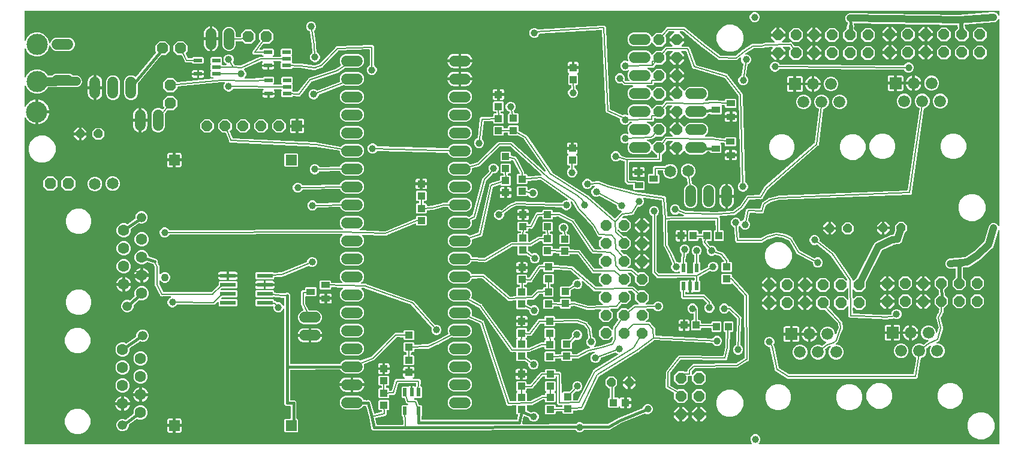
<source format=gbr>
G04 EAGLE Gerber X2 export*
%TF.Part,Single*%
%TF.FileFunction,Copper,L2,Bot,Mixed*%
%TF.FilePolarity,Positive*%
%TF.GenerationSoftware,Autodesk,EAGLE,8.6.3*%
%TF.CreationDate,2018-07-14T15:56:02Z*%
G75*
%MOMM*%
%FSLAX34Y34*%
%LPD*%
%AMOC8*
5,1,8,0,0,1.08239X$1,22.5*%
G01*
%ADD10R,2.200000X0.600000*%
%ADD11P,1.374635X8X202.500000*%
%ADD12C,1.650000*%
%ADD13P,1.732040X8X202.500000*%
%ADD14R,1.500000X1.500000*%
%ADD15C,1.600200*%
%ADD16P,1.374635X8X22.500000*%
%ADD17R,1.100000X1.000000*%
%ADD18C,1.333500*%
%ADD19C,1.524000*%
%ADD20P,1.623585X8X292.500000*%
%ADD21P,1.649562X8X112.500000*%
%ADD22R,1.200000X0.550000*%
%ADD23P,1.649562X8X292.500000*%
%ADD24R,0.600000X1.200000*%
%ADD25C,1.500000*%
%ADD26R,1.200000X0.900000*%
%ADD27C,3.000000*%
%ADD28R,1.000000X1.100000*%
%ADD29P,1.732040X8X292.500000*%
%ADD30C,1.676400*%
%ADD31R,1.676400X1.676400*%
%ADD32P,1.649562X8X22.500000*%
%ADD33C,0.203200*%
%ADD34C,1.006400*%
%ADD35C,1.500000*%
%ADD36C,0.406400*%
%ADD37C,1.106400*%
%ADD38C,0.400000*%
%ADD39C,1.016000*%
%ADD40C,0.609600*%
%ADD41C,1.270000*%

G36*
X1029738Y3253D02*
X1029738Y3253D01*
X1029767Y3250D01*
X1029879Y3273D01*
X1029991Y3289D01*
X1030017Y3301D01*
X1030046Y3306D01*
X1030147Y3359D01*
X1030250Y3405D01*
X1030272Y3424D01*
X1030299Y3437D01*
X1030381Y3515D01*
X1030467Y3588D01*
X1030483Y3613D01*
X1030505Y3633D01*
X1030562Y3731D01*
X1030625Y3825D01*
X1030634Y3853D01*
X1030648Y3878D01*
X1030676Y3988D01*
X1030710Y4096D01*
X1030711Y4126D01*
X1030718Y4154D01*
X1030715Y4267D01*
X1030718Y4380D01*
X1030710Y4409D01*
X1030709Y4438D01*
X1030675Y4546D01*
X1030646Y4655D01*
X1030631Y4681D01*
X1030622Y4709D01*
X1030576Y4773D01*
X1030501Y4900D01*
X1030455Y4943D01*
X1030427Y4982D01*
X1029311Y6098D01*
X1028235Y8695D01*
X1028235Y11505D01*
X1029311Y14102D01*
X1031298Y16089D01*
X1033895Y17165D01*
X1036705Y17165D01*
X1039302Y16089D01*
X1041289Y14102D01*
X1042365Y11505D01*
X1042365Y8695D01*
X1041289Y6098D01*
X1040173Y4982D01*
X1040155Y4958D01*
X1040133Y4939D01*
X1040070Y4845D01*
X1040002Y4755D01*
X1039992Y4727D01*
X1039975Y4703D01*
X1039941Y4595D01*
X1039901Y4489D01*
X1039898Y4460D01*
X1039890Y4432D01*
X1039887Y4318D01*
X1039877Y4206D01*
X1039883Y4177D01*
X1039882Y4148D01*
X1039911Y4038D01*
X1039933Y3927D01*
X1039947Y3901D01*
X1039954Y3873D01*
X1040012Y3775D01*
X1040064Y3675D01*
X1040084Y3653D01*
X1040099Y3628D01*
X1040182Y3551D01*
X1040260Y3469D01*
X1040285Y3454D01*
X1040307Y3434D01*
X1040407Y3382D01*
X1040505Y3325D01*
X1040534Y3318D01*
X1040560Y3304D01*
X1040637Y3291D01*
X1040781Y3255D01*
X1040843Y3257D01*
X1040891Y3249D01*
X1379136Y3249D01*
X1379194Y3257D01*
X1379252Y3255D01*
X1379334Y3277D01*
X1379418Y3289D01*
X1379471Y3312D01*
X1379527Y3327D01*
X1379600Y3370D01*
X1379677Y3405D01*
X1379722Y3443D01*
X1379772Y3472D01*
X1379830Y3534D01*
X1379894Y3588D01*
X1379926Y3637D01*
X1379966Y3680D01*
X1380005Y3755D01*
X1380052Y3825D01*
X1380069Y3881D01*
X1380096Y3933D01*
X1380107Y4001D01*
X1380137Y4096D01*
X1380140Y4196D01*
X1380151Y4264D01*
X1380151Y304522D01*
X1380132Y304658D01*
X1380112Y304801D01*
X1380112Y304802D01*
X1380111Y304803D01*
X1380057Y304924D01*
X1379997Y305060D01*
X1379996Y305061D01*
X1379995Y305063D01*
X1379908Y305166D01*
X1379813Y305278D01*
X1379812Y305279D01*
X1379812Y305280D01*
X1379695Y305357D01*
X1379577Y305436D01*
X1379576Y305436D01*
X1379575Y305437D01*
X1379437Y305481D01*
X1379306Y305522D01*
X1379305Y305523D01*
X1379304Y305523D01*
X1379159Y305527D01*
X1379022Y305530D01*
X1379021Y305530D01*
X1379020Y305530D01*
X1378886Y305495D01*
X1378747Y305459D01*
X1378746Y305459D01*
X1378745Y305458D01*
X1378627Y305388D01*
X1378502Y305315D01*
X1378501Y305314D01*
X1378500Y305313D01*
X1378401Y305207D01*
X1378307Y305108D01*
X1378307Y305107D01*
X1378306Y305106D01*
X1378176Y304853D01*
X1378172Y304828D01*
X1378161Y304806D01*
X1372224Y284424D01*
X1372196Y284226D01*
X1372184Y284166D01*
X1372175Y283807D01*
X1371823Y283014D01*
X1371801Y282938D01*
X1371776Y282885D01*
X1371533Y282052D01*
X1371308Y281772D01*
X1371206Y281600D01*
X1371172Y281549D01*
X1371027Y281221D01*
X1370398Y280623D01*
X1370349Y280561D01*
X1370305Y280522D01*
X1369762Y279845D01*
X1369448Y279673D01*
X1369287Y279552D01*
X1369236Y279518D01*
X1354338Y265351D01*
X1354251Y265241D01*
X1354197Y265184D01*
X1353895Y264740D01*
X1353318Y264359D01*
X1353237Y264288D01*
X1353177Y264247D01*
X1352676Y263771D01*
X1352175Y263578D01*
X1352053Y263510D01*
X1351981Y263478D01*
X1339083Y254978D01*
X1338870Y254790D01*
X1338867Y254785D01*
X1338864Y254782D01*
X1338719Y254609D01*
X1337833Y254147D01*
X1337785Y254113D01*
X1337744Y254095D01*
X1336909Y253545D01*
X1336688Y253502D01*
X1336419Y253410D01*
X1336414Y253407D01*
X1336410Y253405D01*
X1336210Y253301D01*
X1335214Y253213D01*
X1335157Y253200D01*
X1335112Y253199D01*
X1334130Y253010D01*
X1333910Y253055D01*
X1333626Y253073D01*
X1333620Y253072D01*
X1333616Y253072D01*
X1329129Y252676D01*
X1329112Y252672D01*
X1329093Y252673D01*
X1328973Y252640D01*
X1328852Y252612D01*
X1328836Y252603D01*
X1328819Y252599D01*
X1328712Y252534D01*
X1328604Y252473D01*
X1328591Y252461D01*
X1328576Y252451D01*
X1328492Y252360D01*
X1328404Y252271D01*
X1328395Y252256D01*
X1328383Y252242D01*
X1328327Y252131D01*
X1328268Y252022D01*
X1328264Y252004D01*
X1328256Y251988D01*
X1328244Y251917D01*
X1328206Y251744D01*
X1328209Y251695D01*
X1328203Y251657D01*
X1328305Y239458D01*
X1328317Y239376D01*
X1328320Y239292D01*
X1328338Y239236D01*
X1328347Y239177D01*
X1328382Y239101D01*
X1328408Y239022D01*
X1328438Y238980D01*
X1328466Y238918D01*
X1328557Y238813D01*
X1328602Y238749D01*
X1332953Y234398D01*
X1332953Y226402D01*
X1327298Y220747D01*
X1319302Y220747D01*
X1313647Y226402D01*
X1313647Y234398D01*
X1317847Y238598D01*
X1317902Y238671D01*
X1317964Y238739D01*
X1317987Y238784D01*
X1318018Y238825D01*
X1318051Y238911D01*
X1318092Y238993D01*
X1318099Y239037D01*
X1318119Y239091D01*
X1318132Y239248D01*
X1318144Y239324D01*
X1318050Y250599D01*
X1318035Y250697D01*
X1318029Y250795D01*
X1318014Y250836D01*
X1318008Y250880D01*
X1317967Y250970D01*
X1317934Y251063D01*
X1317908Y251098D01*
X1317889Y251138D01*
X1317825Y251213D01*
X1317767Y251293D01*
X1317733Y251321D01*
X1317704Y251354D01*
X1317621Y251408D01*
X1317544Y251469D01*
X1317503Y251485D01*
X1317466Y251510D01*
X1317372Y251539D01*
X1317280Y251576D01*
X1317241Y251579D01*
X1317194Y251593D01*
X1317017Y251596D01*
X1316946Y251602D01*
X1312509Y251210D01*
X1312232Y251146D01*
X1312220Y251140D01*
X1312209Y251137D01*
X1312205Y251135D01*
X1311702Y251135D01*
X1311652Y251128D01*
X1311613Y251131D01*
X1310016Y250990D01*
X1309704Y251088D01*
X1309423Y251135D01*
X1309410Y251133D01*
X1309399Y251135D01*
X1309395Y251135D01*
X1308930Y251328D01*
X1308881Y251340D01*
X1308846Y251358D01*
X1307316Y251839D01*
X1307066Y252049D01*
X1306825Y252200D01*
X1306812Y252203D01*
X1306802Y252209D01*
X1306798Y252211D01*
X1306442Y252567D01*
X1306402Y252597D01*
X1306376Y252627D01*
X1305147Y253657D01*
X1304996Y253946D01*
X1304831Y254178D01*
X1304820Y254186D01*
X1304814Y254195D01*
X1304811Y254198D01*
X1304618Y254663D01*
X1304593Y254706D01*
X1304580Y254744D01*
X1303839Y256166D01*
X1303810Y256491D01*
X1303746Y256768D01*
X1303739Y256780D01*
X1303737Y256791D01*
X1303735Y256795D01*
X1303735Y257298D01*
X1303728Y257348D01*
X1303731Y257387D01*
X1303590Y258984D01*
X1303688Y259296D01*
X1303735Y259577D01*
X1303733Y259590D01*
X1303735Y259601D01*
X1303735Y259605D01*
X1303928Y260070D01*
X1303940Y260119D01*
X1303958Y260154D01*
X1304439Y261684D01*
X1304649Y261934D01*
X1304800Y262175D01*
X1304803Y262188D01*
X1304809Y262198D01*
X1304811Y262202D01*
X1305167Y262558D01*
X1305197Y262598D01*
X1305227Y262624D01*
X1306257Y263853D01*
X1306546Y264004D01*
X1306778Y264169D01*
X1306786Y264180D01*
X1306795Y264186D01*
X1306798Y264189D01*
X1307263Y264382D01*
X1307306Y264407D01*
X1307344Y264420D01*
X1308766Y265161D01*
X1309091Y265190D01*
X1309203Y265216D01*
X1309256Y265223D01*
X1309278Y265233D01*
X1309368Y265254D01*
X1309380Y265261D01*
X1309391Y265263D01*
X1309395Y265265D01*
X1309898Y265265D01*
X1309948Y265272D01*
X1309987Y265269D01*
X1331506Y267167D01*
X1331587Y267186D01*
X1331669Y267195D01*
X1331717Y267216D01*
X1331783Y267231D01*
X1331904Y267299D01*
X1331976Y267330D01*
X1344282Y275441D01*
X1344363Y275512D01*
X1344423Y275553D01*
X1358609Y289043D01*
X1358671Y289121D01*
X1358739Y289193D01*
X1358755Y289227D01*
X1358786Y289266D01*
X1358853Y289430D01*
X1358884Y289495D01*
X1364695Y309441D01*
X1364735Y309722D01*
X1364735Y309723D01*
X1364735Y309725D01*
X1364735Y309805D01*
X1364936Y310289D01*
X1364951Y310350D01*
X1364972Y310393D01*
X1365367Y311748D01*
X1365634Y312080D01*
X1365779Y312325D01*
X1365779Y312326D01*
X1365780Y312327D01*
X1365811Y312402D01*
X1366181Y312772D01*
X1366219Y312822D01*
X1366255Y312854D01*
X1367138Y313955D01*
X1367512Y314160D01*
X1367739Y314330D01*
X1367740Y314331D01*
X1367741Y314332D01*
X1367798Y314389D01*
X1368282Y314589D01*
X1368336Y314621D01*
X1368382Y314637D01*
X1369618Y315316D01*
X1370042Y315363D01*
X1370318Y315433D01*
X1370319Y315434D01*
X1370320Y315434D01*
X1370395Y315465D01*
X1370918Y315465D01*
X1370980Y315474D01*
X1371029Y315471D01*
X1372431Y315625D01*
X1372841Y315505D01*
X1373122Y315465D01*
X1373123Y315465D01*
X1373125Y315465D01*
X1373205Y315465D01*
X1373689Y315264D01*
X1373750Y315249D01*
X1373793Y315228D01*
X1375148Y314833D01*
X1375480Y314566D01*
X1375725Y314421D01*
X1375726Y314421D01*
X1375727Y314420D01*
X1375802Y314389D01*
X1376172Y314019D01*
X1376222Y313981D01*
X1376254Y313945D01*
X1377355Y313062D01*
X1377560Y312688D01*
X1377730Y312461D01*
X1377731Y312460D01*
X1377732Y312459D01*
X1377789Y312402D01*
X1377989Y311918D01*
X1378021Y311864D01*
X1378037Y311818D01*
X1378246Y311438D01*
X1378264Y311414D01*
X1378277Y311386D01*
X1378349Y311300D01*
X1378416Y311211D01*
X1378441Y311192D01*
X1378461Y311169D01*
X1378554Y311107D01*
X1378643Y311039D01*
X1378672Y311028D01*
X1378697Y311011D01*
X1378804Y310978D01*
X1378908Y310937D01*
X1378939Y310935D01*
X1378968Y310926D01*
X1379080Y310923D01*
X1379192Y310913D01*
X1379222Y310919D01*
X1379252Y310918D01*
X1379361Y310946D01*
X1379471Y310968D01*
X1379498Y310982D01*
X1379527Y310990D01*
X1379624Y311047D01*
X1379723Y311099D01*
X1379745Y311120D01*
X1379772Y311135D01*
X1379849Y311217D01*
X1379930Y311294D01*
X1379945Y311320D01*
X1379966Y311343D01*
X1380017Y311442D01*
X1380074Y311539D01*
X1380082Y311568D01*
X1380096Y311596D01*
X1380109Y311673D01*
X1380145Y311814D01*
X1380143Y311878D01*
X1380151Y311927D01*
X1380151Y602886D01*
X1380134Y603010D01*
X1380120Y603134D01*
X1380114Y603150D01*
X1380111Y603168D01*
X1380060Y603282D01*
X1380013Y603397D01*
X1380002Y603411D01*
X1379995Y603427D01*
X1379914Y603522D01*
X1379837Y603620D01*
X1379823Y603631D01*
X1379812Y603644D01*
X1379707Y603713D01*
X1379606Y603786D01*
X1379589Y603792D01*
X1379575Y603802D01*
X1379455Y603839D01*
X1379338Y603881D01*
X1379321Y603882D01*
X1379304Y603887D01*
X1379179Y603891D01*
X1379054Y603898D01*
X1379037Y603894D01*
X1379020Y603895D01*
X1378899Y603863D01*
X1378777Y603836D01*
X1378761Y603827D01*
X1378745Y603823D01*
X1378637Y603759D01*
X1378528Y603699D01*
X1378515Y603686D01*
X1378500Y603678D01*
X1378415Y603586D01*
X1378326Y603498D01*
X1378319Y603484D01*
X1378306Y603470D01*
X1378176Y603217D01*
X1378175Y603208D01*
X1378171Y603201D01*
X1378024Y602750D01*
X1377843Y602539D01*
X1377690Y602299D01*
X1377355Y601964D01*
X1377329Y601929D01*
X1377322Y601924D01*
X1377302Y601906D01*
X1376184Y600601D01*
X1375936Y600474D01*
X1375703Y600311D01*
X1375265Y600130D01*
X1375227Y600108D01*
X1375194Y600097D01*
X1373662Y599318D01*
X1373384Y599297D01*
X1373107Y599235D01*
X1372633Y599235D01*
X1372589Y599229D01*
X1372554Y599232D01*
X1332164Y596093D01*
X1332125Y596084D01*
X1332086Y596084D01*
X1331987Y596053D01*
X1331886Y596031D01*
X1331852Y596012D01*
X1331814Y596001D01*
X1331727Y595944D01*
X1331637Y595895D01*
X1331608Y595867D01*
X1331575Y595846D01*
X1331508Y595768D01*
X1331434Y595695D01*
X1331415Y595661D01*
X1331389Y595631D01*
X1331346Y595537D01*
X1331296Y595447D01*
X1331287Y595409D01*
X1331270Y595373D01*
X1331260Y595296D01*
X1331231Y595170D01*
X1331235Y595095D01*
X1331228Y595040D01*
X1331368Y591563D01*
X1331380Y591497D01*
X1331382Y591430D01*
X1331406Y591358D01*
X1331419Y591284D01*
X1331449Y591224D01*
X1331470Y591160D01*
X1331507Y591108D01*
X1331546Y591029D01*
X1331622Y590946D01*
X1331665Y590886D01*
X1336553Y585998D01*
X1336553Y578002D01*
X1330898Y572347D01*
X1322902Y572347D01*
X1317247Y578002D01*
X1317247Y585998D01*
X1320946Y589697D01*
X1321011Y589783D01*
X1321082Y589865D01*
X1321096Y589897D01*
X1321117Y589925D01*
X1321156Y590025D01*
X1321201Y590123D01*
X1321205Y590154D01*
X1321219Y590190D01*
X1321236Y590403D01*
X1321243Y590456D01*
X1321085Y594388D01*
X1321079Y594418D01*
X1321080Y594448D01*
X1321054Y594557D01*
X1321033Y594668D01*
X1321020Y594695D01*
X1321013Y594724D01*
X1320957Y594822D01*
X1320907Y594922D01*
X1320886Y594944D01*
X1320871Y594971D01*
X1320791Y595049D01*
X1320715Y595132D01*
X1320689Y595147D01*
X1320667Y595168D01*
X1320568Y595221D01*
X1320472Y595280D01*
X1320443Y595288D01*
X1320416Y595302D01*
X1320339Y595316D01*
X1320198Y595354D01*
X1320134Y595353D01*
X1320086Y595362D01*
X1175359Y597597D01*
X1175280Y597588D01*
X1175200Y597587D01*
X1175139Y597570D01*
X1175077Y597562D01*
X1175004Y597530D01*
X1174927Y597508D01*
X1174874Y597475D01*
X1174816Y597450D01*
X1174754Y597399D01*
X1174686Y597356D01*
X1174645Y597309D01*
X1174596Y597269D01*
X1174551Y597204D01*
X1174498Y597144D01*
X1174471Y597087D01*
X1174435Y597035D01*
X1174410Y596959D01*
X1174375Y596887D01*
X1174365Y596825D01*
X1174345Y596766D01*
X1174342Y596686D01*
X1174329Y596607D01*
X1174336Y596553D01*
X1174333Y596482D01*
X1174365Y596352D01*
X1174376Y596274D01*
X1174948Y594478D01*
X1174552Y589809D01*
X1174559Y589679D01*
X1174564Y589549D01*
X1174567Y589537D01*
X1174568Y589525D01*
X1174611Y589402D01*
X1174651Y589278D01*
X1174658Y589269D01*
X1174662Y589257D01*
X1174827Y589025D01*
X1174839Y589015D01*
X1174846Y589005D01*
X1178753Y585098D01*
X1178753Y577102D01*
X1173098Y571447D01*
X1165102Y571447D01*
X1159447Y577102D01*
X1159447Y585098D01*
X1164110Y589761D01*
X1164137Y589797D01*
X1164170Y589827D01*
X1164222Y589910D01*
X1164281Y589988D01*
X1164297Y590030D01*
X1164321Y590068D01*
X1164339Y590142D01*
X1164382Y590254D01*
X1164389Y590335D01*
X1164404Y590393D01*
X1164823Y595336D01*
X1165560Y596762D01*
X1165587Y596840D01*
X1165624Y596915D01*
X1165631Y596966D01*
X1165654Y597030D01*
X1165662Y597169D01*
X1165673Y597247D01*
X1165655Y598258D01*
X1165649Y598294D01*
X1165649Y598302D01*
X1165646Y598315D01*
X1165643Y598328D01*
X1165642Y598398D01*
X1165621Y598467D01*
X1165610Y598539D01*
X1165580Y598603D01*
X1165559Y598670D01*
X1165524Y598720D01*
X1165489Y598796D01*
X1165411Y598885D01*
X1165368Y598946D01*
X1163509Y600865D01*
X1162466Y603495D01*
X1162510Y606324D01*
X1163633Y608922D01*
X1165665Y610891D01*
X1168295Y611934D01*
X1321841Y609562D01*
X1321898Y609570D01*
X1321937Y609566D01*
X1370016Y613303D01*
X1370293Y613365D01*
X1370767Y613365D01*
X1370811Y613371D01*
X1370846Y613368D01*
X1372559Y613501D01*
X1372824Y613415D01*
X1373104Y613365D01*
X1373542Y613184D01*
X1373584Y613173D01*
X1373616Y613157D01*
X1375250Y612624D01*
X1375461Y612443D01*
X1375701Y612290D01*
X1376036Y611955D01*
X1376071Y611929D01*
X1376094Y611902D01*
X1377399Y610784D01*
X1377526Y610536D01*
X1377689Y610303D01*
X1377870Y609865D01*
X1377892Y609827D01*
X1377903Y609794D01*
X1378231Y609148D01*
X1378258Y609110D01*
X1378277Y609068D01*
X1378339Y608994D01*
X1378394Y608916D01*
X1378430Y608886D01*
X1378461Y608851D01*
X1378540Y608797D01*
X1378615Y608737D01*
X1378658Y608719D01*
X1378697Y608693D01*
X1378789Y608664D01*
X1378877Y608627D01*
X1378924Y608621D01*
X1378968Y608607D01*
X1379064Y608605D01*
X1379160Y608593D01*
X1379206Y608601D01*
X1379252Y608600D01*
X1379345Y608624D01*
X1379440Y608640D01*
X1379482Y608660D01*
X1379527Y608672D01*
X1379610Y608721D01*
X1379697Y608762D01*
X1379732Y608793D01*
X1379772Y608817D01*
X1379838Y608887D01*
X1379909Y608951D01*
X1379934Y608990D01*
X1379966Y609024D01*
X1380010Y609110D01*
X1380061Y609191D01*
X1380075Y609236D01*
X1380096Y609277D01*
X1380108Y609351D01*
X1380141Y609464D01*
X1380141Y609548D01*
X1380151Y609608D01*
X1380151Y614636D01*
X1380143Y614694D01*
X1380145Y614752D01*
X1380123Y614834D01*
X1380111Y614918D01*
X1380088Y614971D01*
X1380073Y615027D01*
X1380030Y615100D01*
X1379995Y615177D01*
X1379957Y615222D01*
X1379928Y615272D01*
X1379866Y615330D01*
X1379812Y615394D01*
X1379763Y615426D01*
X1379720Y615466D01*
X1379645Y615505D01*
X1379575Y615552D01*
X1379519Y615569D01*
X1379467Y615596D01*
X1379399Y615607D01*
X1379304Y615637D01*
X1379204Y615640D01*
X1379136Y615651D01*
X4064Y615651D01*
X4006Y615643D01*
X3948Y615645D01*
X3866Y615623D01*
X3782Y615611D01*
X3729Y615588D01*
X3673Y615573D01*
X3600Y615530D01*
X3523Y615495D01*
X3478Y615457D01*
X3428Y615428D01*
X3370Y615366D01*
X3306Y615312D01*
X3274Y615263D01*
X3234Y615220D01*
X3195Y615145D01*
X3148Y615075D01*
X3131Y615019D01*
X3104Y614967D01*
X3093Y614899D01*
X3063Y614804D01*
X3060Y614704D01*
X3049Y614636D01*
X3049Y574216D01*
X3061Y574131D01*
X3063Y574045D01*
X3081Y573991D01*
X3089Y573934D01*
X3124Y573856D01*
X3150Y573774D01*
X3182Y573727D01*
X3205Y573675D01*
X3260Y573609D01*
X3308Y573538D01*
X3352Y573501D01*
X3388Y573458D01*
X3460Y573410D01*
X3526Y573355D01*
X3578Y573332D01*
X3625Y573300D01*
X3707Y573274D01*
X3786Y573240D01*
X3842Y573232D01*
X3896Y573215D01*
X3982Y573212D01*
X4067Y573201D01*
X4123Y573209D01*
X4180Y573207D01*
X4263Y573229D01*
X4348Y573241D01*
X4400Y573265D01*
X4455Y573279D01*
X4529Y573323D01*
X4608Y573358D01*
X4651Y573395D01*
X4700Y573424D01*
X4759Y573487D01*
X4824Y573543D01*
X4850Y573585D01*
X4894Y573632D01*
X4960Y573761D01*
X5002Y573827D01*
X6460Y577348D01*
X11252Y582140D01*
X17512Y584733D01*
X24288Y584733D01*
X30548Y582140D01*
X35340Y577348D01*
X37933Y571088D01*
X37933Y570833D01*
X37945Y570748D01*
X37947Y570662D01*
X37965Y570608D01*
X37973Y570552D01*
X38008Y570473D01*
X38034Y570391D01*
X38066Y570344D01*
X38089Y570292D01*
X38144Y570227D01*
X38192Y570155D01*
X38236Y570119D01*
X38272Y570075D01*
X38344Y570028D01*
X38410Y569972D01*
X38462Y569949D01*
X38509Y569918D01*
X38591Y569892D01*
X38670Y569857D01*
X38726Y569849D01*
X38780Y569832D01*
X38866Y569830D01*
X38951Y569818D01*
X39007Y569826D01*
X39064Y569824D01*
X39147Y569846D01*
X39232Y569858D01*
X39284Y569882D01*
X39339Y569896D01*
X39413Y569940D01*
X39492Y569976D01*
X39535Y570012D01*
X39584Y570042D01*
X39643Y570104D01*
X39708Y570160D01*
X39734Y570202D01*
X39778Y570249D01*
X39844Y570378D01*
X39886Y570445D01*
X41097Y573368D01*
X43812Y576083D01*
X47360Y577553D01*
X66440Y577553D01*
X69988Y576083D01*
X72703Y573368D01*
X74173Y569820D01*
X74173Y565980D01*
X72703Y562432D01*
X69988Y559717D01*
X66440Y558247D01*
X47360Y558247D01*
X43812Y559717D01*
X41097Y562432D01*
X39886Y565355D01*
X39842Y565429D01*
X39807Y565508D01*
X39770Y565551D01*
X39741Y565600D01*
X39679Y565659D01*
X39623Y565725D01*
X39576Y565756D01*
X39535Y565795D01*
X39458Y565835D01*
X39387Y565882D01*
X39333Y565900D01*
X39282Y565926D01*
X39198Y565942D01*
X39116Y565968D01*
X39059Y565970D01*
X39003Y565981D01*
X38918Y565973D01*
X38832Y565976D01*
X38777Y565961D01*
X38720Y565956D01*
X38640Y565925D01*
X38557Y565904D01*
X38508Y565875D01*
X38455Y565854D01*
X38386Y565802D01*
X38312Y565758D01*
X38273Y565717D01*
X38228Y565683D01*
X38176Y565614D01*
X38118Y565551D01*
X38092Y565501D01*
X38058Y565455D01*
X38027Y565374D01*
X37988Y565298D01*
X37980Y565249D01*
X37957Y565189D01*
X37946Y565044D01*
X37933Y564967D01*
X37933Y564312D01*
X35340Y558052D01*
X30548Y553260D01*
X24288Y550667D01*
X17512Y550667D01*
X11252Y553260D01*
X6460Y558052D01*
X5002Y561573D01*
X4958Y561647D01*
X4923Y561725D01*
X4886Y561769D01*
X4857Y561817D01*
X4795Y561876D01*
X4739Y561942D01*
X4692Y561974D01*
X4651Y562013D01*
X4574Y562052D01*
X4503Y562100D01*
X4449Y562117D01*
X4398Y562143D01*
X4314Y562159D01*
X4232Y562185D01*
X4175Y562187D01*
X4119Y562198D01*
X4034Y562191D01*
X3948Y562193D01*
X3893Y562178D01*
X3836Y562173D01*
X3756Y562143D01*
X3673Y562121D01*
X3624Y562092D01*
X3571Y562071D01*
X3502Y562019D01*
X3428Y561976D01*
X3389Y561934D01*
X3344Y561900D01*
X3292Y561831D01*
X3234Y561768D01*
X3208Y561718D01*
X3174Y561672D01*
X3143Y561592D01*
X3104Y561515D01*
X3096Y561466D01*
X3073Y561406D01*
X3062Y561261D01*
X3049Y561184D01*
X3049Y522257D01*
X3061Y522172D01*
X3063Y522086D01*
X3081Y522032D01*
X3089Y521976D01*
X3124Y521897D01*
X3150Y521816D01*
X3182Y521768D01*
X3205Y521716D01*
X3260Y521651D01*
X3308Y521579D01*
X3352Y521543D01*
X3388Y521499D01*
X3460Y521452D01*
X3526Y521396D01*
X3578Y521373D01*
X3625Y521342D01*
X3707Y521316D01*
X3786Y521281D01*
X3842Y521273D01*
X3896Y521256D01*
X3982Y521254D01*
X4067Y521242D01*
X4123Y521250D01*
X4180Y521249D01*
X4263Y521270D01*
X4348Y521283D01*
X4400Y521306D01*
X4455Y521321D01*
X4529Y521364D01*
X4608Y521400D01*
X4651Y521437D01*
X4700Y521466D01*
X4759Y521528D01*
X4824Y521584D01*
X4850Y521626D01*
X4894Y521673D01*
X4960Y521802D01*
X5002Y521869D01*
X6360Y525148D01*
X11152Y529940D01*
X17412Y532533D01*
X24188Y532533D01*
X30448Y529940D01*
X35240Y525148D01*
X35399Y524764D01*
X35400Y524761D01*
X35401Y524758D01*
X35473Y524639D01*
X35543Y524519D01*
X35546Y524517D01*
X35548Y524514D01*
X35649Y524420D01*
X35750Y524324D01*
X35753Y524323D01*
X35756Y524320D01*
X35877Y524259D01*
X36003Y524194D01*
X36006Y524193D01*
X36009Y524192D01*
X36038Y524187D01*
X36282Y524139D01*
X36314Y524142D01*
X36340Y524137D01*
X42271Y524159D01*
X42356Y524172D01*
X42442Y524174D01*
X42496Y524192D01*
X42553Y524200D01*
X42631Y524235D01*
X42712Y524262D01*
X42753Y524291D01*
X42812Y524317D01*
X42922Y524411D01*
X42986Y524457D01*
X43812Y525283D01*
X47360Y526753D01*
X66440Y526753D01*
X69988Y525283D01*
X70707Y524564D01*
X70778Y524510D01*
X70844Y524449D01*
X70892Y524425D01*
X70934Y524393D01*
X71018Y524361D01*
X71097Y524321D01*
X71144Y524313D01*
X71200Y524292D01*
X71352Y524279D01*
X71429Y524267D01*
X77437Y524289D01*
X80522Y523024D01*
X82889Y520675D01*
X84177Y517598D01*
X84189Y514263D01*
X82924Y511178D01*
X80575Y508811D01*
X77498Y507523D01*
X66726Y507484D01*
X66698Y507480D01*
X66669Y507482D01*
X66593Y507464D01*
X66475Y507447D01*
X56812Y507447D01*
X56810Y507447D01*
X56808Y507447D01*
X36544Y507373D01*
X36394Y507351D01*
X36263Y507332D01*
X36131Y507272D01*
X36004Y507215D01*
X35848Y507081D01*
X35788Y507031D01*
X35788Y507030D01*
X35631Y506793D01*
X35622Y506766D01*
X35610Y506746D01*
X35240Y505852D01*
X30448Y501060D01*
X24188Y498467D01*
X17412Y498467D01*
X11152Y501060D01*
X6360Y505852D01*
X5002Y509131D01*
X4958Y509205D01*
X4923Y509284D01*
X4886Y509327D01*
X4857Y509376D01*
X4795Y509435D01*
X4739Y509501D01*
X4692Y509532D01*
X4651Y509571D01*
X4574Y509611D01*
X4503Y509658D01*
X4449Y509675D01*
X4398Y509701D01*
X4314Y509718D01*
X4232Y509744D01*
X4175Y509745D01*
X4119Y509756D01*
X4034Y509749D01*
X3948Y509751D01*
X3893Y509737D01*
X3836Y509732D01*
X3756Y509701D01*
X3673Y509679D01*
X3624Y509650D01*
X3571Y509630D01*
X3502Y509578D01*
X3428Y509534D01*
X3389Y509493D01*
X3344Y509458D01*
X3292Y509390D01*
X3234Y509327D01*
X3208Y509276D01*
X3174Y509231D01*
X3143Y509150D01*
X3104Y509074D01*
X3096Y509025D01*
X3073Y508965D01*
X3062Y508820D01*
X3049Y508743D01*
X3049Y480971D01*
X3051Y480951D01*
X3049Y480932D01*
X3071Y480811D01*
X3089Y480689D01*
X3097Y480671D01*
X3100Y480652D01*
X3155Y480542D01*
X3205Y480430D01*
X3217Y480415D01*
X3226Y480397D01*
X3309Y480307D01*
X3388Y480213D01*
X3405Y480202D01*
X3418Y480188D01*
X3523Y480123D01*
X3625Y480055D01*
X3644Y480049D01*
X3660Y480039D01*
X3779Y480007D01*
X3896Y479969D01*
X3916Y479969D01*
X3935Y479964D01*
X4057Y479965D01*
X4180Y479962D01*
X4199Y479967D01*
X4219Y479967D01*
X4337Y480003D01*
X4455Y480034D01*
X4472Y480044D01*
X4491Y480050D01*
X4594Y480117D01*
X4700Y480179D01*
X4713Y480194D01*
X4730Y480204D01*
X4776Y480261D01*
X4894Y480387D01*
X4918Y480432D01*
X4943Y480463D01*
X5984Y482266D01*
X7384Y484090D01*
X9010Y485716D01*
X10834Y487116D01*
X12825Y488266D01*
X14950Y489145D01*
X17171Y489741D01*
X18569Y489925D01*
X18569Y473516D01*
X18577Y473458D01*
X18575Y473400D01*
X18597Y473318D01*
X18609Y473235D01*
X18633Y473181D01*
X18647Y473125D01*
X18690Y473052D01*
X18725Y472975D01*
X18763Y472931D01*
X18793Y472880D01*
X18854Y472823D01*
X18909Y472758D01*
X18957Y472726D01*
X19000Y472686D01*
X19075Y472647D01*
X19145Y472601D01*
X19201Y472583D01*
X19253Y472556D01*
X19321Y472545D01*
X19416Y472515D01*
X19516Y472512D01*
X19584Y472501D01*
X20601Y472501D01*
X20601Y472499D01*
X19584Y472499D01*
X19526Y472491D01*
X19468Y472492D01*
X19386Y472471D01*
X19303Y472459D01*
X19249Y472435D01*
X19193Y472421D01*
X19120Y472378D01*
X19043Y472343D01*
X18998Y472305D01*
X18948Y472275D01*
X18890Y472214D01*
X18826Y472159D01*
X18794Y472111D01*
X18754Y472068D01*
X18715Y471993D01*
X18669Y471923D01*
X18651Y471867D01*
X18624Y471815D01*
X18613Y471747D01*
X18583Y471652D01*
X18580Y471552D01*
X18569Y471484D01*
X18569Y455075D01*
X17171Y455259D01*
X14950Y455855D01*
X12825Y456734D01*
X10834Y457884D01*
X9010Y459284D01*
X7384Y460910D01*
X5984Y462734D01*
X4943Y464537D01*
X4931Y464552D01*
X4923Y464570D01*
X4844Y464664D01*
X4768Y464761D01*
X4752Y464772D01*
X4739Y464787D01*
X4637Y464855D01*
X4538Y464927D01*
X4519Y464934D01*
X4503Y464945D01*
X4385Y464982D01*
X4270Y465023D01*
X4250Y465025D01*
X4232Y465031D01*
X4109Y465034D01*
X3986Y465042D01*
X3967Y465037D01*
X3948Y465038D01*
X3829Y465007D01*
X3709Y464980D01*
X3691Y464971D01*
X3673Y464966D01*
X3567Y464903D01*
X3459Y464845D01*
X3445Y464831D01*
X3428Y464821D01*
X3344Y464731D01*
X3257Y464645D01*
X3247Y464628D01*
X3234Y464613D01*
X3178Y464504D01*
X3118Y464397D01*
X3113Y464378D01*
X3104Y464360D01*
X3092Y464288D01*
X3053Y464120D01*
X3055Y464069D01*
X3049Y464029D01*
X3049Y4264D01*
X3057Y4206D01*
X3055Y4148D01*
X3077Y4066D01*
X3089Y3982D01*
X3112Y3929D01*
X3127Y3873D01*
X3170Y3800D01*
X3205Y3723D01*
X3243Y3678D01*
X3272Y3628D01*
X3334Y3570D01*
X3388Y3506D01*
X3437Y3474D01*
X3480Y3434D01*
X3555Y3395D01*
X3625Y3348D01*
X3681Y3331D01*
X3733Y3304D01*
X3801Y3293D01*
X3896Y3263D01*
X3996Y3260D01*
X4064Y3249D01*
X1029709Y3249D01*
X1029738Y3253D01*
G37*
%LPC*%
G36*
X785795Y20035D02*
X785795Y20035D01*
X783198Y21111D01*
X781154Y23155D01*
X781083Y23209D01*
X781017Y23269D01*
X780970Y23294D01*
X780927Y23326D01*
X780844Y23357D01*
X780764Y23398D01*
X780718Y23405D01*
X780661Y23427D01*
X780510Y23439D01*
X780432Y23452D01*
X543101Y22537D01*
X543043Y22529D01*
X541001Y22529D01*
X540999Y22529D01*
X540997Y22529D01*
X538949Y22521D01*
X538900Y22530D01*
X497255Y22535D01*
X497147Y22520D01*
X497074Y22519D01*
X495866Y22301D01*
X495789Y22354D01*
X495665Y22416D01*
X495541Y22480D01*
X495538Y22480D01*
X495535Y22482D01*
X495255Y22534D01*
X495230Y22532D01*
X495210Y22535D01*
X495116Y22535D01*
X494248Y23404D01*
X494160Y23470D01*
X494108Y23520D01*
X493099Y24220D01*
X493083Y24313D01*
X493040Y24443D01*
X492996Y24577D01*
X492995Y24580D01*
X492993Y24583D01*
X492833Y24818D01*
X492814Y24834D01*
X492802Y24850D01*
X492735Y24917D01*
X492735Y26145D01*
X492720Y26253D01*
X492719Y26326D01*
X490004Y41352D01*
X489985Y41410D01*
X489979Y41457D01*
X485536Y56621D01*
X485519Y56658D01*
X485510Y56698D01*
X485460Y56787D01*
X485418Y56880D01*
X485392Y56911D01*
X485372Y56947D01*
X485300Y57019D01*
X485234Y57096D01*
X485200Y57119D01*
X485171Y57147D01*
X485081Y57197D01*
X484996Y57253D01*
X484957Y57265D01*
X484922Y57285D01*
X484846Y57300D01*
X484725Y57337D01*
X484648Y57339D01*
X484592Y57350D01*
X482479Y57415D01*
X482461Y57413D01*
X482444Y57416D01*
X482320Y57398D01*
X482196Y57384D01*
X482180Y57377D01*
X482163Y57375D01*
X482049Y57323D01*
X481933Y57276D01*
X481920Y57265D01*
X481904Y57258D01*
X481809Y57177D01*
X481711Y57099D01*
X481701Y57085D01*
X481687Y57073D01*
X481650Y57013D01*
X481546Y56867D01*
X481530Y56821D01*
X481509Y56789D01*
X481403Y56532D01*
X478688Y53817D01*
X475140Y52347D01*
X456060Y52347D01*
X452512Y53817D01*
X449797Y56532D01*
X448327Y60080D01*
X448327Y63920D01*
X449797Y67468D01*
X452512Y70183D01*
X456060Y71653D01*
X475140Y71653D01*
X478688Y70183D01*
X481403Y67468D01*
X481944Y66163D01*
X482008Y66053D01*
X482071Y65941D01*
X482081Y65931D01*
X482088Y65918D01*
X482181Y65831D01*
X482272Y65740D01*
X482284Y65733D01*
X482295Y65723D01*
X482409Y65664D01*
X482521Y65603D01*
X482534Y65600D01*
X482547Y65593D01*
X482826Y65538D01*
X482839Y65539D01*
X482850Y65537D01*
X487716Y65388D01*
X487999Y65419D01*
X488017Y65426D01*
X488033Y65428D01*
X488873Y65674D01*
X489284Y65449D01*
X489349Y65425D01*
X489410Y65391D01*
X489471Y65379D01*
X489550Y65349D01*
X489666Y65340D01*
X489739Y65325D01*
X490208Y65311D01*
X490807Y64674D01*
X491029Y64496D01*
X491047Y64488D01*
X491060Y64478D01*
X491827Y64059D01*
X491959Y63609D01*
X491988Y63546D01*
X492007Y63479D01*
X492041Y63427D01*
X492076Y63350D01*
X492152Y63262D01*
X492194Y63199D01*
X492514Y62858D01*
X492488Y61984D01*
X492519Y61701D01*
X492526Y61683D01*
X492528Y61667D01*
X496796Y47104D01*
X496806Y47082D01*
X496811Y47057D01*
X496865Y46952D01*
X496913Y46845D01*
X496929Y46827D01*
X496940Y46804D01*
X497021Y46719D01*
X497098Y46629D01*
X497118Y46616D01*
X497135Y46597D01*
X497237Y46537D01*
X497335Y46473D01*
X497359Y46465D01*
X497380Y46453D01*
X497494Y46423D01*
X497606Y46388D01*
X497631Y46387D01*
X497655Y46381D01*
X497732Y46385D01*
X497891Y46382D01*
X497946Y46396D01*
X497990Y46399D01*
X507449Y48501D01*
X507576Y48548D01*
X507704Y48594D01*
X507709Y48598D01*
X507715Y48601D01*
X507824Y48682D01*
X507934Y48761D01*
X507938Y48766D01*
X507944Y48770D01*
X508026Y48879D01*
X508109Y48985D01*
X508111Y48991D01*
X508116Y48997D01*
X508165Y49124D01*
X508215Y49249D01*
X508215Y49255D01*
X508218Y49262D01*
X508243Y49545D01*
X508239Y49566D01*
X508240Y49584D01*
X508162Y50444D01*
X508159Y50456D01*
X508159Y50468D01*
X508127Y50594D01*
X508097Y50721D01*
X508091Y50731D01*
X508088Y50743D01*
X508021Y50855D01*
X507958Y50968D01*
X507949Y50977D01*
X507942Y50988D01*
X507847Y51077D01*
X507755Y51168D01*
X507744Y51174D01*
X507735Y51182D01*
X507619Y51241D01*
X507505Y51303D01*
X507493Y51306D01*
X507482Y51312D01*
X507420Y51322D01*
X507227Y51364D01*
X507185Y51362D01*
X507151Y51367D01*
X504158Y51367D01*
X502967Y52558D01*
X502967Y64242D01*
X504158Y65433D01*
X516842Y65433D01*
X518033Y64242D01*
X518033Y52558D01*
X516842Y51367D01*
X515312Y51367D01*
X515209Y51353D01*
X515105Y51346D01*
X515069Y51333D01*
X515031Y51327D01*
X514936Y51285D01*
X514838Y51249D01*
X514807Y51227D01*
X514771Y51211D01*
X514692Y51144D01*
X514608Y51083D01*
X514584Y51052D01*
X514554Y51028D01*
X514497Y50941D01*
X514433Y50859D01*
X514418Y50823D01*
X514397Y50791D01*
X514365Y50691D01*
X514327Y50595D01*
X514324Y50561D01*
X514311Y50520D01*
X514306Y50323D01*
X514301Y50260D01*
X514613Y46835D01*
X514621Y46802D01*
X514620Y46788D01*
X514630Y46749D01*
X514633Y46707D01*
X514856Y45702D01*
X514848Y45683D01*
X514799Y45574D01*
X514795Y45551D01*
X514787Y45530D01*
X514781Y45454D01*
X514764Y45334D01*
X514109Y44548D01*
X514070Y44485D01*
X514032Y44444D01*
X513480Y43575D01*
X513460Y43567D01*
X513348Y43525D01*
X513330Y43511D01*
X513309Y43502D01*
X513252Y43453D01*
X513154Y43380D01*
X512135Y43287D01*
X512063Y43270D01*
X512007Y43267D01*
X499415Y40469D01*
X499379Y40456D01*
X499342Y40450D01*
X499247Y40406D01*
X499149Y40369D01*
X499118Y40346D01*
X499084Y40330D01*
X499005Y40262D01*
X498921Y40199D01*
X498898Y40169D01*
X498869Y40144D01*
X498812Y40056D01*
X498749Y39973D01*
X498735Y39937D01*
X498715Y39905D01*
X498684Y39806D01*
X498647Y39708D01*
X498643Y39670D01*
X498632Y39633D01*
X498633Y39556D01*
X498622Y39425D01*
X498636Y39353D01*
X498636Y39298D01*
X500045Y31499D01*
X500080Y31395D01*
X500108Y31288D01*
X500124Y31260D01*
X500135Y31229D01*
X500197Y31138D01*
X500253Y31044D01*
X500277Y31021D01*
X500295Y30994D01*
X500380Y30924D01*
X500460Y30849D01*
X500489Y30834D01*
X500515Y30813D01*
X500615Y30770D01*
X500713Y30720D01*
X500742Y30715D01*
X500775Y30700D01*
X501000Y30672D01*
X501044Y30664D01*
X537091Y30659D01*
X537133Y30665D01*
X537175Y30663D01*
X537273Y30685D01*
X537372Y30699D01*
X537411Y30716D01*
X537452Y30726D01*
X537540Y30774D01*
X537632Y30815D01*
X537664Y30843D01*
X537701Y30863D01*
X537772Y30934D01*
X537849Y30999D01*
X537872Y31034D01*
X537902Y31064D01*
X537951Y31152D01*
X538007Y31236D01*
X538019Y31276D01*
X538040Y31313D01*
X538055Y31388D01*
X538092Y31507D01*
X538092Y31508D01*
X538094Y31585D01*
X538106Y31642D01*
X538148Y32951D01*
X538144Y32992D01*
X538148Y33025D01*
X537810Y41433D01*
X537804Y41470D01*
X537804Y41508D01*
X537778Y41609D01*
X537759Y41712D01*
X537742Y41747D01*
X537733Y41783D01*
X537679Y41873D01*
X537633Y41967D01*
X537607Y41995D01*
X537587Y42028D01*
X537511Y42099D01*
X537440Y42176D01*
X537408Y42196D01*
X537380Y42222D01*
X537287Y42270D01*
X537198Y42324D01*
X537161Y42334D01*
X537127Y42352D01*
X537050Y42365D01*
X536923Y42399D01*
X536850Y42398D01*
X536796Y42407D01*
X536658Y42407D01*
X535467Y43598D01*
X535467Y57282D01*
X536658Y58473D01*
X543899Y58473D01*
X543942Y58479D01*
X543985Y58476D01*
X544082Y58499D01*
X544181Y58513D01*
X544220Y58530D01*
X544262Y58540D01*
X544349Y58588D01*
X544440Y58629D01*
X544473Y58657D01*
X544511Y58678D01*
X544581Y58748D01*
X544657Y58812D01*
X544681Y58849D01*
X544712Y58879D01*
X544760Y58967D01*
X544815Y59049D01*
X544828Y59090D01*
X544849Y59128D01*
X544870Y59225D01*
X544900Y59320D01*
X544901Y59364D01*
X544911Y59406D01*
X544905Y59505D01*
X544908Y59604D01*
X544897Y59646D01*
X544894Y59690D01*
X544861Y59783D01*
X544836Y59879D01*
X544814Y59917D01*
X544799Y59958D01*
X544741Y60038D01*
X544691Y60124D01*
X544659Y60153D01*
X544634Y60189D01*
X544572Y60235D01*
X544483Y60318D01*
X544412Y60355D01*
X544365Y60390D01*
X543971Y60594D01*
X543929Y60608D01*
X543890Y60631D01*
X543816Y60648D01*
X543703Y60687D01*
X543621Y60692D01*
X543562Y60705D01*
X543167Y60728D01*
X542826Y61110D01*
X542813Y61121D01*
X542803Y61134D01*
X542746Y61177D01*
X542608Y61293D01*
X542565Y61313D01*
X542534Y61336D01*
X542079Y61571D01*
X541959Y61948D01*
X541939Y61989D01*
X541928Y62032D01*
X541887Y62096D01*
X541835Y62204D01*
X541781Y62265D01*
X541749Y62316D01*
X541485Y62611D01*
X541514Y63123D01*
X541512Y63140D01*
X541515Y63157D01*
X541506Y63221D01*
X541507Y63265D01*
X541499Y63294D01*
X541490Y63406D01*
X541473Y63451D01*
X541467Y63489D01*
X540086Y67820D01*
X540067Y67860D01*
X540056Y67903D01*
X540006Y67988D01*
X539963Y68076D01*
X539933Y68110D01*
X539911Y68148D01*
X539839Y68215D01*
X539773Y68288D01*
X539736Y68312D01*
X539703Y68342D01*
X539616Y68387D01*
X539533Y68439D01*
X539490Y68452D01*
X539450Y68472D01*
X539375Y68484D01*
X539259Y68518D01*
X539178Y68517D01*
X539119Y68527D01*
X536658Y68527D01*
X535467Y69718D01*
X535467Y83402D01*
X536658Y84593D01*
X544391Y84593D01*
X544420Y84571D01*
X544484Y84547D01*
X544543Y84513D01*
X544616Y84496D01*
X544686Y84470D01*
X544754Y84464D01*
X544820Y84449D01*
X544894Y84452D01*
X544969Y84446D01*
X545036Y84460D01*
X545104Y84463D01*
X545163Y84485D01*
X545248Y84502D01*
X545349Y84555D01*
X545418Y84581D01*
X546019Y84928D01*
X546666Y85101D01*
X548501Y85101D01*
X548501Y77044D01*
X548509Y76986D01*
X548507Y76928D01*
X548529Y76846D01*
X548541Y76763D01*
X548564Y76709D01*
X548579Y76653D01*
X548622Y76580D01*
X548657Y76503D01*
X548695Y76459D01*
X548724Y76408D01*
X548786Y76351D01*
X548840Y76286D01*
X548889Y76254D01*
X548932Y76214D01*
X549007Y76175D01*
X549077Y76129D01*
X549133Y76111D01*
X549185Y76084D01*
X549253Y76073D01*
X549348Y76043D01*
X549448Y76040D01*
X549516Y76029D01*
X550484Y76029D01*
X550542Y76037D01*
X550600Y76036D01*
X550682Y76057D01*
X550766Y76069D01*
X550819Y76093D01*
X550875Y76107D01*
X550948Y76151D01*
X551025Y76185D01*
X551070Y76223D01*
X551120Y76253D01*
X551178Y76314D01*
X551242Y76369D01*
X551274Y76417D01*
X551314Y76460D01*
X551353Y76535D01*
X551400Y76605D01*
X551417Y76661D01*
X551444Y76713D01*
X551455Y76781D01*
X551485Y76876D01*
X551488Y76976D01*
X551499Y77044D01*
X551499Y85101D01*
X553334Y85101D01*
X553981Y84928D01*
X554582Y84581D01*
X554645Y84555D01*
X554704Y84521D01*
X554776Y84502D01*
X554845Y84474D01*
X554913Y84467D01*
X554979Y84451D01*
X555054Y84453D01*
X555128Y84445D01*
X555195Y84457D01*
X555263Y84460D01*
X555334Y84483D01*
X555408Y84496D01*
X555469Y84526D01*
X555534Y84547D01*
X555585Y84584D01*
X555663Y84622D01*
X555739Y84691D01*
X555769Y84708D01*
X555860Y84749D01*
X555892Y84776D01*
X555929Y84797D01*
X556000Y84868D01*
X556077Y84932D01*
X556100Y84968D01*
X556130Y84998D01*
X556179Y85086D01*
X556235Y85169D01*
X556247Y85210D01*
X556268Y85247D01*
X556283Y85322D01*
X556320Y85440D01*
X556322Y85519D01*
X556334Y85576D01*
X556420Y88304D01*
X556412Y88378D01*
X556414Y88452D01*
X556397Y88518D01*
X556389Y88587D01*
X556361Y88656D01*
X556342Y88727D01*
X556307Y88786D01*
X556281Y88849D01*
X556235Y88908D01*
X556197Y88972D01*
X556147Y89019D01*
X556105Y89072D01*
X556044Y89115D01*
X555990Y89166D01*
X555929Y89197D01*
X555873Y89237D01*
X555803Y89262D01*
X555736Y89296D01*
X555679Y89305D01*
X555605Y89331D01*
X555481Y89339D01*
X555405Y89351D01*
X532108Y89351D01*
X532058Y89344D01*
X532007Y89346D01*
X531918Y89324D01*
X531827Y89311D01*
X531780Y89291D01*
X531731Y89279D01*
X531651Y89233D01*
X531567Y89195D01*
X531529Y89162D01*
X531485Y89137D01*
X531421Y89071D01*
X531350Y89012D01*
X531322Y88969D01*
X531287Y88933D01*
X531254Y88867D01*
X531193Y88775D01*
X531166Y88690D01*
X531137Y88633D01*
X527107Y75434D01*
X527062Y75153D01*
X527065Y75132D01*
X527062Y75115D01*
X527076Y74505D01*
X526871Y74291D01*
X526831Y74235D01*
X526783Y74186D01*
X526755Y74130D01*
X526705Y74060D01*
X526667Y73952D01*
X526634Y73886D01*
X526547Y73602D01*
X526009Y73315D01*
X525779Y73148D01*
X525766Y73131D01*
X525752Y73121D01*
X525330Y72680D01*
X525034Y72674D01*
X524966Y72662D01*
X524898Y72661D01*
X524838Y72641D01*
X524753Y72627D01*
X524650Y72578D01*
X524579Y72555D01*
X524317Y72415D01*
X523734Y72593D01*
X523453Y72638D01*
X523432Y72635D01*
X523415Y72638D01*
X519025Y72540D01*
X518979Y72532D01*
X518932Y72534D01*
X518839Y72509D01*
X518745Y72494D01*
X518702Y72474D01*
X518657Y72462D01*
X518575Y72413D01*
X518488Y72372D01*
X518453Y72341D01*
X518412Y72316D01*
X518347Y72247D01*
X518275Y72183D01*
X518250Y72144D01*
X518218Y72109D01*
X518174Y72024D01*
X518123Y71943D01*
X518110Y71898D01*
X518088Y71856D01*
X518076Y71782D01*
X518043Y71671D01*
X518043Y71586D01*
X518033Y71525D01*
X518033Y69558D01*
X516842Y68367D01*
X504158Y68367D01*
X502967Y69558D01*
X502967Y81242D01*
X504158Y82433D01*
X506594Y82433D01*
X506660Y82442D01*
X506727Y82442D01*
X506800Y82462D01*
X506875Y82473D01*
X506936Y82500D01*
X507001Y82518D01*
X507066Y82558D01*
X507135Y82589D01*
X507186Y82632D01*
X507243Y82667D01*
X507294Y82723D01*
X507352Y82772D01*
X507389Y82828D01*
X507434Y82878D01*
X507467Y82946D01*
X507509Y83009D01*
X507530Y83073D01*
X507559Y83133D01*
X507568Y83196D01*
X507595Y83280D01*
X507598Y83392D01*
X507609Y83465D01*
X507585Y84869D01*
X507578Y84918D01*
X507579Y84968D01*
X507555Y85058D01*
X507541Y85150D01*
X507520Y85195D01*
X507507Y85243D01*
X507460Y85323D01*
X507420Y85407D01*
X507387Y85445D01*
X507362Y85488D01*
X507294Y85551D01*
X507233Y85621D01*
X507191Y85648D01*
X507155Y85682D01*
X507072Y85725D01*
X506994Y85775D01*
X506946Y85789D01*
X506901Y85812D01*
X506829Y85824D01*
X506721Y85856D01*
X506633Y85857D01*
X506570Y85867D01*
X504158Y85867D01*
X502967Y87058D01*
X502967Y98742D01*
X504158Y99933D01*
X516842Y99933D01*
X518033Y98742D01*
X518033Y87058D01*
X516842Y85867D01*
X514699Y85867D01*
X514633Y85858D01*
X514566Y85858D01*
X514493Y85838D01*
X514418Y85827D01*
X514357Y85800D01*
X514292Y85782D01*
X514228Y85742D01*
X514159Y85711D01*
X514107Y85668D01*
X514050Y85633D01*
X513999Y85577D01*
X513942Y85528D01*
X513904Y85472D01*
X513859Y85422D01*
X513826Y85354D01*
X513784Y85291D01*
X513764Y85227D01*
X513734Y85167D01*
X513725Y85104D01*
X513698Y85020D01*
X513695Y84908D01*
X513684Y84835D01*
X513708Y83431D01*
X513715Y83383D01*
X513714Y83337D01*
X513715Y83336D01*
X513714Y83332D01*
X513738Y83242D01*
X513752Y83150D01*
X513774Y83105D01*
X513786Y83057D01*
X513834Y82977D01*
X513873Y82893D01*
X513906Y82855D01*
X513931Y82812D01*
X513999Y82749D01*
X514060Y82679D01*
X514102Y82652D01*
X514139Y82618D01*
X514221Y82575D01*
X514299Y82525D01*
X514347Y82511D01*
X514392Y82488D01*
X514465Y82476D01*
X514572Y82444D01*
X514660Y82443D01*
X514723Y82433D01*
X516842Y82433D01*
X518033Y81242D01*
X518033Y79655D01*
X518043Y79586D01*
X518042Y79516D01*
X518062Y79446D01*
X518073Y79373D01*
X518101Y79310D01*
X518120Y79243D01*
X518159Y79181D01*
X518189Y79114D01*
X518234Y79061D01*
X518271Y79002D01*
X518325Y78953D01*
X518372Y78897D01*
X518431Y78858D01*
X518482Y78812D01*
X518548Y78780D01*
X518609Y78739D01*
X518676Y78718D01*
X518738Y78688D01*
X518799Y78679D01*
X518880Y78654D01*
X518996Y78651D01*
X519071Y78640D01*
X520994Y78683D01*
X521033Y78689D01*
X521072Y78687D01*
X521173Y78712D01*
X521275Y78729D01*
X521310Y78746D01*
X521348Y78755D01*
X521438Y78806D01*
X521531Y78851D01*
X521561Y78877D01*
X521595Y78896D01*
X521667Y78971D01*
X521744Y79039D01*
X521765Y79072D01*
X521793Y79101D01*
X521827Y79170D01*
X521897Y79279D01*
X521918Y79351D01*
X521943Y79401D01*
X526007Y92710D01*
X526051Y92991D01*
X526050Y93000D01*
X526051Y93007D01*
X526051Y93663D01*
X526227Y93839D01*
X526275Y93902D01*
X526331Y93960D01*
X526355Y94008D01*
X526398Y94066D01*
X526440Y94175D01*
X526445Y94182D01*
X526450Y94199D01*
X526480Y94260D01*
X526553Y94498D01*
X527132Y94806D01*
X527362Y94974D01*
X527367Y94981D01*
X527373Y94985D01*
X527837Y95449D01*
X528086Y95449D01*
X528165Y95460D01*
X528245Y95461D01*
X528296Y95478D01*
X528368Y95489D01*
X528489Y95543D01*
X528563Y95568D01*
X528783Y95685D01*
X529410Y95493D01*
X529691Y95449D01*
X529700Y95450D01*
X529707Y95449D01*
X539584Y95449D01*
X539594Y95450D01*
X539604Y95449D01*
X539735Y95470D01*
X539866Y95489D01*
X539875Y95493D01*
X539884Y95494D01*
X540005Y95551D01*
X540125Y95605D01*
X540133Y95611D01*
X540142Y95615D01*
X540242Y95704D01*
X540342Y95788D01*
X540348Y95797D01*
X540355Y95803D01*
X540427Y95915D01*
X540500Y96025D01*
X540503Y96034D01*
X540508Y96043D01*
X540545Y96170D01*
X540586Y96296D01*
X540586Y96306D01*
X540589Y96315D01*
X540589Y96447D01*
X540593Y96580D01*
X540590Y96590D01*
X540590Y96600D01*
X540554Y96728D01*
X540521Y96855D01*
X540516Y96864D01*
X540513Y96873D01*
X540443Y96986D01*
X540376Y97100D01*
X540369Y97107D01*
X540363Y97115D01*
X540266Y97203D01*
X540168Y97294D01*
X540160Y97299D01*
X540152Y97305D01*
X540101Y97329D01*
X539915Y97424D01*
X539880Y97430D01*
X539847Y97445D01*
X539519Y97532D01*
X538940Y97867D01*
X538467Y98340D01*
X538132Y98919D01*
X537959Y99566D01*
X537959Y102869D01*
X544984Y102869D01*
X545042Y102877D01*
X545100Y102875D01*
X545182Y102897D01*
X545265Y102909D01*
X545319Y102933D01*
X545375Y102947D01*
X545448Y102990D01*
X545525Y103025D01*
X545569Y103063D01*
X545620Y103093D01*
X545677Y103154D01*
X545742Y103209D01*
X545774Y103257D01*
X545814Y103300D01*
X545853Y103375D01*
X545899Y103445D01*
X545917Y103501D01*
X545944Y103553D01*
X545955Y103621D01*
X545985Y103716D01*
X545988Y103816D01*
X545999Y103884D01*
X545999Y104901D01*
X546001Y104901D01*
X546001Y103884D01*
X546009Y103826D01*
X546008Y103768D01*
X546029Y103686D01*
X546041Y103603D01*
X546065Y103549D01*
X546079Y103493D01*
X546122Y103420D01*
X546157Y103343D01*
X546195Y103298D01*
X546225Y103248D01*
X546286Y103190D01*
X546341Y103126D01*
X546389Y103094D01*
X546432Y103054D01*
X546507Y103015D01*
X546577Y102969D01*
X546633Y102951D01*
X546685Y102924D01*
X546753Y102913D01*
X546848Y102883D01*
X546948Y102880D01*
X547016Y102869D01*
X554041Y102869D01*
X554041Y99566D01*
X553868Y98919D01*
X553533Y98340D01*
X553060Y97867D01*
X552481Y97532D01*
X552153Y97445D01*
X552144Y97441D01*
X552134Y97439D01*
X552013Y97385D01*
X551891Y97333D01*
X551884Y97327D01*
X551875Y97323D01*
X551774Y97238D01*
X551671Y97154D01*
X551665Y97146D01*
X551658Y97139D01*
X551585Y97030D01*
X551509Y96920D01*
X551506Y96911D01*
X551500Y96903D01*
X551460Y96777D01*
X551418Y96651D01*
X551417Y96641D01*
X551414Y96632D01*
X551411Y96499D01*
X551405Y96367D01*
X551407Y96358D01*
X551407Y96348D01*
X551441Y96219D01*
X551472Y96091D01*
X551477Y96082D01*
X551479Y96073D01*
X551546Y95959D01*
X551612Y95843D01*
X551619Y95837D01*
X551624Y95828D01*
X551721Y95738D01*
X551816Y95645D01*
X551824Y95640D01*
X551832Y95634D01*
X551949Y95573D01*
X552066Y95511D01*
X552076Y95509D01*
X552085Y95504D01*
X552141Y95495D01*
X552344Y95451D01*
X552380Y95455D01*
X552416Y95449D01*
X557991Y95449D01*
X558062Y95459D01*
X558134Y95459D01*
X558202Y95479D01*
X558273Y95489D01*
X558281Y95492D01*
X559632Y95449D01*
X559650Y95451D01*
X559664Y95449D01*
X560920Y95449D01*
X561779Y94533D01*
X561793Y94522D01*
X561802Y94510D01*
X562689Y93623D01*
X562649Y92368D01*
X562651Y92350D01*
X562649Y92335D01*
X562649Y90961D01*
X562621Y90889D01*
X562611Y90770D01*
X562596Y90696D01*
X562436Y85640D01*
X562444Y85566D01*
X562443Y85492D01*
X562460Y85426D01*
X562467Y85357D01*
X562496Y85288D01*
X562514Y85217D01*
X562549Y85158D01*
X562575Y85095D01*
X562622Y85036D01*
X562660Y84972D01*
X562709Y84925D01*
X562752Y84872D01*
X562813Y84829D01*
X562867Y84778D01*
X562928Y84747D01*
X562983Y84707D01*
X563054Y84682D01*
X563120Y84648D01*
X563177Y84639D01*
X563252Y84613D01*
X563327Y84608D01*
X564533Y83402D01*
X564533Y69718D01*
X563342Y68527D01*
X555609Y68527D01*
X555580Y68549D01*
X555516Y68573D01*
X555457Y68607D01*
X555384Y68624D01*
X555314Y68650D01*
X555246Y68656D01*
X555180Y68671D01*
X555106Y68668D01*
X555031Y68674D01*
X554964Y68660D01*
X554896Y68657D01*
X554837Y68635D01*
X554752Y68618D01*
X554651Y68565D01*
X554582Y68539D01*
X553940Y68169D01*
X553906Y68155D01*
X553792Y68111D01*
X553776Y68099D01*
X553759Y68092D01*
X553663Y68014D01*
X553564Y67940D01*
X553553Y67924D01*
X553538Y67913D01*
X553468Y67811D01*
X553394Y67712D01*
X553387Y67695D01*
X553376Y67679D01*
X553337Y67562D01*
X553293Y67447D01*
X553291Y67428D01*
X553285Y67410D01*
X553280Y67287D01*
X553269Y67163D01*
X553273Y67145D01*
X553272Y67126D01*
X553301Y67006D01*
X553326Y66885D01*
X553334Y66868D01*
X553339Y66849D01*
X553400Y66742D01*
X553457Y66632D01*
X553470Y66619D01*
X553479Y66602D01*
X553567Y66516D01*
X553653Y66426D01*
X553669Y66417D01*
X553683Y66404D01*
X553792Y66345D01*
X553898Y66283D01*
X553915Y66279D01*
X553933Y66269D01*
X554211Y66210D01*
X554219Y66210D01*
X554226Y66209D01*
X554605Y66187D01*
X554627Y66189D01*
X554647Y66186D01*
X554722Y66197D01*
X554889Y66211D01*
X554936Y66229D01*
X554971Y66234D01*
X554973Y66235D01*
X554979Y66236D01*
X555449Y66390D01*
X555819Y66204D01*
X555857Y66191D01*
X555892Y66170D01*
X555968Y66153D01*
X556088Y66112D01*
X556164Y66108D01*
X556220Y66096D01*
X556633Y66072D01*
X556963Y65703D01*
X556979Y65690D01*
X556991Y65673D01*
X557052Y65628D01*
X557180Y65520D01*
X557228Y65498D01*
X557262Y65474D01*
X557703Y65250D01*
X557832Y64857D01*
X557849Y64822D01*
X557858Y64788D01*
X557859Y64786D01*
X557860Y64781D01*
X557889Y64737D01*
X557905Y64708D01*
X557958Y64602D01*
X557989Y64568D01*
X558004Y64543D01*
X558021Y64527D01*
X558039Y64497D01*
X558315Y64189D01*
X558287Y63695D01*
X558289Y63673D01*
X558286Y63653D01*
X558297Y63578D01*
X558311Y63411D01*
X558330Y63362D01*
X558336Y63321D01*
X559698Y59171D01*
X559715Y59135D01*
X559726Y59097D01*
X559778Y59009D01*
X559823Y58916D01*
X559850Y58887D01*
X559871Y58852D01*
X559946Y58782D01*
X560015Y58706D01*
X560049Y58685D01*
X560078Y58658D01*
X560169Y58611D01*
X560257Y58557D01*
X560296Y58546D01*
X560331Y58528D01*
X560408Y58515D01*
X560531Y58481D01*
X560607Y58482D01*
X560662Y58473D01*
X563342Y58473D01*
X564533Y57282D01*
X564533Y43598D01*
X563907Y42973D01*
X563849Y42896D01*
X563785Y42824D01*
X563764Y42783D01*
X563737Y42746D01*
X563702Y42655D01*
X563660Y42569D01*
X563654Y42528D01*
X563635Y42480D01*
X563621Y42310D01*
X563610Y42237D01*
X563674Y38662D01*
X563682Y38613D01*
X563681Y38564D01*
X563705Y38473D01*
X563719Y38381D01*
X563740Y38336D01*
X563753Y38289D01*
X563800Y38208D01*
X563840Y38124D01*
X563873Y38087D01*
X563898Y38044D01*
X563966Y37980D01*
X564028Y37910D01*
X564069Y37883D01*
X564105Y37850D01*
X564189Y37807D01*
X564267Y37757D01*
X564314Y37743D01*
X564358Y37720D01*
X564431Y37708D01*
X564540Y37676D01*
X564627Y37675D01*
X564690Y37665D01*
X698071Y37665D01*
X698166Y37678D01*
X698263Y37683D01*
X698307Y37698D01*
X698353Y37705D01*
X698441Y37744D01*
X698532Y37775D01*
X698570Y37802D01*
X698612Y37821D01*
X698686Y37883D01*
X698765Y37938D01*
X698794Y37975D01*
X698829Y38004D01*
X698882Y38085D01*
X698943Y38160D01*
X698958Y38198D01*
X698987Y38241D01*
X699038Y38403D01*
X699065Y38472D01*
X700270Y44245D01*
X700271Y44265D01*
X700278Y44284D01*
X700281Y44407D01*
X700289Y44528D01*
X700284Y44548D01*
X700285Y44568D01*
X700254Y44687D01*
X700228Y44806D01*
X700218Y44824D01*
X700213Y44843D01*
X700151Y44948D01*
X700092Y45056D01*
X700078Y45070D01*
X700068Y45088D01*
X699979Y45171D01*
X699893Y45258D01*
X699875Y45268D01*
X699860Y45282D01*
X699752Y45338D01*
X699645Y45398D01*
X699625Y45403D01*
X699607Y45412D01*
X699534Y45424D01*
X699369Y45463D01*
X699317Y45461D01*
X699276Y45467D01*
X698858Y45467D01*
X697667Y46658D01*
X697667Y56954D01*
X697658Y57022D01*
X697658Y57091D01*
X697638Y57162D01*
X697627Y57235D01*
X697599Y57298D01*
X697580Y57364D01*
X697541Y57427D01*
X697511Y57494D01*
X697467Y57547D01*
X697430Y57606D01*
X697375Y57655D01*
X697328Y57711D01*
X697270Y57750D01*
X697219Y57796D01*
X697152Y57828D01*
X697091Y57869D01*
X697025Y57890D01*
X696963Y57920D01*
X696901Y57929D01*
X696820Y57955D01*
X696705Y57958D01*
X696631Y57969D01*
X686862Y57764D01*
X686582Y57719D01*
X686576Y57716D01*
X686570Y57715D01*
X685938Y57510D01*
X685724Y57620D01*
X685647Y57646D01*
X685574Y57682D01*
X685521Y57690D01*
X685455Y57712D01*
X685319Y57719D01*
X685241Y57731D01*
X685001Y57726D01*
X684522Y58185D01*
X684291Y58351D01*
X684285Y58354D01*
X684281Y58357D01*
X683689Y58659D01*
X683615Y58888D01*
X683579Y58961D01*
X683552Y59038D01*
X683521Y59081D01*
X683490Y59143D01*
X683399Y59244D01*
X683352Y59307D01*
X683178Y59474D01*
X683164Y60138D01*
X683157Y60182D01*
X683158Y60219D01*
X683140Y60291D01*
X683119Y60418D01*
X683116Y60424D01*
X683115Y60430D01*
X646856Y172344D01*
X646807Y172445D01*
X646763Y172549D01*
X646744Y172573D01*
X646731Y172599D01*
X646656Y172683D01*
X646585Y172771D01*
X646563Y172786D01*
X646541Y172810D01*
X646331Y172940D01*
X646306Y172957D01*
X630292Y180143D01*
X630194Y180171D01*
X630099Y180207D01*
X630058Y180210D01*
X630019Y180221D01*
X629917Y180222D01*
X629815Y180230D01*
X629780Y180222D01*
X629735Y180222D01*
X629554Y180169D01*
X629488Y180154D01*
X627540Y179347D01*
X608460Y179347D01*
X604912Y180817D01*
X602197Y183532D01*
X600727Y187080D01*
X600727Y190920D01*
X602197Y194468D01*
X604912Y197183D01*
X608460Y198653D01*
X627540Y198653D01*
X631088Y197183D01*
X633803Y194468D01*
X635273Y190920D01*
X635273Y187080D01*
X634781Y185892D01*
X634770Y185850D01*
X634751Y185810D01*
X634734Y185713D01*
X634710Y185617D01*
X634711Y185573D01*
X634704Y185530D01*
X634715Y185432D01*
X634718Y185333D01*
X634731Y185291D01*
X634736Y185248D01*
X634774Y185156D01*
X634805Y185062D01*
X634829Y185026D01*
X634846Y184985D01*
X634908Y184908D01*
X634963Y184826D01*
X634996Y184798D01*
X635024Y184764D01*
X635087Y184721D01*
X635180Y184643D01*
X635254Y184610D01*
X635303Y184577D01*
X649020Y178422D01*
X649080Y178405D01*
X649136Y178379D01*
X649216Y178366D01*
X649294Y178343D01*
X649356Y178343D01*
X649357Y178343D01*
X650496Y177762D01*
X650522Y177752D01*
X650542Y177740D01*
X651683Y177227D01*
X652069Y176037D01*
X652081Y176011D01*
X652086Y175988D01*
X652537Y174804D01*
X652533Y174783D01*
X652543Y174717D01*
X652543Y174622D01*
X652572Y174521D01*
X652583Y174451D01*
X688169Y64613D01*
X688192Y64566D01*
X688207Y64515D01*
X688254Y64439D01*
X688294Y64358D01*
X688329Y64319D01*
X688357Y64274D01*
X688424Y64214D01*
X688484Y64147D01*
X688529Y64119D01*
X688568Y64084D01*
X688649Y64044D01*
X688726Y63997D01*
X688777Y63983D01*
X688824Y63960D01*
X688896Y63949D01*
X689000Y63920D01*
X689092Y63921D01*
X689156Y63911D01*
X696673Y64068D01*
X696720Y64076D01*
X696768Y64075D01*
X696860Y64099D01*
X696954Y64114D01*
X696997Y64134D01*
X697043Y64147D01*
X697125Y64195D01*
X697211Y64236D01*
X697247Y64267D01*
X697288Y64292D01*
X697353Y64361D01*
X697424Y64424D01*
X697450Y64464D01*
X697482Y64499D01*
X697526Y64584D01*
X697576Y64664D01*
X697590Y64710D01*
X697612Y64752D01*
X697624Y64826D01*
X697657Y64936D01*
X697657Y65022D01*
X697667Y65083D01*
X697667Y75342D01*
X698657Y76332D01*
X698693Y76379D01*
X698735Y76419D01*
X698778Y76492D01*
X698828Y76559D01*
X698849Y76614D01*
X698879Y76664D01*
X698899Y76746D01*
X698930Y76825D01*
X698934Y76883D01*
X698949Y76940D01*
X698946Y77024D01*
X698953Y77108D01*
X698942Y77166D01*
X698940Y77224D01*
X698914Y77304D01*
X698897Y77387D01*
X698870Y77439D01*
X698852Y77495D01*
X698812Y77551D01*
X698766Y77639D01*
X698697Y77712D01*
X698657Y77768D01*
X697267Y79158D01*
X697267Y90842D01*
X698458Y92033D01*
X711142Y92033D01*
X712333Y90842D01*
X712333Y88786D01*
X712342Y88720D01*
X712341Y88655D01*
X712362Y88580D01*
X712373Y88504D01*
X712399Y88444D01*
X712417Y88381D01*
X712457Y88315D01*
X712489Y88245D01*
X712531Y88194D01*
X712566Y88138D01*
X712623Y88086D01*
X712672Y88028D01*
X712727Y87991D01*
X712776Y87947D01*
X712845Y87913D01*
X712909Y87870D01*
X712972Y87850D01*
X713031Y87821D01*
X713095Y87812D01*
X713180Y87784D01*
X713291Y87782D01*
X713363Y87771D01*
X716882Y87822D01*
X716987Y87839D01*
X717093Y87848D01*
X717127Y87861D01*
X717163Y87866D01*
X717259Y87911D01*
X717359Y87949D01*
X717384Y87969D01*
X717420Y87986D01*
X717576Y88122D01*
X717621Y88158D01*
X730750Y102736D01*
X730792Y102798D01*
X730841Y102853D01*
X730871Y102915D01*
X730899Y102957D01*
X731852Y103960D01*
X731861Y103973D01*
X731871Y103980D01*
X732712Y104914D01*
X733968Y104946D01*
X733983Y104949D01*
X733995Y104947D01*
X735391Y105020D01*
X735442Y105004D01*
X735566Y105000D01*
X735642Y104989D01*
X737278Y105031D01*
X737323Y105039D01*
X737368Y105038D01*
X737462Y105062D01*
X737558Y105078D01*
X737599Y105098D01*
X737643Y105109D01*
X737727Y105159D01*
X737815Y105201D01*
X737849Y105231D01*
X737888Y105255D01*
X737954Y105326D01*
X738027Y105390D01*
X738051Y105429D01*
X738082Y105462D01*
X738127Y105549D01*
X738178Y105631D01*
X738191Y105675D01*
X738212Y105715D01*
X738224Y105790D01*
X738257Y105904D01*
X738257Y105986D01*
X738267Y106046D01*
X738267Y108042D01*
X739458Y109233D01*
X752142Y109233D01*
X753333Y108042D01*
X753333Y106469D01*
X753343Y106399D01*
X753342Y106328D01*
X753362Y106259D01*
X753373Y106187D01*
X753401Y106123D01*
X753421Y106055D01*
X753459Y105994D01*
X753489Y105928D01*
X753534Y105874D01*
X753572Y105814D01*
X753626Y105766D01*
X753672Y105711D01*
X753731Y105672D01*
X753784Y105625D01*
X753849Y105593D01*
X753909Y105553D01*
X753976Y105532D01*
X754040Y105501D01*
X754100Y105493D01*
X754180Y105467D01*
X754298Y105464D01*
X754372Y105454D01*
X756689Y105509D01*
X756766Y105522D01*
X756844Y105524D01*
X756896Y105541D01*
X758347Y105548D01*
X758358Y105550D01*
X758366Y105549D01*
X759624Y105579D01*
X760518Y104693D01*
X760527Y104687D01*
X760532Y104679D01*
X761442Y103812D01*
X761449Y102553D01*
X761450Y102542D01*
X761449Y102533D01*
X761483Y101100D01*
X761477Y101083D01*
X761469Y100953D01*
X761457Y100876D01*
X761573Y77093D01*
X761577Y77067D01*
X761574Y77040D01*
X761597Y76927D01*
X761614Y76812D01*
X761625Y76788D01*
X761630Y76761D01*
X761684Y76659D01*
X761731Y76553D01*
X761749Y76533D01*
X761761Y76509D01*
X761841Y76425D01*
X761916Y76337D01*
X761939Y76322D01*
X761957Y76303D01*
X762057Y76245D01*
X762154Y76181D01*
X762179Y76173D01*
X762202Y76159D01*
X762314Y76131D01*
X762425Y76096D01*
X762452Y76096D01*
X762478Y76089D01*
X762593Y76093D01*
X762709Y76090D01*
X762735Y76097D01*
X762762Y76098D01*
X762872Y76134D01*
X762984Y76164D01*
X763007Y76177D01*
X763033Y76186D01*
X763096Y76231D01*
X763228Y76310D01*
X763268Y76354D01*
X763306Y76381D01*
X764258Y77333D01*
X772401Y77333D01*
X772512Y77348D01*
X772625Y77358D01*
X772653Y77368D01*
X772683Y77373D01*
X772785Y77419D01*
X772891Y77459D01*
X772912Y77475D01*
X772942Y77489D01*
X773129Y77647D01*
X773154Y77667D01*
X776933Y81843D01*
X776999Y81942D01*
X777070Y82036D01*
X777078Y82059D01*
X777092Y82079D01*
X777129Y82192D01*
X777170Y82302D01*
X777172Y82326D01*
X777180Y82349D01*
X777184Y82467D01*
X777193Y82586D01*
X777188Y82607D01*
X777189Y82633D01*
X777119Y82909D01*
X777118Y82911D01*
X777118Y82913D01*
X776835Y83595D01*
X776835Y86405D01*
X777911Y89002D01*
X779898Y90989D01*
X782495Y92065D01*
X785305Y92065D01*
X787902Y90989D01*
X789889Y89002D01*
X790965Y86405D01*
X790965Y83595D01*
X789889Y80998D01*
X787902Y79011D01*
X785305Y77935D01*
X782487Y77935D01*
X782469Y77944D01*
X782356Y77967D01*
X782244Y77996D01*
X782217Y77995D01*
X782190Y78001D01*
X782075Y77991D01*
X781960Y77988D01*
X781934Y77980D01*
X781907Y77977D01*
X781799Y77937D01*
X781689Y77901D01*
X781667Y77886D01*
X781641Y77877D01*
X781580Y77828D01*
X781453Y77743D01*
X781414Y77697D01*
X781378Y77668D01*
X778395Y74372D01*
X778360Y74320D01*
X778318Y74275D01*
X778281Y74203D01*
X778236Y74136D01*
X778217Y74077D01*
X778188Y74021D01*
X778177Y73956D01*
X778148Y73866D01*
X778145Y73761D01*
X778133Y73690D01*
X778133Y66012D01*
X778142Y65943D01*
X778142Y65873D01*
X778162Y65803D01*
X778173Y65730D01*
X778201Y65667D01*
X778220Y65600D01*
X778259Y65538D01*
X778289Y65471D01*
X778334Y65418D01*
X778370Y65359D01*
X778425Y65310D01*
X778472Y65254D01*
X778530Y65215D01*
X778582Y65169D01*
X778648Y65137D01*
X778709Y65096D01*
X778775Y65075D01*
X778838Y65045D01*
X778899Y65036D01*
X778980Y65010D01*
X779096Y65007D01*
X779170Y64997D01*
X783718Y65096D01*
X783808Y65110D01*
X783898Y65116D01*
X783948Y65133D01*
X783999Y65141D01*
X784081Y65180D01*
X784166Y65211D01*
X784209Y65241D01*
X784256Y65263D01*
X784324Y65323D01*
X784397Y65376D01*
X784425Y65413D01*
X784469Y65452D01*
X784552Y65583D01*
X784598Y65645D01*
X805862Y106855D01*
X805920Y107020D01*
X805948Y107087D01*
X806124Y107831D01*
X806239Y107902D01*
X806321Y107970D01*
X806407Y108032D01*
X806426Y108058D01*
X806457Y108084D01*
X806573Y108254D01*
X806608Y108300D01*
X806670Y108420D01*
X807398Y108653D01*
X807555Y108728D01*
X807623Y108756D01*
X840886Y129287D01*
X840956Y129345D01*
X841031Y129395D01*
X841065Y129435D01*
X841105Y129469D01*
X841156Y129543D01*
X841214Y129612D01*
X841235Y129661D01*
X841264Y129704D01*
X841292Y129790D01*
X841329Y129872D01*
X841336Y129924D01*
X841353Y129974D01*
X841356Y130064D01*
X841368Y130154D01*
X841361Y130206D01*
X841363Y130258D01*
X841340Y130346D01*
X841328Y130435D01*
X841306Y130483D01*
X841293Y130534D01*
X841248Y130612D01*
X841210Y130694D01*
X841176Y130734D01*
X841150Y130779D01*
X841085Y130842D01*
X841026Y130911D01*
X840987Y130935D01*
X840945Y130976D01*
X840928Y130985D01*
X840927Y130985D01*
X840903Y130998D01*
X840807Y131048D01*
X840741Y131089D01*
X838998Y131811D01*
X838598Y132211D01*
X838494Y132289D01*
X838392Y132370D01*
X838381Y132374D01*
X838371Y132382D01*
X838249Y132428D01*
X838129Y132477D01*
X838117Y132479D01*
X838105Y132483D01*
X837976Y132494D01*
X837847Y132508D01*
X837835Y132506D01*
X837822Y132507D01*
X837543Y132451D01*
X837530Y132444D01*
X837518Y132442D01*
X817218Y124685D01*
X817204Y124677D01*
X817189Y124673D01*
X817080Y124609D01*
X816969Y124547D01*
X816958Y124536D01*
X816944Y124528D01*
X816857Y124436D01*
X816768Y124346D01*
X816760Y124332D01*
X816750Y124321D01*
X816692Y124208D01*
X816631Y124097D01*
X816627Y124082D01*
X816620Y124068D01*
X816609Y124000D01*
X816568Y123820D01*
X816571Y123773D01*
X816565Y123737D01*
X816565Y123595D01*
X815489Y120998D01*
X813502Y119011D01*
X810905Y117935D01*
X808095Y117935D01*
X805498Y119011D01*
X803511Y120998D01*
X802435Y123595D01*
X802435Y126405D01*
X803511Y129002D01*
X805498Y130989D01*
X807964Y132011D01*
X808014Y132040D01*
X808068Y132061D01*
X808136Y132112D01*
X808209Y132155D01*
X808249Y132197D01*
X808295Y132232D01*
X808346Y132300D01*
X808404Y132362D01*
X808431Y132413D01*
X808465Y132459D01*
X808496Y132539D01*
X808535Y132615D01*
X808546Y132671D01*
X808566Y132725D01*
X808573Y132810D01*
X808590Y132894D01*
X808585Y132951D01*
X808589Y133009D01*
X808572Y133092D01*
X808565Y133177D01*
X808544Y133231D01*
X808533Y133287D01*
X808494Y133363D01*
X808463Y133442D01*
X808428Y133488D01*
X808402Y133539D01*
X808343Y133601D01*
X808292Y133669D01*
X808245Y133703D01*
X808205Y133745D01*
X808132Y133788D01*
X808064Y133839D01*
X808010Y133859D01*
X807960Y133888D01*
X807877Y133909D01*
X807798Y133939D01*
X807740Y133944D01*
X807684Y133958D01*
X807615Y133954D01*
X807514Y133962D01*
X807433Y133943D01*
X807349Y133938D01*
X800410Y132350D01*
X800205Y132271D01*
X800158Y132255D01*
X786769Y125096D01*
X786539Y124928D01*
X786535Y124922D01*
X786530Y124918D01*
X786063Y124451D01*
X785818Y124451D01*
X785738Y124440D01*
X785658Y124438D01*
X785607Y124421D01*
X785537Y124411D01*
X785414Y124356D01*
X785340Y124331D01*
X785124Y124216D01*
X784492Y124408D01*
X784211Y124451D01*
X784204Y124450D01*
X784197Y124451D01*
X777348Y124451D01*
X777290Y124443D01*
X777232Y124445D01*
X777150Y124423D01*
X777066Y124411D01*
X777013Y124388D01*
X776957Y124373D01*
X776884Y124330D01*
X776807Y124295D01*
X776762Y124257D01*
X776712Y124228D01*
X776654Y124166D01*
X776590Y124112D01*
X776558Y124063D01*
X776518Y124020D01*
X776479Y123945D01*
X776432Y123875D01*
X776415Y123819D01*
X776388Y123767D01*
X776377Y123699D01*
X776347Y123604D01*
X776344Y123504D01*
X776333Y123436D01*
X776333Y121658D01*
X775142Y120467D01*
X762458Y120467D01*
X761267Y121658D01*
X761267Y123238D01*
X761258Y123306D01*
X761258Y123375D01*
X761238Y123446D01*
X761227Y123520D01*
X761199Y123582D01*
X761181Y123648D01*
X761142Y123711D01*
X761111Y123779D01*
X761067Y123831D01*
X761031Y123890D01*
X760975Y123940D01*
X760928Y123996D01*
X760870Y124034D01*
X760819Y124080D01*
X760753Y124113D01*
X760691Y124154D01*
X760625Y124174D01*
X760564Y124204D01*
X760502Y124214D01*
X760420Y124240D01*
X760305Y124242D01*
X760232Y124253D01*
X753628Y124121D01*
X753580Y124113D01*
X753532Y124115D01*
X753440Y124091D01*
X753347Y124076D01*
X753303Y124055D01*
X753257Y124043D01*
X753176Y123995D01*
X753090Y123954D01*
X753054Y123922D01*
X753012Y123898D01*
X752948Y123829D01*
X752877Y123766D01*
X752851Y123726D01*
X752818Y123690D01*
X752775Y123606D01*
X752724Y123527D01*
X752710Y123480D01*
X752688Y123437D01*
X752676Y123364D01*
X752644Y123254D01*
X752643Y123168D01*
X752633Y123106D01*
X752633Y121158D01*
X751442Y119967D01*
X738758Y119967D01*
X737567Y121158D01*
X737567Y132842D01*
X738758Y134033D01*
X751442Y134033D01*
X752633Y132842D01*
X752633Y131236D01*
X752642Y131168D01*
X752642Y131099D01*
X752662Y131028D01*
X752673Y130954D01*
X752701Y130892D01*
X752719Y130826D01*
X752758Y130763D01*
X752789Y130695D01*
X752833Y130643D01*
X752869Y130584D01*
X752925Y130534D01*
X752972Y130478D01*
X753030Y130440D01*
X753081Y130394D01*
X753147Y130361D01*
X753209Y130320D01*
X753275Y130300D01*
X753336Y130270D01*
X753398Y130260D01*
X753480Y130234D01*
X753595Y130232D01*
X753668Y130221D01*
X760272Y130353D01*
X760320Y130361D01*
X760368Y130359D01*
X760460Y130383D01*
X760553Y130398D01*
X760597Y130419D01*
X760643Y130431D01*
X760724Y130479D01*
X760810Y130520D01*
X760846Y130552D01*
X760888Y130576D01*
X760952Y130645D01*
X761023Y130708D01*
X761049Y130748D01*
X761082Y130784D01*
X761125Y130868D01*
X761176Y130947D01*
X761190Y130994D01*
X761212Y131037D01*
X761224Y131110D01*
X761256Y131220D01*
X761257Y131306D01*
X761267Y131368D01*
X761267Y133342D01*
X762458Y134533D01*
X775142Y134533D01*
X776333Y133342D01*
X776333Y131564D01*
X776341Y131506D01*
X776339Y131448D01*
X776361Y131366D01*
X776373Y131282D01*
X776396Y131229D01*
X776411Y131173D01*
X776454Y131100D01*
X776489Y131023D01*
X776527Y130978D01*
X776556Y130928D01*
X776618Y130870D01*
X776672Y130806D01*
X776721Y130774D01*
X776764Y130734D01*
X776839Y130695D01*
X776909Y130648D01*
X776965Y130631D01*
X777017Y130604D01*
X777085Y130593D01*
X777180Y130563D01*
X777280Y130560D01*
X777348Y130549D01*
X783782Y130549D01*
X783862Y130560D01*
X783942Y130562D01*
X783993Y130579D01*
X784063Y130589D01*
X784186Y130644D01*
X784260Y130669D01*
X796810Y137379D01*
X796845Y137405D01*
X796874Y137418D01*
X796913Y137451D01*
X796968Y137484D01*
X796996Y137516D01*
X797040Y137547D01*
X797064Y137579D01*
X797091Y137601D01*
X797145Y137683D01*
X797191Y137735D01*
X797289Y137890D01*
X797990Y138050D01*
X798195Y138129D01*
X798242Y138145D01*
X798876Y138484D01*
X799051Y138431D01*
X799145Y138416D01*
X799237Y138393D01*
X799279Y138396D01*
X799332Y138387D01*
X799497Y138408D01*
X799572Y138413D01*
X801267Y138801D01*
X801373Y138842D01*
X801482Y138876D01*
X801505Y138892D01*
X801532Y138902D01*
X801623Y138971D01*
X801718Y139035D01*
X801736Y139056D01*
X801759Y139074D01*
X801827Y139165D01*
X801901Y139252D01*
X801912Y139278D01*
X801930Y139301D01*
X801970Y139408D01*
X802016Y139512D01*
X802020Y139540D01*
X802030Y139567D01*
X802040Y139680D01*
X802055Y139794D01*
X802051Y139822D01*
X802053Y139850D01*
X802031Y139962D01*
X802015Y140075D01*
X802003Y140101D01*
X801997Y140129D01*
X801944Y140230D01*
X801897Y140334D01*
X801879Y140356D01*
X801866Y140381D01*
X801787Y140464D01*
X801713Y140550D01*
X801691Y140564D01*
X801670Y140587D01*
X801446Y140717D01*
X801428Y140728D01*
X799298Y141611D01*
X797311Y143598D01*
X796235Y146195D01*
X796235Y149005D01*
X797311Y151602D01*
X799103Y153394D01*
X799108Y153401D01*
X799115Y153406D01*
X799194Y153514D01*
X799274Y153622D01*
X799277Y153630D01*
X799282Y153636D01*
X799327Y153761D01*
X799376Y153887D01*
X799376Y153896D01*
X799379Y153904D01*
X799381Y153955D01*
X799399Y154171D01*
X799392Y154208D01*
X799393Y154239D01*
X798100Y164529D01*
X798080Y164602D01*
X798069Y164678D01*
X798045Y164729D01*
X798025Y164803D01*
X797959Y164911D01*
X797926Y164981D01*
X794231Y170302D01*
X794231Y170303D01*
X794146Y170394D01*
X794038Y170511D01*
X794037Y170511D01*
X794032Y170514D01*
X793794Y170657D01*
X793766Y170665D01*
X793745Y170677D01*
X783850Y174283D01*
X783837Y174286D01*
X783824Y174292D01*
X783758Y174302D01*
X783572Y174342D01*
X783528Y174338D01*
X783492Y174344D01*
X753438Y174038D01*
X753385Y174030D01*
X753332Y174031D01*
X753245Y174009D01*
X753157Y173995D01*
X753108Y173973D01*
X753057Y173960D01*
X752980Y173914D01*
X752898Y173876D01*
X752858Y173842D01*
X752812Y173814D01*
X752751Y173749D01*
X752683Y173691D01*
X752654Y173646D01*
X752618Y173607D01*
X752577Y173527D01*
X752528Y173452D01*
X752513Y173401D01*
X752488Y173354D01*
X752476Y173283D01*
X752445Y173180D01*
X752444Y173088D01*
X752433Y173023D01*
X752433Y171158D01*
X751242Y169967D01*
X738558Y169967D01*
X737367Y171158D01*
X737367Y172657D01*
X737360Y172708D01*
X737362Y172760D01*
X737340Y172849D01*
X737327Y172939D01*
X737306Y172986D01*
X737294Y173036D01*
X737248Y173115D01*
X737211Y173198D01*
X737178Y173238D01*
X737152Y173282D01*
X737086Y173346D01*
X737028Y173415D01*
X736985Y173444D01*
X736947Y173480D01*
X736867Y173522D01*
X736791Y173573D01*
X736742Y173588D01*
X736696Y173613D01*
X736624Y173626D01*
X736520Y173659D01*
X736429Y173661D01*
X736366Y173673D01*
X732597Y173724D01*
X732579Y173721D01*
X732561Y173724D01*
X732438Y173704D01*
X732315Y173688D01*
X732299Y173681D01*
X732280Y173678D01*
X732168Y173624D01*
X732054Y173575D01*
X732040Y173563D01*
X732024Y173555D01*
X731971Y173506D01*
X731835Y173394D01*
X731807Y173353D01*
X731778Y173327D01*
X720255Y158304D01*
X720193Y158195D01*
X720128Y158089D01*
X720125Y158073D01*
X720115Y158056D01*
X720049Y157779D01*
X720050Y157770D01*
X720048Y157763D01*
X720044Y157709D01*
X719406Y157162D01*
X719319Y157062D01*
X719262Y157009D01*
X718750Y156342D01*
X718697Y156335D01*
X718577Y156302D01*
X718456Y156273D01*
X718442Y156264D01*
X718423Y156259D01*
X718181Y156110D01*
X718175Y156103D01*
X718168Y156099D01*
X718127Y156064D01*
X717289Y156128D01*
X717157Y156119D01*
X717080Y156122D01*
X716246Y156012D01*
X716204Y156045D01*
X716095Y156107D01*
X715989Y156172D01*
X715973Y156175D01*
X715956Y156185D01*
X715679Y156251D01*
X715670Y156250D01*
X715663Y156252D01*
X713925Y156385D01*
X713828Y156378D01*
X713732Y156381D01*
X713687Y156369D01*
X713641Y156366D01*
X713550Y156333D01*
X713457Y156309D01*
X713417Y156286D01*
X713374Y156270D01*
X713295Y156213D01*
X713212Y156164D01*
X713181Y156130D01*
X713144Y156103D01*
X713084Y156027D01*
X713018Y155956D01*
X712997Y155916D01*
X712969Y155879D01*
X712932Y155790D01*
X712888Y155703D01*
X712882Y155663D01*
X712862Y155616D01*
X712845Y155445D01*
X712833Y155372D01*
X712833Y154258D01*
X711543Y152968D01*
X711508Y152921D01*
X711465Y152881D01*
X711422Y152808D01*
X711372Y152741D01*
X711351Y152686D01*
X711321Y152636D01*
X711301Y152554D01*
X711270Y152475D01*
X711266Y152417D01*
X711251Y152360D01*
X711254Y152276D01*
X711247Y152192D01*
X711258Y152134D01*
X711260Y152076D01*
X711286Y151996D01*
X711303Y151913D01*
X711330Y151861D01*
X711348Y151805D01*
X711388Y151749D01*
X711434Y151661D01*
X711502Y151588D01*
X711543Y151532D01*
X712433Y150642D01*
X712433Y140541D01*
X712441Y140479D01*
X712440Y140416D01*
X712461Y140339D01*
X712473Y140259D01*
X712498Y140202D01*
X712514Y140142D01*
X712556Y140073D01*
X712589Y140000D01*
X712629Y139952D01*
X712662Y139899D01*
X712721Y139844D01*
X712772Y139783D01*
X712825Y139748D01*
X712871Y139706D01*
X712942Y139670D01*
X713009Y139625D01*
X713069Y139607D01*
X713125Y139579D01*
X713190Y139568D01*
X713280Y139540D01*
X713386Y139537D01*
X713456Y139526D01*
X715472Y139542D01*
X715501Y139547D01*
X715531Y139544D01*
X715607Y139562D01*
X715753Y139584D01*
X715810Y139610D01*
X715857Y139622D01*
X731419Y146174D01*
X731458Y146197D01*
X731500Y146212D01*
X731560Y146258D01*
X731663Y146320D01*
X731719Y146379D01*
X731766Y146416D01*
X732038Y146706D01*
X732549Y146722D01*
X732566Y146725D01*
X732583Y146724D01*
X732652Y146741D01*
X732829Y146771D01*
X732872Y146793D01*
X732910Y146801D01*
X733381Y147000D01*
X733749Y146850D01*
X733792Y146839D01*
X733832Y146820D01*
X733908Y146810D01*
X734024Y146781D01*
X734106Y146783D01*
X734165Y146775D01*
X736585Y146855D01*
X736627Y146862D01*
X736668Y146861D01*
X736766Y146886D01*
X736865Y146904D01*
X736903Y146922D01*
X736943Y146933D01*
X737030Y146984D01*
X737121Y147029D01*
X737152Y147057D01*
X737188Y147078D01*
X737257Y147151D01*
X737332Y147219D01*
X737354Y147255D01*
X737382Y147285D01*
X737428Y147375D01*
X737481Y147461D01*
X737493Y147501D01*
X737512Y147538D01*
X737524Y147614D01*
X737558Y147735D01*
X737558Y147812D01*
X737567Y147869D01*
X737567Y149842D01*
X738959Y151234D01*
X738977Y151258D01*
X738999Y151277D01*
X739062Y151371D01*
X739130Y151461D01*
X739141Y151489D01*
X739157Y151513D01*
X739191Y151621D01*
X739232Y151727D01*
X739234Y151756D01*
X739243Y151784D01*
X739246Y151898D01*
X739255Y152010D01*
X739249Y152039D01*
X739250Y152068D01*
X739221Y152178D01*
X739199Y152289D01*
X739186Y152315D01*
X739178Y152343D01*
X739121Y152441D01*
X739068Y152541D01*
X739048Y152563D01*
X739033Y152588D01*
X738951Y152665D01*
X738872Y152747D01*
X738847Y152762D01*
X738826Y152782D01*
X738725Y152834D01*
X738644Y152881D01*
X737367Y154158D01*
X737367Y165842D01*
X738558Y167033D01*
X751242Y167033D01*
X752433Y165842D01*
X752433Y154158D01*
X751041Y152766D01*
X751023Y152742D01*
X751001Y152723D01*
X750938Y152629D01*
X750870Y152539D01*
X750859Y152511D01*
X750843Y152487D01*
X750809Y152379D01*
X750768Y152273D01*
X750766Y152244D01*
X750757Y152216D01*
X750754Y152102D01*
X750745Y151990D01*
X750751Y151961D01*
X750750Y151932D01*
X750779Y151822D01*
X750801Y151711D01*
X750814Y151685D01*
X750822Y151657D01*
X750879Y151559D01*
X750932Y151459D01*
X750952Y151437D01*
X750967Y151412D01*
X751049Y151335D01*
X751128Y151253D01*
X751153Y151238D01*
X751174Y151218D01*
X751275Y151166D01*
X751356Y151119D01*
X752633Y149842D01*
X752633Y138158D01*
X751442Y136967D01*
X738758Y136967D01*
X737567Y138158D01*
X737567Y139737D01*
X737557Y139811D01*
X737556Y139887D01*
X737537Y139952D01*
X737527Y140019D01*
X737497Y140087D01*
X737475Y140159D01*
X737439Y140216D01*
X737411Y140278D01*
X737363Y140335D01*
X737322Y140399D01*
X737271Y140443D01*
X737228Y140495D01*
X737165Y140537D01*
X737109Y140586D01*
X737047Y140615D01*
X736991Y140653D01*
X736919Y140675D01*
X736851Y140707D01*
X736794Y140715D01*
X736720Y140738D01*
X736595Y140742D01*
X736519Y140752D01*
X734251Y140678D01*
X734234Y140675D01*
X734217Y140676D01*
X734148Y140659D01*
X733971Y140629D01*
X733928Y140607D01*
X733890Y140599D01*
X718233Y134006D01*
X718205Y133989D01*
X718175Y133979D01*
X718111Y133933D01*
X717989Y133860D01*
X717944Y133812D01*
X717903Y133782D01*
X717588Y133462D01*
X717128Y133458D01*
X717099Y133453D01*
X717069Y133456D01*
X716993Y133438D01*
X716847Y133416D01*
X716790Y133390D01*
X716743Y133378D01*
X716319Y133200D01*
X715903Y133370D01*
X715872Y133378D01*
X715843Y133392D01*
X715766Y133404D01*
X715627Y133439D01*
X715561Y133437D01*
X715512Y133445D01*
X713440Y133428D01*
X713386Y133420D01*
X713332Y133421D01*
X713246Y133399D01*
X713159Y133386D01*
X713109Y133363D01*
X713057Y133349D01*
X712981Y133304D01*
X712900Y133267D01*
X712859Y133232D01*
X712812Y133204D01*
X712752Y133140D01*
X712685Y133082D01*
X712655Y133037D01*
X712618Y132997D01*
X712577Y132918D01*
X712529Y132844D01*
X712513Y132792D01*
X712488Y132744D01*
X712476Y132673D01*
X712445Y132572D01*
X712444Y132478D01*
X712433Y132413D01*
X712433Y126730D01*
X712437Y126699D01*
X712435Y126668D01*
X712457Y126559D01*
X712473Y126448D01*
X712485Y126420D01*
X712491Y126390D01*
X712543Y126291D01*
X712589Y126189D01*
X712609Y126165D01*
X712623Y126138D01*
X712679Y126082D01*
X712772Y125972D01*
X712826Y125936D01*
X712862Y125901D01*
X718055Y122226D01*
X718107Y122199D01*
X718154Y122164D01*
X718233Y122135D01*
X718308Y122096D01*
X718365Y122085D01*
X718420Y122064D01*
X718504Y122057D01*
X718587Y122041D01*
X718645Y122046D01*
X718703Y122041D01*
X718771Y122057D01*
X718870Y122066D01*
X718963Y122101D01*
X719030Y122117D01*
X720595Y122765D01*
X723405Y122765D01*
X726002Y121689D01*
X727989Y119702D01*
X729065Y117105D01*
X729065Y114295D01*
X727989Y111698D01*
X726002Y109711D01*
X723405Y108635D01*
X720595Y108635D01*
X717998Y109711D01*
X716011Y111698D01*
X714935Y114295D01*
X714935Y116439D01*
X714931Y116470D01*
X714933Y116501D01*
X714911Y116610D01*
X714895Y116720D01*
X714883Y116749D01*
X714877Y116779D01*
X714825Y116878D01*
X714779Y116980D01*
X714759Y117004D01*
X714745Y117031D01*
X714689Y117087D01*
X714596Y117197D01*
X714542Y117233D01*
X714506Y117268D01*
X709824Y120581D01*
X709823Y120581D01*
X709822Y120582D01*
X709694Y120648D01*
X709572Y120711D01*
X709570Y120711D01*
X709569Y120712D01*
X709555Y120714D01*
X709293Y120766D01*
X709262Y120763D01*
X709238Y120767D01*
X698558Y120767D01*
X697367Y121958D01*
X697367Y132274D01*
X697359Y132336D01*
X697360Y132398D01*
X697339Y132476D01*
X697327Y132555D01*
X697302Y132612D01*
X697286Y132673D01*
X697244Y132741D01*
X697211Y132815D01*
X697171Y132862D01*
X697138Y132916D01*
X697079Y132970D01*
X697028Y133032D01*
X696976Y133066D01*
X696929Y133109D01*
X696858Y133145D01*
X696791Y133189D01*
X696731Y133208D01*
X696675Y133236D01*
X696610Y133247D01*
X696520Y133275D01*
X696414Y133278D01*
X696344Y133289D01*
X693018Y133262D01*
X693017Y133262D01*
X693015Y133262D01*
X692876Y133241D01*
X692737Y133220D01*
X692736Y133219D01*
X692734Y133219D01*
X692720Y133212D01*
X692479Y133101D01*
X692463Y133088D01*
X691551Y133235D01*
X691450Y133238D01*
X691381Y133249D01*
X690455Y133241D01*
X690371Y133303D01*
X690255Y133389D01*
X690254Y133389D01*
X690252Y133390D01*
X690237Y133395D01*
X689989Y133488D01*
X689968Y133489D01*
X689428Y134238D01*
X689358Y134312D01*
X689316Y134368D01*
X688657Y135017D01*
X688641Y135122D01*
X688620Y135263D01*
X688619Y135264D01*
X688619Y135266D01*
X688612Y135281D01*
X688501Y135521D01*
X688481Y135545D01*
X688470Y135567D01*
X644864Y196072D01*
X644824Y196114D01*
X644792Y196161D01*
X644737Y196204D01*
X644667Y196277D01*
X644582Y196327D01*
X644528Y196369D01*
X628945Y204918D01*
X628795Y204975D01*
X628679Y205019D01*
X628494Y205033D01*
X628396Y205041D01*
X628395Y205041D01*
X628392Y205041D01*
X628117Y204985D01*
X628091Y204971D01*
X628068Y204966D01*
X627540Y204747D01*
X608460Y204747D01*
X604912Y206217D01*
X602197Y208932D01*
X600727Y212480D01*
X600727Y216320D01*
X602197Y219868D01*
X604912Y222583D01*
X608460Y224053D01*
X627540Y224053D01*
X631088Y222583D01*
X633803Y219868D01*
X635273Y216320D01*
X635273Y212480D01*
X634244Y209997D01*
X634244Y209995D01*
X634242Y209992D01*
X634208Y209857D01*
X634173Y209722D01*
X634174Y209719D01*
X634173Y209716D01*
X634178Y209571D01*
X634182Y209438D01*
X634183Y209435D01*
X634183Y209432D01*
X634226Y209300D01*
X634268Y209167D01*
X634270Y209165D01*
X634271Y209162D01*
X634348Y209048D01*
X634427Y208931D01*
X634429Y208929D01*
X634431Y208927D01*
X634450Y208911D01*
X634644Y208748D01*
X634674Y208735D01*
X634694Y208719D01*
X647653Y201609D01*
X647657Y201608D01*
X647661Y201605D01*
X647694Y201594D01*
X647919Y201509D01*
X647953Y201506D01*
X647979Y201497D01*
X648535Y201407D01*
X648736Y201128D01*
X648776Y201086D01*
X648808Y201039D01*
X648863Y200996D01*
X648933Y200923D01*
X649018Y200873D01*
X649072Y200831D01*
X649374Y200665D01*
X649531Y200125D01*
X649533Y200121D01*
X649534Y200116D01*
X649549Y200085D01*
X649648Y199866D01*
X649670Y199840D01*
X649682Y199815D01*
X692945Y139787D01*
X692966Y139765D01*
X692982Y139739D01*
X693064Y139663D01*
X693142Y139582D01*
X693168Y139567D01*
X693191Y139546D01*
X693291Y139496D01*
X693388Y139440D01*
X693417Y139432D01*
X693445Y139419D01*
X693523Y139406D01*
X693663Y139371D01*
X693728Y139373D01*
X693777Y139366D01*
X696360Y139387D01*
X696414Y139395D01*
X696468Y139393D01*
X696554Y139416D01*
X696641Y139429D01*
X696691Y139451D01*
X696743Y139465D01*
X696819Y139510D01*
X696900Y139547D01*
X696941Y139583D01*
X696988Y139610D01*
X697048Y139675D01*
X697115Y139733D01*
X697145Y139778D01*
X697182Y139818D01*
X697223Y139896D01*
X697271Y139970D01*
X697287Y140023D01*
X697312Y140071D01*
X697324Y140141D01*
X697355Y140242D01*
X697356Y140336D01*
X697367Y140402D01*
X697367Y150642D01*
X698657Y151932D01*
X698693Y151979D01*
X698735Y152019D01*
X698778Y152092D01*
X698828Y152159D01*
X698849Y152214D01*
X698879Y152264D01*
X698899Y152346D01*
X698930Y152425D01*
X698934Y152483D01*
X698949Y152540D01*
X698946Y152624D01*
X698953Y152708D01*
X698942Y152765D01*
X698940Y152824D01*
X698914Y152904D01*
X698897Y152987D01*
X698870Y153039D01*
X698852Y153095D01*
X698812Y153151D01*
X698766Y153239D01*
X698697Y153312D01*
X698657Y153368D01*
X697767Y154258D01*
X697767Y165942D01*
X698958Y167133D01*
X711642Y167133D01*
X712833Y165942D01*
X712833Y163524D01*
X712836Y163504D01*
X712833Y163485D01*
X712855Y163364D01*
X712873Y163242D01*
X712881Y163224D01*
X712884Y163205D01*
X712939Y163095D01*
X712989Y162983D01*
X713002Y162968D01*
X713010Y162950D01*
X713093Y162860D01*
X713172Y162766D01*
X713189Y162755D01*
X713202Y162740D01*
X713307Y162676D01*
X713409Y162608D01*
X713428Y162602D01*
X713445Y162592D01*
X713516Y162574D01*
X713680Y162523D01*
X713731Y162521D01*
X713771Y162512D01*
X715138Y162407D01*
X715188Y162410D01*
X715238Y162405D01*
X715329Y162420D01*
X715421Y162426D01*
X715468Y162443D01*
X715518Y162451D01*
X715602Y162490D01*
X715689Y162522D01*
X715729Y162551D01*
X715775Y162573D01*
X715829Y162623D01*
X715919Y162688D01*
X715974Y162758D01*
X716020Y162802D01*
X727360Y177586D01*
X727367Y177598D01*
X727377Y177608D01*
X727437Y177721D01*
X727500Y177833D01*
X727503Y177847D01*
X727510Y177860D01*
X727522Y177925D01*
X727563Y178099D01*
X728263Y178779D01*
X728315Y178847D01*
X728360Y178889D01*
X728960Y179671D01*
X729016Y179688D01*
X729139Y179723D01*
X729151Y179730D01*
X729164Y179734D01*
X729219Y179772D01*
X729371Y179866D01*
X730347Y179852D01*
X730432Y179863D01*
X730494Y179861D01*
X731471Y179990D01*
X731522Y179963D01*
X731633Y179900D01*
X731647Y179897D01*
X731659Y179890D01*
X731725Y179878D01*
X731910Y179834D01*
X731955Y179837D01*
X731990Y179830D01*
X736338Y179771D01*
X736403Y179779D01*
X736468Y179778D01*
X736543Y179797D01*
X736620Y179807D01*
X736680Y179833D01*
X736743Y179849D01*
X736810Y179889D01*
X736881Y179920D01*
X736932Y179961D01*
X736988Y179995D01*
X737041Y180051D01*
X737101Y180100D01*
X737138Y180154D01*
X737182Y180202D01*
X737218Y180271D01*
X737261Y180335D01*
X737282Y180397D01*
X737312Y180455D01*
X737322Y180519D01*
X737351Y180605D01*
X737355Y180714D01*
X737367Y180786D01*
X737367Y182842D01*
X738558Y184033D01*
X751242Y184033D01*
X752433Y182842D01*
X752433Y181151D01*
X752442Y181088D01*
X752441Y181025D01*
X752461Y180948D01*
X752473Y180870D01*
X752499Y180812D01*
X752515Y180750D01*
X752556Y180683D01*
X752589Y180610D01*
X752630Y180562D01*
X752663Y180507D01*
X752721Y180454D01*
X752772Y180393D01*
X752825Y180358D01*
X752872Y180315D01*
X752943Y180280D01*
X753009Y180236D01*
X753070Y180216D01*
X753127Y180188D01*
X753192Y180178D01*
X753280Y180150D01*
X753387Y180147D01*
X753458Y180136D01*
X783291Y180440D01*
X783338Y180447D01*
X783385Y180445D01*
X783457Y180465D01*
X783572Y180482D01*
X783649Y180518D01*
X783709Y180535D01*
X784057Y180697D01*
X784550Y180517D01*
X784563Y180515D01*
X784576Y180508D01*
X784641Y180498D01*
X784828Y180458D01*
X784872Y180462D01*
X784908Y180456D01*
X785432Y180461D01*
X785706Y180192D01*
X785745Y180164D01*
X785777Y180129D01*
X785805Y180114D01*
X785833Y180087D01*
X785886Y180060D01*
X785935Y180024D01*
X786013Y179995D01*
X786022Y179990D01*
X786069Y179964D01*
X796717Y176084D01*
X796818Y176062D01*
X796884Y176038D01*
X797790Y175875D01*
X797873Y175786D01*
X797962Y175689D01*
X797963Y175689D01*
X797970Y175685D01*
X798205Y175543D01*
X798228Y175537D01*
X798616Y174703D01*
X798673Y174617D01*
X798703Y174553D01*
X803150Y168149D01*
X803172Y168125D01*
X803188Y168099D01*
X803255Y168036D01*
X803343Y167941D01*
X803354Y167934D01*
X803361Y167927D01*
X803867Y167533D01*
X803900Y167271D01*
X803920Y167198D01*
X803931Y167122D01*
X803955Y167071D01*
X803975Y166997D01*
X804041Y166888D01*
X804074Y166819D01*
X804224Y166602D01*
X804111Y165971D01*
X804100Y165686D01*
X804103Y165674D01*
X804102Y165664D01*
X805454Y154910D01*
X805475Y154832D01*
X805487Y154752D01*
X805512Y154695D01*
X805529Y154635D01*
X805571Y154566D01*
X805604Y154493D01*
X805644Y154445D01*
X805676Y154392D01*
X805736Y154338D01*
X805788Y154276D01*
X805834Y154248D01*
X805886Y154200D01*
X806006Y154140D01*
X806073Y154098D01*
X807302Y153589D01*
X809289Y151602D01*
X810365Y149005D01*
X810365Y146195D01*
X809289Y143598D01*
X807945Y142254D01*
X807944Y142253D01*
X807856Y142136D01*
X807774Y142027D01*
X807774Y142026D01*
X807773Y142025D01*
X807721Y141888D01*
X807673Y141761D01*
X807673Y141760D01*
X807672Y141759D01*
X807661Y141618D01*
X807649Y141478D01*
X807649Y141477D01*
X807649Y141476D01*
X807680Y141323D01*
X807705Y141199D01*
X807705Y141198D01*
X807705Y141197D01*
X807774Y141065D01*
X807836Y140947D01*
X807836Y140946D01*
X807837Y140945D01*
X807932Y140846D01*
X808032Y140740D01*
X808033Y140739D01*
X808155Y140668D01*
X808277Y140597D01*
X808278Y140596D01*
X808279Y140596D01*
X808421Y140560D01*
X808553Y140527D01*
X808554Y140526D01*
X808563Y140527D01*
X808837Y140536D01*
X808865Y140545D01*
X808889Y140546D01*
X819688Y143019D01*
X819751Y143043D01*
X819802Y143052D01*
X831551Y147229D01*
X831617Y147264D01*
X831687Y147289D01*
X831742Y147329D01*
X831803Y147361D01*
X831857Y147413D01*
X831917Y147456D01*
X831951Y147503D01*
X832008Y147558D01*
X832070Y147664D01*
X832116Y147726D01*
X834147Y151726D01*
X834169Y151789D01*
X834200Y151848D01*
X834211Y151911D01*
X834239Y151995D01*
X834245Y152106D01*
X834258Y152179D01*
X834267Y153659D01*
X834263Y153691D01*
X834265Y153723D01*
X834244Y153831D01*
X834229Y153940D01*
X834216Y153970D01*
X834210Y154002D01*
X834159Y154100D01*
X834114Y154200D01*
X834093Y154226D01*
X834079Y154254D01*
X834003Y154334D01*
X833932Y154419D01*
X833905Y154437D01*
X833883Y154460D01*
X833788Y154516D01*
X833697Y154578D01*
X833666Y154588D01*
X833637Y154604D01*
X833531Y154631D01*
X833426Y154665D01*
X833393Y154666D01*
X833362Y154674D01*
X833252Y154671D01*
X833142Y154674D01*
X833110Y154666D01*
X833078Y154665D01*
X832973Y154631D01*
X832866Y154604D01*
X832838Y154588D01*
X832807Y154578D01*
X832743Y154532D01*
X832621Y154461D01*
X832575Y154412D01*
X832534Y154383D01*
X828398Y150247D01*
X820402Y150247D01*
X814747Y155902D01*
X814747Y163898D01*
X820402Y169553D01*
X828398Y169553D01*
X832614Y165337D01*
X832635Y165322D01*
X832651Y165301D01*
X832748Y165236D01*
X832841Y165166D01*
X832865Y165157D01*
X832887Y165142D01*
X832998Y165107D01*
X833107Y165065D01*
X833133Y165063D01*
X833157Y165055D01*
X833274Y165051D01*
X833390Y165041D01*
X833416Y165047D01*
X833442Y165046D01*
X833554Y165074D01*
X833669Y165097D01*
X833692Y165109D01*
X833717Y165116D01*
X833818Y165175D01*
X833921Y165228D01*
X833940Y165246D01*
X833962Y165259D01*
X834043Y165344D01*
X834127Y165424D01*
X834140Y165447D01*
X834158Y165465D01*
X834212Y165569D01*
X834271Y165669D01*
X834277Y165695D01*
X834289Y165718D01*
X834303Y165794D01*
X834341Y165945D01*
X834339Y166003D01*
X834347Y166048D01*
X834349Y166304D01*
X834331Y166432D01*
X834329Y166510D01*
X834163Y167340D01*
X834189Y167379D01*
X834244Y167494D01*
X834302Y167605D01*
X834304Y167619D01*
X834312Y167635D01*
X834359Y167916D01*
X834358Y167927D01*
X834359Y167936D01*
X834359Y167982D01*
X834962Y168578D01*
X835041Y168680D01*
X835094Y168737D01*
X841679Y178615D01*
X841723Y178706D01*
X841774Y178793D01*
X841784Y178834D01*
X841802Y178872D01*
X841819Y178971D01*
X841844Y179068D01*
X841843Y179110D01*
X841850Y179152D01*
X841838Y179252D01*
X841835Y179353D01*
X841822Y179393D01*
X841817Y179434D01*
X841778Y179527D01*
X841747Y179623D01*
X841726Y179653D01*
X841708Y179697D01*
X841593Y179840D01*
X841553Y179896D01*
X840147Y181302D01*
X840147Y189298D01*
X845802Y194953D01*
X853798Y194953D01*
X854727Y194024D01*
X854833Y193944D01*
X854939Y193862D01*
X854947Y193858D01*
X854954Y193853D01*
X855079Y193805D01*
X855203Y193756D01*
X855212Y193755D01*
X855220Y193752D01*
X855353Y193741D01*
X855486Y193727D01*
X855495Y193729D01*
X855503Y193728D01*
X855634Y193754D01*
X855766Y193779D01*
X855773Y193782D01*
X855782Y193784D01*
X856034Y193915D01*
X856048Y193928D01*
X856062Y193936D01*
X863513Y199642D01*
X863573Y199703D01*
X863623Y199739D01*
X864312Y200445D01*
X864367Y200455D01*
X864494Y200475D01*
X864507Y200481D01*
X864521Y200484D01*
X864580Y200515D01*
X864741Y200589D01*
X865710Y200461D01*
X865795Y200462D01*
X865856Y200452D01*
X869316Y200495D01*
X869338Y200498D01*
X869361Y200497D01*
X869478Y200520D01*
X869597Y200538D01*
X869617Y200548D01*
X869640Y200552D01*
X869746Y200607D01*
X869855Y200658D01*
X869872Y200673D01*
X869892Y200683D01*
X869979Y200766D01*
X870069Y200844D01*
X870082Y200863D01*
X870098Y200879D01*
X870159Y200983D01*
X870224Y201083D01*
X870231Y201105D01*
X870242Y201125D01*
X870272Y201240D01*
X870306Y201355D01*
X870307Y201378D01*
X870312Y201400D01*
X870309Y201519D01*
X870310Y201639D01*
X870304Y201661D01*
X870303Y201684D01*
X870266Y201798D01*
X870235Y201913D01*
X870223Y201933D01*
X870216Y201955D01*
X870172Y202017D01*
X870087Y202156D01*
X870046Y202193D01*
X870021Y202228D01*
X865547Y206702D01*
X865547Y214954D01*
X865530Y215079D01*
X865516Y215205D01*
X865510Y215220D01*
X865507Y215236D01*
X865456Y215351D01*
X865408Y215468D01*
X865398Y215479D01*
X865391Y215495D01*
X865208Y215712D01*
X865198Y215718D01*
X865192Y215725D01*
X860675Y219593D01*
X860630Y219622D01*
X860591Y219658D01*
X860511Y219698D01*
X860435Y219746D01*
X860384Y219761D01*
X860337Y219785D01*
X860265Y219796D01*
X860163Y219826D01*
X860070Y219827D01*
X860005Y219837D01*
X856786Y219806D01*
X856762Y219802D01*
X856738Y219804D01*
X856622Y219781D01*
X856505Y219764D01*
X856483Y219753D01*
X856459Y219749D01*
X856354Y219694D01*
X856247Y219645D01*
X856228Y219629D01*
X856207Y219618D01*
X856121Y219536D01*
X856032Y219459D01*
X856018Y219439D01*
X856000Y219422D01*
X855941Y219320D01*
X855876Y219221D01*
X855869Y219198D01*
X855857Y219176D01*
X855828Y219062D01*
X855793Y218949D01*
X855793Y218925D01*
X855787Y218901D01*
X855790Y218783D01*
X855789Y218665D01*
X855795Y218641D01*
X855796Y218617D01*
X855832Y218504D01*
X855863Y218391D01*
X855876Y218370D01*
X855883Y218346D01*
X855928Y218284D01*
X856011Y218148D01*
X856052Y218109D01*
X856078Y218073D01*
X859453Y214698D01*
X859453Y206702D01*
X853798Y201047D01*
X846520Y201047D01*
X846517Y201047D01*
X846514Y201047D01*
X846377Y201027D01*
X846238Y201007D01*
X846236Y201006D01*
X846233Y201006D01*
X846105Y200948D01*
X845979Y200891D01*
X845977Y200889D01*
X845974Y200888D01*
X845955Y200871D01*
X845762Y200708D01*
X845744Y200681D01*
X845725Y200663D01*
X842729Y196890D01*
X842703Y196846D01*
X842670Y196807D01*
X842632Y196724D01*
X842585Y196645D01*
X842573Y196595D01*
X842551Y196549D01*
X842548Y196519D01*
X841744Y195645D01*
X841721Y195612D01*
X841697Y195590D01*
X840961Y194663D01*
X840933Y194646D01*
X840885Y194629D01*
X840862Y194610D01*
X839675Y194560D01*
X839635Y194553D01*
X839602Y194554D01*
X838427Y194419D01*
X838395Y194427D01*
X838349Y194449D01*
X838277Y194458D01*
X838169Y194485D01*
X838080Y194482D01*
X838016Y194490D01*
X831541Y194217D01*
X831534Y194216D01*
X831526Y194216D01*
X831394Y194190D01*
X831262Y194165D01*
X831255Y194162D01*
X831247Y194160D01*
X831128Y194098D01*
X831007Y194038D01*
X831002Y194033D01*
X830995Y194029D01*
X830898Y193937D01*
X830798Y193846D01*
X830794Y193839D01*
X830789Y193834D01*
X830721Y193718D01*
X830651Y193603D01*
X830649Y193595D01*
X830645Y193588D01*
X830612Y193458D01*
X830577Y193328D01*
X830577Y193320D01*
X830575Y193313D01*
X830579Y193179D01*
X830581Y193044D01*
X830584Y193037D01*
X830584Y193029D01*
X830625Y192901D01*
X830665Y192772D01*
X830669Y192766D01*
X830671Y192758D01*
X830700Y192717D01*
X830820Y192534D01*
X830849Y192510D01*
X830866Y192485D01*
X834053Y189298D01*
X834053Y181302D01*
X828398Y175647D01*
X820402Y175647D01*
X814747Y181302D01*
X814747Y189298D01*
X817301Y191852D01*
X817331Y191892D01*
X817369Y191927D01*
X817417Y192006D01*
X817472Y192079D01*
X817490Y192127D01*
X817516Y192170D01*
X817540Y192259D01*
X817573Y192345D01*
X817577Y192395D01*
X817591Y192444D01*
X817589Y192537D01*
X817597Y192628D01*
X817587Y192678D01*
X817586Y192729D01*
X817559Y192817D01*
X817541Y192907D01*
X817517Y192952D01*
X817503Y193000D01*
X817452Y193078D01*
X817410Y193159D01*
X817375Y193196D01*
X817347Y193239D01*
X817277Y193299D01*
X817214Y193365D01*
X817170Y193391D01*
X817132Y193424D01*
X817048Y193463D01*
X816969Y193509D01*
X816920Y193522D01*
X816873Y193543D01*
X816801Y193552D01*
X816693Y193579D01*
X816604Y193576D01*
X816540Y193584D01*
X800172Y192894D01*
X800110Y192882D01*
X800046Y192881D01*
X799984Y192859D01*
X799892Y192842D01*
X799797Y192794D01*
X799729Y192771D01*
X799449Y192619D01*
X798885Y192785D01*
X798603Y192826D01*
X798577Y192823D01*
X798555Y192826D01*
X797967Y192801D01*
X797732Y193016D01*
X797680Y193052D01*
X797634Y193096D01*
X797575Y193125D01*
X797498Y193177D01*
X797397Y193211D01*
X797332Y193243D01*
X779922Y198374D01*
X779914Y198375D01*
X779907Y198378D01*
X779857Y198384D01*
X779641Y198415D01*
X779604Y198410D01*
X779573Y198414D01*
X775386Y198159D01*
X775359Y198153D01*
X775332Y198154D01*
X775220Y198125D01*
X775108Y198102D01*
X775083Y198089D01*
X775057Y198082D01*
X774958Y198023D01*
X774856Y197970D01*
X774836Y197951D01*
X774812Y197937D01*
X774734Y197853D01*
X774650Y197774D01*
X774637Y197750D01*
X774618Y197730D01*
X774565Y197627D01*
X774508Y197528D01*
X774501Y197501D01*
X774488Y197476D01*
X774475Y197399D01*
X774438Y197252D01*
X774440Y197192D01*
X774433Y197145D01*
X774433Y196058D01*
X773242Y194867D01*
X760558Y194867D01*
X759367Y196058D01*
X759367Y196696D01*
X759361Y196740D01*
X759363Y196784D01*
X759341Y196880D01*
X759327Y196978D01*
X759309Y197018D01*
X759299Y197061D01*
X759252Y197147D01*
X759211Y197237D01*
X759183Y197271D01*
X759161Y197310D01*
X759091Y197379D01*
X759028Y197454D01*
X758991Y197479D01*
X758960Y197510D01*
X758873Y197557D01*
X758791Y197612D01*
X758749Y197625D01*
X758710Y197646D01*
X758635Y197661D01*
X758520Y197698D01*
X758439Y197700D01*
X758381Y197711D01*
X751477Y197907D01*
X751404Y197899D01*
X751332Y197901D01*
X751264Y197883D01*
X751194Y197875D01*
X751127Y197847D01*
X751057Y197829D01*
X750996Y197793D01*
X750932Y197766D01*
X750875Y197721D01*
X750812Y197684D01*
X750764Y197632D01*
X750710Y197589D01*
X750668Y197529D01*
X750618Y197476D01*
X750586Y197414D01*
X750545Y197357D01*
X750521Y197288D01*
X750488Y197223D01*
X750478Y197165D01*
X750452Y197088D01*
X750445Y196967D01*
X750433Y196892D01*
X750433Y195358D01*
X749242Y194167D01*
X736558Y194167D01*
X735367Y195358D01*
X735367Y207042D01*
X736558Y208233D01*
X749242Y208233D01*
X750433Y207042D01*
X750433Y205023D01*
X750439Y204980D01*
X750437Y204936D01*
X750459Y204840D01*
X750473Y204742D01*
X750491Y204702D01*
X750501Y204659D01*
X750548Y204572D01*
X750589Y204482D01*
X750617Y204449D01*
X750639Y204410D01*
X750709Y204341D01*
X750772Y204265D01*
X750809Y204241D01*
X750840Y204210D01*
X750927Y204163D01*
X751009Y204108D01*
X751051Y204095D01*
X751090Y204073D01*
X751165Y204059D01*
X751280Y204022D01*
X751361Y204020D01*
X751419Y204009D01*
X758323Y203813D01*
X758396Y203821D01*
X758468Y203819D01*
X758536Y203837D01*
X758606Y203845D01*
X758673Y203873D01*
X758743Y203891D01*
X758804Y203927D01*
X758868Y203954D01*
X758925Y203999D01*
X758988Y204036D01*
X759036Y204087D01*
X759090Y204131D01*
X759132Y204190D01*
X759182Y204244D01*
X759214Y204306D01*
X759255Y204363D01*
X759279Y204432D01*
X759312Y204497D01*
X759322Y204555D01*
X759348Y204632D01*
X759355Y204753D01*
X759367Y204828D01*
X759367Y207742D01*
X760558Y208933D01*
X773242Y208933D01*
X774433Y207742D01*
X774433Y205288D01*
X774445Y205200D01*
X774448Y205111D01*
X774465Y205060D01*
X774473Y205007D01*
X774509Y204926D01*
X774537Y204841D01*
X774567Y204796D01*
X774589Y204747D01*
X774646Y204679D01*
X774697Y204606D01*
X774738Y204571D01*
X774772Y204530D01*
X774847Y204481D01*
X774915Y204424D01*
X774964Y204403D01*
X775009Y204373D01*
X775094Y204346D01*
X775176Y204310D01*
X775222Y204305D01*
X775280Y204287D01*
X775432Y204283D01*
X775510Y204275D01*
X779012Y204488D01*
X779065Y204499D01*
X779119Y204500D01*
X779186Y204524D01*
X779291Y204545D01*
X779373Y204588D01*
X779436Y204610D01*
X779751Y204781D01*
X780278Y204626D01*
X780286Y204625D01*
X780293Y204622D01*
X780342Y204616D01*
X780559Y204585D01*
X780596Y204590D01*
X780627Y204586D01*
X781175Y204620D01*
X781444Y204382D01*
X781488Y204353D01*
X781528Y204315D01*
X781592Y204284D01*
X781681Y204226D01*
X781770Y204198D01*
X781829Y204169D01*
X799315Y199015D01*
X799597Y198974D01*
X799623Y198977D01*
X799645Y198974D01*
X819241Y199801D01*
X819248Y199802D01*
X819256Y199802D01*
X819388Y199828D01*
X819520Y199853D01*
X819527Y199856D01*
X819535Y199858D01*
X819654Y199920D01*
X819774Y199980D01*
X819780Y199985D01*
X819787Y199989D01*
X819883Y200080D01*
X819984Y200172D01*
X819988Y200179D01*
X819993Y200185D01*
X820061Y200300D01*
X820131Y200415D01*
X820133Y200423D01*
X820137Y200430D01*
X820170Y200558D01*
X820205Y200690D01*
X820205Y200698D01*
X820207Y200705D01*
X820203Y200839D01*
X820201Y200974D01*
X820198Y200982D01*
X820198Y200989D01*
X820157Y201117D01*
X820117Y201246D01*
X820113Y201253D01*
X820111Y201260D01*
X820082Y201301D01*
X819962Y201484D01*
X819933Y201509D01*
X819916Y201533D01*
X814747Y206702D01*
X814747Y214698D01*
X817742Y217693D01*
X817762Y217720D01*
X817788Y217742D01*
X817848Y217833D01*
X817913Y217920D01*
X817925Y217952D01*
X817943Y217981D01*
X817975Y218084D01*
X818014Y218186D01*
X818017Y218220D01*
X818027Y218252D01*
X818028Y218361D01*
X818037Y218469D01*
X818031Y218502D01*
X818031Y218537D01*
X818003Y218641D01*
X817982Y218748D01*
X817966Y218778D01*
X817957Y218811D01*
X817900Y218904D01*
X817851Y219000D01*
X817827Y219025D01*
X817809Y219054D01*
X817729Y219127D01*
X817655Y219206D01*
X817625Y219223D01*
X817600Y219247D01*
X817503Y219295D01*
X817409Y219350D01*
X817376Y219358D01*
X817346Y219374D01*
X817268Y219386D01*
X817134Y219420D01*
X817066Y219418D01*
X817014Y219426D01*
X809359Y219353D01*
X809323Y219347D01*
X809294Y219350D01*
X808075Y219260D01*
X808027Y219284D01*
X808021Y219285D01*
X807157Y220133D01*
X807128Y220154D01*
X807110Y220177D01*
X791943Y233268D01*
X791902Y233294D01*
X791866Y233328D01*
X791782Y233371D01*
X791703Y233421D01*
X791657Y233435D01*
X791613Y233458D01*
X791521Y233476D01*
X791431Y233503D01*
X791382Y233503D01*
X791334Y233513D01*
X791241Y233505D01*
X791147Y233506D01*
X791100Y233492D01*
X791051Y233488D01*
X790964Y233455D01*
X790873Y233429D01*
X790831Y233404D01*
X790786Y233386D01*
X790711Y233330D01*
X790631Y233280D01*
X790598Y233244D01*
X790559Y233215D01*
X790503Y233139D01*
X790440Y233070D01*
X790418Y233026D01*
X790389Y232987D01*
X790356Y232899D01*
X790314Y232815D01*
X790306Y232767D01*
X790289Y232721D01*
X790281Y232627D01*
X790265Y232535D01*
X790270Y232486D01*
X790266Y232438D01*
X790283Y232365D01*
X790294Y232252D01*
X790327Y232172D01*
X790341Y232110D01*
X790965Y230605D01*
X790965Y227795D01*
X789889Y225198D01*
X787902Y223211D01*
X785305Y222135D01*
X782495Y222135D01*
X780198Y223086D01*
X780187Y223089D01*
X780178Y223095D01*
X780050Y223125D01*
X779923Y223157D01*
X779912Y223157D01*
X779901Y223160D01*
X779769Y223153D01*
X779639Y223149D01*
X779628Y223146D01*
X779617Y223145D01*
X779560Y223124D01*
X779368Y223063D01*
X779334Y223040D01*
X779302Y223028D01*
X774941Y220511D01*
X774879Y220463D01*
X774812Y220424D01*
X774768Y220376D01*
X774717Y220336D01*
X774671Y220273D01*
X774618Y220216D01*
X774588Y220158D01*
X774550Y220106D01*
X774524Y220032D01*
X774488Y219963D01*
X774479Y219908D01*
X774454Y219838D01*
X774446Y219708D01*
X774433Y219632D01*
X774433Y213058D01*
X773242Y211867D01*
X760558Y211867D01*
X759367Y213058D01*
X759367Y224742D01*
X760558Y225933D01*
X771864Y225933D01*
X771960Y225946D01*
X772057Y225951D01*
X772095Y225965D01*
X772146Y225973D01*
X772302Y226043D01*
X772371Y226069D01*
X776327Y228351D01*
X776389Y228399D01*
X776456Y228439D01*
X776500Y228486D01*
X776551Y228526D01*
X776597Y228589D01*
X776650Y228646D01*
X776680Y228704D01*
X776718Y228756D01*
X776744Y228830D01*
X776780Y228899D01*
X776789Y228954D01*
X776814Y229024D01*
X776822Y229154D01*
X776835Y229230D01*
X776835Y230605D01*
X777911Y233202D01*
X779898Y235189D01*
X782495Y236265D01*
X785305Y236265D01*
X785566Y236157D01*
X785685Y236126D01*
X785803Y236091D01*
X785822Y236091D01*
X785841Y236086D01*
X785964Y236089D01*
X786087Y236088D01*
X786106Y236093D01*
X786125Y236094D01*
X786242Y236131D01*
X786361Y236164D01*
X786378Y236175D01*
X786396Y236181D01*
X786498Y236249D01*
X786603Y236313D01*
X786616Y236328D01*
X786632Y236339D01*
X786711Y236433D01*
X786794Y236524D01*
X786803Y236541D01*
X786815Y236556D01*
X786865Y236668D01*
X786919Y236779D01*
X786923Y236798D01*
X786931Y236816D01*
X786948Y236938D01*
X786969Y237059D01*
X786967Y237078D01*
X786970Y237098D01*
X786952Y237219D01*
X786939Y237342D01*
X786932Y237360D01*
X786929Y237379D01*
X786879Y237491D01*
X786832Y237605D01*
X786821Y237619D01*
X786812Y237638D01*
X786628Y237855D01*
X786622Y237858D01*
X786618Y237863D01*
X774639Y248202D01*
X774625Y248211D01*
X774613Y248224D01*
X774505Y248288D01*
X774400Y248356D01*
X774383Y248361D01*
X774369Y248370D01*
X774299Y248386D01*
X774128Y248437D01*
X774079Y248438D01*
X774042Y248447D01*
X752114Y249881D01*
X752023Y249874D01*
X751932Y249877D01*
X751882Y249864D01*
X751831Y249860D01*
X751745Y249828D01*
X751657Y249805D01*
X751612Y249779D01*
X751564Y249761D01*
X751491Y249706D01*
X751412Y249660D01*
X751377Y249622D01*
X751336Y249592D01*
X751280Y249519D01*
X751218Y249452D01*
X751194Y249407D01*
X751163Y249366D01*
X751130Y249281D01*
X751088Y249199D01*
X751081Y249155D01*
X751060Y249101D01*
X751046Y248944D01*
X751033Y248868D01*
X751033Y247658D01*
X749842Y246467D01*
X737158Y246467D01*
X735967Y247658D01*
X735967Y249639D01*
X735958Y249708D01*
X735958Y249778D01*
X735938Y249848D01*
X735927Y249921D01*
X735899Y249984D01*
X735880Y250051D01*
X735841Y250113D01*
X735811Y250180D01*
X735766Y250233D01*
X735729Y250292D01*
X735675Y250341D01*
X735628Y250397D01*
X735569Y250436D01*
X735517Y250482D01*
X735452Y250514D01*
X735391Y250555D01*
X735324Y250576D01*
X735262Y250606D01*
X735201Y250615D01*
X735120Y250640D01*
X735003Y250643D01*
X734929Y250654D01*
X732453Y250599D01*
X732426Y250594D01*
X732398Y250596D01*
X732286Y250571D01*
X732172Y250553D01*
X732148Y250541D01*
X732121Y250535D01*
X732020Y250480D01*
X731916Y250431D01*
X731895Y250412D01*
X731871Y250399D01*
X731817Y250343D01*
X731703Y250242D01*
X731670Y250191D01*
X731638Y250157D01*
X720652Y234108D01*
X720605Y234013D01*
X720552Y233922D01*
X720544Y233890D01*
X720526Y233853D01*
X720490Y233652D01*
X720477Y233595D01*
X720469Y233459D01*
X719898Y232952D01*
X719784Y232818D01*
X719734Y232766D01*
X719303Y232136D01*
X719169Y232111D01*
X719069Y232077D01*
X718966Y232050D01*
X718938Y232033D01*
X718900Y232020D01*
X718732Y231903D01*
X718682Y231872D01*
X718580Y231782D01*
X717818Y231827D01*
X717644Y231813D01*
X717571Y231812D01*
X716820Y231671D01*
X716708Y231748D01*
X716613Y231795D01*
X716522Y231848D01*
X716490Y231856D01*
X716453Y231874D01*
X716252Y231910D01*
X716195Y231923D01*
X714308Y232035D01*
X714220Y232028D01*
X714132Y232030D01*
X714079Y232017D01*
X714025Y232012D01*
X713942Y231981D01*
X713857Y231959D01*
X713810Y231931D01*
X713759Y231911D01*
X713688Y231858D01*
X713612Y231813D01*
X713575Y231774D01*
X713531Y231741D01*
X713478Y231671D01*
X713418Y231606D01*
X713393Y231557D01*
X713360Y231514D01*
X713329Y231432D01*
X713288Y231353D01*
X713280Y231306D01*
X713258Y231249D01*
X713246Y231099D01*
X713233Y231022D01*
X713233Y229758D01*
X712042Y228567D01*
X709896Y228567D01*
X709830Y228558D01*
X709763Y228559D01*
X709690Y228538D01*
X709614Y228527D01*
X709553Y228500D01*
X709489Y228482D01*
X709424Y228442D01*
X709355Y228411D01*
X709304Y228368D01*
X709247Y228333D01*
X709196Y228277D01*
X709138Y228228D01*
X709101Y228172D01*
X709056Y228123D01*
X709022Y228054D01*
X708980Y227991D01*
X708960Y227927D01*
X708931Y227867D01*
X708921Y227804D01*
X708894Y227720D01*
X708892Y227608D01*
X708881Y227535D01*
X708907Y225931D01*
X708915Y225882D01*
X708913Y225832D01*
X708937Y225742D01*
X708951Y225651D01*
X708972Y225605D01*
X708985Y225557D01*
X709032Y225477D01*
X709072Y225393D01*
X709105Y225355D01*
X709130Y225312D01*
X709198Y225249D01*
X709259Y225179D01*
X709301Y225152D01*
X709338Y225118D01*
X709420Y225076D01*
X709498Y225025D01*
X709546Y225011D01*
X709591Y224988D01*
X709663Y224976D01*
X709770Y224944D01*
X709859Y224943D01*
X709922Y224933D01*
X711842Y224933D01*
X713033Y223742D01*
X713033Y214045D01*
X713044Y213963D01*
X713046Y213881D01*
X713064Y213823D01*
X713073Y213764D01*
X713106Y213688D01*
X713131Y213609D01*
X713164Y213559D01*
X713189Y213504D01*
X713242Y213441D01*
X713288Y213372D01*
X713334Y213333D01*
X713372Y213287D01*
X713441Y213242D01*
X713504Y213188D01*
X713559Y213163D01*
X713609Y213130D01*
X713688Y213105D01*
X713763Y213071D01*
X713815Y213065D01*
X713880Y213044D01*
X714019Y213040D01*
X714097Y213031D01*
X719025Y213267D01*
X719100Y213281D01*
X719176Y213286D01*
X719239Y213308D01*
X719304Y213320D01*
X719372Y213355D01*
X719444Y213380D01*
X719489Y213415D01*
X719557Y213449D01*
X719651Y213536D01*
X719712Y213582D01*
X726033Y220240D01*
X726046Y220258D01*
X726060Y220270D01*
X726886Y221213D01*
X728139Y221246D01*
X728161Y221249D01*
X728180Y221247D01*
X734419Y221661D01*
X734443Y221666D01*
X734468Y221665D01*
X734582Y221695D01*
X734697Y221719D01*
X734719Y221731D01*
X734743Y221737D01*
X734844Y221797D01*
X734949Y221852D01*
X734966Y221869D01*
X734988Y221882D01*
X735068Y221968D01*
X735153Y222050D01*
X735165Y222071D01*
X735182Y222089D01*
X735236Y222194D01*
X735295Y222296D01*
X735300Y222321D01*
X735312Y222343D01*
X735324Y222419D01*
X735362Y222572D01*
X735360Y222630D01*
X735367Y222674D01*
X735367Y224042D01*
X736558Y225233D01*
X738925Y225233D01*
X738978Y225240D01*
X739030Y225238D01*
X739118Y225260D01*
X739207Y225273D01*
X739255Y225294D01*
X739306Y225307D01*
X739384Y225352D01*
X739466Y225389D01*
X739506Y225423D01*
X739552Y225449D01*
X739615Y225514D01*
X739683Y225572D01*
X739712Y225616D01*
X739749Y225655D01*
X739791Y225734D01*
X739841Y225809D01*
X739857Y225860D01*
X739881Y225906D01*
X739894Y225977D01*
X739926Y226080D01*
X739929Y226172D01*
X739940Y226237D01*
X739965Y228441D01*
X739957Y228504D01*
X739958Y228568D01*
X739938Y228645D01*
X739928Y228723D01*
X739903Y228781D01*
X739886Y228843D01*
X739846Y228911D01*
X739815Y228983D01*
X739774Y229033D01*
X739741Y229088D01*
X739684Y229142D01*
X739634Y229202D01*
X739581Y229238D01*
X739534Y229282D01*
X739464Y229318D01*
X739399Y229363D01*
X739338Y229383D01*
X739281Y229412D01*
X739216Y229423D01*
X739129Y229451D01*
X739021Y229455D01*
X738950Y229467D01*
X737158Y229467D01*
X735967Y230658D01*
X735967Y242342D01*
X737158Y243533D01*
X749842Y243533D01*
X751033Y242342D01*
X751033Y230658D01*
X749842Y229467D01*
X747078Y229467D01*
X747026Y229460D01*
X746973Y229462D01*
X746886Y229440D01*
X746797Y229427D01*
X746748Y229406D01*
X746697Y229393D01*
X746619Y229348D01*
X746537Y229311D01*
X746497Y229277D01*
X746451Y229251D01*
X746389Y229186D01*
X746320Y229128D01*
X746291Y229084D01*
X746254Y229045D01*
X746213Y228966D01*
X746163Y228891D01*
X746147Y228841D01*
X746122Y228794D01*
X746109Y228723D01*
X746077Y228620D01*
X746074Y228528D01*
X746063Y228463D01*
X746038Y226259D01*
X746047Y226196D01*
X746045Y226132D01*
X746065Y226055D01*
X746075Y225977D01*
X746101Y225919D01*
X746117Y225857D01*
X746157Y225789D01*
X746189Y225717D01*
X746229Y225667D01*
X746262Y225612D01*
X746320Y225558D01*
X746370Y225498D01*
X746423Y225461D01*
X746469Y225418D01*
X746540Y225382D01*
X746605Y225337D01*
X746666Y225317D01*
X746723Y225288D01*
X746787Y225277D01*
X746875Y225249D01*
X746982Y225245D01*
X747054Y225233D01*
X749242Y225233D01*
X750433Y224042D01*
X750433Y212358D01*
X749242Y211167D01*
X736558Y211167D01*
X735367Y212358D01*
X735367Y214528D01*
X735354Y214619D01*
X735351Y214711D01*
X735335Y214759D01*
X735327Y214809D01*
X735290Y214893D01*
X735261Y214980D01*
X735232Y215022D01*
X735211Y215069D01*
X735152Y215139D01*
X735100Y215215D01*
X735060Y215247D01*
X735028Y215286D01*
X734951Y215337D01*
X734880Y215395D01*
X734833Y215415D01*
X734791Y215443D01*
X734703Y215471D01*
X734619Y215507D01*
X734574Y215512D01*
X734520Y215529D01*
X734362Y215533D01*
X734285Y215541D01*
X730087Y215263D01*
X730021Y215249D01*
X729954Y215245D01*
X729882Y215220D01*
X729808Y215205D01*
X729749Y215173D01*
X729686Y215151D01*
X729635Y215113D01*
X729557Y215071D01*
X729476Y214993D01*
X729417Y214949D01*
X723042Y208234D01*
X723035Y208224D01*
X723027Y208217D01*
X722181Y207286D01*
X720924Y207253D01*
X720912Y207251D01*
X720902Y207253D01*
X713999Y206922D01*
X713966Y206916D01*
X713932Y206916D01*
X713827Y206889D01*
X713720Y206869D01*
X713690Y206853D01*
X713657Y206845D01*
X713564Y206789D01*
X713467Y206740D01*
X713442Y206717D01*
X713412Y206699D01*
X713338Y206620D01*
X713259Y206546D01*
X713241Y206517D01*
X713218Y206492D01*
X713168Y206395D01*
X713113Y206302D01*
X713104Y206269D01*
X713088Y206239D01*
X713075Y206162D01*
X713040Y206028D01*
X713041Y205959D01*
X713033Y205908D01*
X713033Y201208D01*
X713041Y201153D01*
X713039Y201106D01*
X713051Y201061D01*
X713057Y200989D01*
X713068Y200959D01*
X713073Y200927D01*
X713105Y200854D01*
X713111Y200831D01*
X713124Y200810D01*
X713156Y200723D01*
X713176Y200697D01*
X713189Y200667D01*
X713255Y200590D01*
X713256Y200587D01*
X713260Y200583D01*
X713326Y200495D01*
X713349Y200478D01*
X713372Y200450D01*
X713563Y200324D01*
X713598Y200298D01*
X717837Y198203D01*
X717871Y198192D01*
X717901Y198174D01*
X718005Y198148D01*
X718107Y198114D01*
X718142Y198113D01*
X718177Y198104D01*
X718284Y198108D01*
X718391Y198104D01*
X718425Y198112D01*
X718461Y198113D01*
X718563Y198146D01*
X718667Y198172D01*
X718698Y198190D01*
X718732Y198201D01*
X718795Y198246D01*
X718797Y198247D01*
X721495Y199365D01*
X724305Y199365D01*
X726902Y198289D01*
X728889Y196302D01*
X729965Y193705D01*
X729965Y190895D01*
X728889Y188298D01*
X726902Y186311D01*
X724305Y185235D01*
X721495Y185235D01*
X718898Y186311D01*
X716911Y188298D01*
X715835Y190895D01*
X715835Y191760D01*
X715820Y191870D01*
X715811Y191980D01*
X715800Y192010D01*
X715795Y192042D01*
X715750Y192142D01*
X715712Y192246D01*
X715692Y192272D01*
X715679Y192301D01*
X715608Y192385D01*
X715542Y192474D01*
X715519Y192491D01*
X715496Y192518D01*
X715305Y192645D01*
X715270Y192670D01*
X712828Y193878D01*
X712794Y193889D01*
X712763Y193907D01*
X712659Y193933D01*
X712558Y193967D01*
X712522Y193968D01*
X712488Y193977D01*
X712381Y193973D01*
X712274Y193977D01*
X712239Y193969D01*
X712204Y193968D01*
X712102Y193935D01*
X711998Y193909D01*
X711967Y193891D01*
X711933Y193880D01*
X711915Y193867D01*
X699158Y193867D01*
X697967Y195058D01*
X697967Y205089D01*
X697956Y205171D01*
X697954Y205253D01*
X697936Y205311D01*
X697927Y205370D01*
X697894Y205446D01*
X697869Y205525D01*
X697836Y205575D01*
X697811Y205630D01*
X697758Y205693D01*
X697712Y205762D01*
X697666Y205801D01*
X697628Y205847D01*
X697559Y205893D01*
X697496Y205946D01*
X697441Y205971D01*
X697391Y206004D01*
X697312Y206029D01*
X697237Y206063D01*
X697185Y206070D01*
X697120Y206090D01*
X696981Y206094D01*
X696903Y206103D01*
X687593Y205657D01*
X687580Y205655D01*
X687569Y205656D01*
X686316Y205566D01*
X685385Y206412D01*
X685374Y206419D01*
X685367Y206428D01*
X649887Y237171D01*
X649834Y237204D01*
X649788Y237246D01*
X649715Y237281D01*
X649648Y237325D01*
X649588Y237343D01*
X649532Y237370D01*
X649466Y237380D01*
X649376Y237407D01*
X649271Y237408D01*
X649200Y237418D01*
X635618Y237128D01*
X635486Y237106D01*
X635355Y237087D01*
X635347Y237083D01*
X635337Y237082D01*
X635217Y237025D01*
X635096Y236970D01*
X635089Y236964D01*
X635080Y236960D01*
X634981Y236872D01*
X634880Y236786D01*
X634875Y236779D01*
X634867Y236772D01*
X634715Y236532D01*
X634710Y236514D01*
X634702Y236501D01*
X633803Y234332D01*
X631088Y231617D01*
X627540Y230147D01*
X608460Y230147D01*
X604912Y231617D01*
X602197Y234332D01*
X600727Y237880D01*
X600727Y241720D01*
X602197Y245268D01*
X604912Y247983D01*
X608460Y249453D01*
X627540Y249453D01*
X631088Y247983D01*
X633803Y245268D01*
X634392Y243847D01*
X634398Y243837D01*
X634401Y243824D01*
X634470Y243714D01*
X634536Y243603D01*
X634545Y243594D01*
X634552Y243583D01*
X634649Y243496D01*
X634743Y243407D01*
X634754Y243402D01*
X634763Y243393D01*
X634880Y243336D01*
X634995Y243277D01*
X635008Y243275D01*
X635019Y243269D01*
X635082Y243260D01*
X635274Y243222D01*
X635317Y243226D01*
X635351Y243221D01*
X650533Y243546D01*
X650561Y243550D01*
X650584Y243548D01*
X651832Y243638D01*
X652736Y242772D01*
X652759Y242755D01*
X652773Y242738D01*
X688166Y212070D01*
X688230Y212029D01*
X688287Y211980D01*
X688349Y211952D01*
X688405Y211916D01*
X688478Y211894D01*
X688546Y211863D01*
X688604Y211856D01*
X688677Y211834D01*
X688803Y211832D01*
X688880Y211823D01*
X697001Y212212D01*
X697034Y212219D01*
X697068Y212218D01*
X697173Y212245D01*
X697280Y212265D01*
X697310Y212281D01*
X697343Y212289D01*
X697436Y212345D01*
X697533Y212394D01*
X697558Y212417D01*
X697588Y212435D01*
X697662Y212514D01*
X697741Y212588D01*
X697759Y212617D01*
X697782Y212642D01*
X697832Y212739D01*
X697887Y212832D01*
X697896Y212865D01*
X697912Y212895D01*
X697925Y212973D01*
X697960Y213106D01*
X697959Y213175D01*
X697967Y213226D01*
X697967Y223742D01*
X699158Y224933D01*
X701793Y224933D01*
X701859Y224942D01*
X701926Y224941D01*
X701999Y224962D01*
X702074Y224973D01*
X702135Y225000D01*
X702200Y225018D01*
X702264Y225058D01*
X702334Y225089D01*
X702385Y225132D01*
X702441Y225167D01*
X702493Y225223D01*
X702551Y225272D01*
X702588Y225328D01*
X702633Y225377D01*
X702666Y225446D01*
X702708Y225509D01*
X702728Y225573D01*
X702758Y225633D01*
X702767Y225696D01*
X702794Y225780D01*
X702797Y225892D01*
X702808Y225965D01*
X702782Y227569D01*
X702774Y227618D01*
X702775Y227668D01*
X702752Y227758D01*
X702737Y227849D01*
X702716Y227895D01*
X702703Y227943D01*
X702656Y228023D01*
X702617Y228107D01*
X702584Y228145D01*
X702558Y228188D01*
X702491Y228251D01*
X702430Y228321D01*
X702388Y228348D01*
X702351Y228382D01*
X702269Y228424D01*
X702191Y228475D01*
X702142Y228489D01*
X702098Y228512D01*
X702025Y228524D01*
X701918Y228556D01*
X701830Y228557D01*
X701767Y228567D01*
X699358Y228567D01*
X698167Y229758D01*
X698167Y241442D01*
X699358Y242633D01*
X712042Y242633D01*
X713233Y241442D01*
X713233Y239164D01*
X713237Y239136D01*
X713234Y239108D01*
X713257Y238995D01*
X713273Y238883D01*
X713284Y238857D01*
X713290Y238829D01*
X713342Y238727D01*
X713389Y238623D01*
X713407Y238601D01*
X713420Y238576D01*
X713499Y238493D01*
X713572Y238406D01*
X713596Y238390D01*
X713616Y238370D01*
X713714Y238312D01*
X713809Y238249D01*
X713836Y238240D01*
X713861Y238226D01*
X713937Y238208D01*
X714080Y238163D01*
X714142Y238161D01*
X714188Y238151D01*
X715385Y238080D01*
X715454Y238085D01*
X715523Y238081D01*
X715595Y238097D01*
X715668Y238103D01*
X715733Y238127D01*
X715800Y238142D01*
X715865Y238177D01*
X715934Y238203D01*
X715990Y238245D01*
X716050Y238278D01*
X716093Y238322D01*
X716162Y238374D01*
X716231Y238466D01*
X716283Y238520D01*
X727046Y254243D01*
X727048Y254247D01*
X727051Y254251D01*
X727110Y254374D01*
X727172Y254498D01*
X727173Y254503D01*
X727175Y254507D01*
X727180Y254543D01*
X727222Y254777D01*
X727221Y254791D01*
X727867Y255467D01*
X727924Y255547D01*
X727971Y255596D01*
X728503Y256372D01*
X728592Y256403D01*
X728723Y256447D01*
X728727Y256450D01*
X728731Y256451D01*
X728761Y256474D01*
X728956Y256609D01*
X728965Y256620D01*
X729900Y256641D01*
X729997Y256656D01*
X730065Y256658D01*
X730989Y256831D01*
X731074Y256790D01*
X731198Y256728D01*
X731203Y256727D01*
X731207Y256725D01*
X731243Y256720D01*
X731477Y256678D01*
X731512Y256681D01*
X731539Y256677D01*
X734975Y256754D01*
X735021Y256762D01*
X735068Y256761D01*
X735161Y256785D01*
X735255Y256800D01*
X735298Y256821D01*
X735343Y256832D01*
X735425Y256881D01*
X735512Y256922D01*
X735547Y256954D01*
X735588Y256978D01*
X735653Y257047D01*
X735725Y257111D01*
X735750Y257151D01*
X735782Y257185D01*
X735826Y257270D01*
X735877Y257351D01*
X735890Y257396D01*
X735912Y257438D01*
X735924Y257512D01*
X735957Y257624D01*
X735957Y257708D01*
X735967Y257769D01*
X735967Y259342D01*
X737158Y260533D01*
X749842Y260533D01*
X751033Y259342D01*
X751033Y257013D01*
X751036Y256988D01*
X751034Y256963D01*
X751056Y256848D01*
X751073Y256732D01*
X751083Y256709D01*
X751088Y256684D01*
X751141Y256579D01*
X751189Y256473D01*
X751205Y256453D01*
X751217Y256431D01*
X751297Y256345D01*
X751372Y256256D01*
X751394Y256242D01*
X751411Y256223D01*
X751511Y256163D01*
X751609Y256098D01*
X751633Y256090D01*
X751655Y256077D01*
X751730Y256060D01*
X751880Y256012D01*
X751938Y256011D01*
X751982Y256000D01*
X775517Y254461D01*
X775598Y254467D01*
X775658Y254461D01*
X776657Y254535D01*
X776694Y254512D01*
X776800Y254444D01*
X776817Y254439D01*
X776831Y254430D01*
X776900Y254414D01*
X777051Y254369D01*
X777706Y253623D01*
X777767Y253570D01*
X777806Y253524D01*
X810031Y225710D01*
X810078Y225680D01*
X810118Y225643D01*
X810197Y225603D01*
X810270Y225556D01*
X810323Y225540D01*
X810373Y225516D01*
X810443Y225505D01*
X810543Y225475D01*
X810638Y225474D01*
X810704Y225463D01*
X818866Y225541D01*
X818891Y225545D01*
X818915Y225543D01*
X819030Y225566D01*
X819148Y225584D01*
X819170Y225594D01*
X819194Y225599D01*
X819298Y225653D01*
X819406Y225703D01*
X819424Y225719D01*
X819446Y225730D01*
X819532Y225811D01*
X819621Y225888D01*
X819634Y225909D01*
X819652Y225926D01*
X819712Y226027D01*
X819776Y226126D01*
X819784Y226150D01*
X819796Y226171D01*
X819825Y226285D01*
X819860Y226398D01*
X819860Y226423D01*
X819866Y226446D01*
X819862Y226564D01*
X819864Y226682D01*
X819858Y226706D01*
X819857Y226731D01*
X819821Y226843D01*
X819790Y226957D01*
X819777Y226978D01*
X819769Y227001D01*
X819725Y227064D01*
X819642Y227200D01*
X819603Y227236D01*
X819601Y227240D01*
X819596Y227244D01*
X819575Y227274D01*
X814747Y232102D01*
X814747Y240098D01*
X817698Y243049D01*
X817713Y243070D01*
X817733Y243086D01*
X817799Y243183D01*
X817869Y243276D01*
X817878Y243300D01*
X817893Y243322D01*
X817928Y243433D01*
X817970Y243542D01*
X817972Y243568D01*
X817980Y243592D01*
X817984Y243709D01*
X817994Y243825D01*
X817988Y243850D01*
X817989Y243876D01*
X817961Y243990D01*
X817938Y244104D01*
X817926Y244127D01*
X817919Y244152D01*
X817860Y244253D01*
X817807Y244356D01*
X817789Y244375D01*
X817776Y244397D01*
X817691Y244478D01*
X817611Y244562D01*
X817588Y244575D01*
X817570Y244593D01*
X817466Y244647D01*
X817366Y244706D01*
X817340Y244712D01*
X817317Y244724D01*
X817241Y244738D01*
X817090Y244776D01*
X817032Y244774D01*
X816987Y244782D01*
X807880Y244842D01*
X807855Y244839D01*
X807829Y244841D01*
X807714Y244820D01*
X807599Y244804D01*
X807575Y244794D01*
X807549Y244789D01*
X807481Y244752D01*
X807388Y244711D01*
X806356Y244845D01*
X806285Y244844D01*
X806232Y244853D01*
X805186Y244860D01*
X805181Y244863D01*
X805088Y244934D01*
X805064Y244943D01*
X805042Y244958D01*
X804968Y244981D01*
X804873Y245017D01*
X804237Y245842D01*
X804187Y245891D01*
X804156Y245935D01*
X803421Y246680D01*
X803420Y246686D01*
X803404Y246801D01*
X803394Y246825D01*
X803389Y246851D01*
X803352Y246919D01*
X803290Y247062D01*
X803252Y247106D01*
X803231Y247147D01*
X784611Y271280D01*
X784514Y271375D01*
X784418Y271471D01*
X784412Y271474D01*
X784407Y271479D01*
X784288Y271543D01*
X784169Y271608D01*
X784163Y271609D01*
X784157Y271613D01*
X783879Y271673D01*
X783858Y271671D01*
X783840Y271675D01*
X774381Y271985D01*
X774307Y271977D01*
X774232Y271979D01*
X774166Y271961D01*
X774099Y271954D01*
X774029Y271926D01*
X773957Y271907D01*
X773898Y271872D01*
X773836Y271846D01*
X773777Y271800D01*
X773712Y271761D01*
X773666Y271712D01*
X773613Y271670D01*
X773569Y271609D01*
X773518Y271554D01*
X773487Y271494D01*
X773447Y271439D01*
X773422Y271368D01*
X773388Y271301D01*
X773379Y271244D01*
X773353Y271171D01*
X773345Y271046D01*
X773333Y270970D01*
X773333Y269958D01*
X772142Y268767D01*
X759458Y268767D01*
X758267Y269958D01*
X758267Y271759D01*
X758262Y271798D01*
X758264Y271837D01*
X758242Y271938D01*
X758227Y272040D01*
X758211Y272076D01*
X758203Y272115D01*
X758153Y272205D01*
X758111Y272300D01*
X758086Y272330D01*
X758067Y272364D01*
X757994Y272438D01*
X757928Y272517D01*
X757895Y272539D01*
X757867Y272567D01*
X757777Y272617D01*
X757691Y272674D01*
X757653Y272686D01*
X757619Y272705D01*
X757543Y272721D01*
X757420Y272760D01*
X757345Y272762D01*
X757290Y272773D01*
X750586Y273026D01*
X750509Y273018D01*
X750432Y273020D01*
X750368Y273003D01*
X750303Y272997D01*
X750231Y272968D01*
X750157Y272948D01*
X750100Y272915D01*
X750040Y272890D01*
X749979Y272842D01*
X749912Y272803D01*
X749867Y272755D01*
X749816Y272715D01*
X749771Y272652D01*
X749718Y272595D01*
X749688Y272537D01*
X749650Y272484D01*
X749624Y272411D01*
X749588Y272342D01*
X749579Y272287D01*
X749554Y272217D01*
X749546Y272088D01*
X749533Y272011D01*
X749533Y270558D01*
X748342Y269367D01*
X735658Y269367D01*
X734467Y270558D01*
X734467Y282242D01*
X735658Y283433D01*
X748342Y283433D01*
X749533Y282242D01*
X749533Y280145D01*
X749538Y280106D01*
X749536Y280067D01*
X749558Y279966D01*
X749573Y279863D01*
X749589Y279827D01*
X749597Y279789D01*
X749647Y279698D01*
X749689Y279604D01*
X749714Y279574D01*
X749733Y279539D01*
X749806Y279466D01*
X749872Y279387D01*
X749905Y279365D01*
X749933Y279337D01*
X750023Y279287D01*
X750109Y279229D01*
X750147Y279218D01*
X750181Y279198D01*
X750257Y279183D01*
X750380Y279144D01*
X750455Y279142D01*
X750510Y279130D01*
X757214Y278878D01*
X757291Y278886D01*
X757368Y278884D01*
X757432Y278900D01*
X757497Y278907D01*
X757569Y278936D01*
X757643Y278956D01*
X757700Y278989D01*
X757760Y279014D01*
X757821Y279061D01*
X757888Y279101D01*
X757933Y279149D01*
X757984Y279189D01*
X758029Y279252D01*
X758082Y279308D01*
X758112Y279367D01*
X758150Y279419D01*
X758176Y279492D01*
X758212Y279561D01*
X758221Y279617D01*
X758246Y279687D01*
X758254Y279816D01*
X758267Y279893D01*
X758267Y281642D01*
X759458Y282833D01*
X772142Y282833D01*
X773333Y281642D01*
X773333Y279102D01*
X773339Y279061D01*
X773336Y279019D01*
X773358Y278921D01*
X773373Y278821D01*
X773390Y278783D01*
X773399Y278742D01*
X773448Y278653D01*
X773489Y278561D01*
X773516Y278529D01*
X773536Y278493D01*
X773607Y278421D01*
X773672Y278344D01*
X773707Y278321D01*
X773737Y278292D01*
X773825Y278243D01*
X773909Y278187D01*
X773949Y278174D01*
X773986Y278154D01*
X774061Y278139D01*
X774180Y278101D01*
X774258Y278099D01*
X774315Y278088D01*
X783121Y277799D01*
X783186Y277806D01*
X783252Y277803D01*
X783327Y277821D01*
X783404Y277829D01*
X783446Y277847D01*
X784576Y277760D01*
X784638Y277763D01*
X784699Y277758D01*
X784779Y277772D01*
X784860Y277778D01*
X784918Y277798D01*
X784925Y277800D01*
X785501Y277725D01*
X785555Y277726D01*
X785597Y277718D01*
X786079Y277702D01*
X786083Y277699D01*
X786146Y277684D01*
X786229Y277649D01*
X786338Y277636D01*
X786409Y277619D01*
X787486Y277536D01*
X788250Y276545D01*
X788270Y276525D01*
X788283Y276505D01*
X789105Y275545D01*
X789110Y275522D01*
X789141Y275462D01*
X789174Y275372D01*
X789235Y275288D01*
X789268Y275226D01*
X807704Y251331D01*
X807709Y251326D01*
X807712Y251320D01*
X807810Y251227D01*
X807907Y251132D01*
X807913Y251129D01*
X807918Y251124D01*
X808038Y251062D01*
X808158Y250998D01*
X808164Y250996D01*
X808170Y250993D01*
X808215Y250986D01*
X808436Y250938D01*
X808472Y250941D01*
X808501Y250936D01*
X818925Y250867D01*
X818957Y250871D01*
X818989Y250868D01*
X819097Y250890D01*
X819206Y250905D01*
X819236Y250918D01*
X819268Y250924D01*
X819366Y250975D01*
X819466Y251019D01*
X819492Y251040D01*
X819521Y251055D01*
X819600Y251131D01*
X819685Y251202D01*
X819703Y251229D01*
X819727Y251251D01*
X819782Y251346D01*
X819844Y251437D01*
X819854Y251468D01*
X819870Y251496D01*
X819897Y251603D01*
X819931Y251708D01*
X819932Y251740D01*
X819940Y251772D01*
X819937Y251882D01*
X819941Y251992D01*
X819932Y252023D01*
X819931Y252056D01*
X819898Y252161D01*
X819871Y252267D01*
X819854Y252295D01*
X819844Y252327D01*
X819798Y252391D01*
X819727Y252513D01*
X819679Y252558D01*
X819649Y252600D01*
X814747Y257502D01*
X814747Y265498D01*
X819524Y270275D01*
X819609Y270388D01*
X819695Y270501D01*
X819695Y270502D01*
X819695Y270503D01*
X819745Y270633D01*
X819796Y270767D01*
X819796Y270768D01*
X819797Y270768D01*
X819808Y270903D01*
X819820Y271050D01*
X819820Y271051D01*
X819820Y271052D01*
X819793Y271189D01*
X819765Y271329D01*
X819764Y271330D01*
X819697Y271459D01*
X819634Y271582D01*
X819633Y271583D01*
X819534Y271687D01*
X819438Y271788D01*
X819437Y271789D01*
X819314Y271861D01*
X819193Y271932D01*
X819192Y271932D01*
X818917Y272003D01*
X818889Y272002D01*
X818866Y272007D01*
X807510Y272675D01*
X807486Y272673D01*
X807463Y272677D01*
X807345Y272661D01*
X807227Y272652D01*
X807204Y272643D01*
X807181Y272640D01*
X807111Y272608D01*
X807004Y272567D01*
X805992Y272756D01*
X805919Y272759D01*
X805866Y272772D01*
X804832Y272832D01*
X804820Y272842D01*
X804729Y272919D01*
X804707Y272928D01*
X804688Y272943D01*
X804616Y272969D01*
X804512Y273016D01*
X803930Y273865D01*
X803892Y273907D01*
X803872Y273941D01*
X803860Y273952D01*
X803851Y273966D01*
X803163Y274740D01*
X803161Y274755D01*
X803152Y274873D01*
X803143Y274896D01*
X803140Y274919D01*
X803108Y274988D01*
X803051Y275139D01*
X803017Y275184D01*
X802999Y275224D01*
X775380Y315509D01*
X775355Y315536D01*
X775337Y315566D01*
X775301Y315600D01*
X775268Y315646D01*
X775229Y315674D01*
X775188Y315719D01*
X775150Y315742D01*
X775130Y315761D01*
X775064Y315794D01*
X775060Y315797D01*
X774996Y315843D01*
X757819Y324432D01*
X757749Y324455D01*
X757684Y324488D01*
X757625Y324497D01*
X757549Y324522D01*
X757427Y324528D01*
X757352Y324539D01*
X750535Y324454D01*
X750484Y324446D01*
X750432Y324447D01*
X750344Y324424D01*
X750254Y324411D01*
X750207Y324389D01*
X750157Y324376D01*
X750079Y324329D01*
X749996Y324291D01*
X749957Y324257D01*
X749912Y324230D01*
X749850Y324164D01*
X749782Y324105D01*
X749753Y324061D01*
X749718Y324023D01*
X749676Y323942D01*
X749627Y323866D01*
X749612Y323816D01*
X749588Y323770D01*
X749576Y323698D01*
X749545Y323594D01*
X749543Y323503D01*
X749533Y323439D01*
X749533Y321758D01*
X748342Y320567D01*
X735658Y320567D01*
X734467Y321758D01*
X734467Y323634D01*
X734457Y323709D01*
X734456Y323785D01*
X734437Y323849D01*
X734427Y323916D01*
X734396Y323985D01*
X734375Y324057D01*
X734339Y324114D01*
X734311Y324175D01*
X734262Y324233D01*
X734221Y324297D01*
X734171Y324341D01*
X734128Y324392D01*
X734064Y324434D01*
X734007Y324484D01*
X733947Y324512D01*
X733891Y324550D01*
X733819Y324572D01*
X733750Y324605D01*
X733693Y324612D01*
X733620Y324635D01*
X733494Y324639D01*
X733417Y324649D01*
X730049Y324533D01*
X729973Y324520D01*
X729895Y324516D01*
X729834Y324495D01*
X729769Y324484D01*
X729700Y324450D01*
X729626Y324425D01*
X729573Y324388D01*
X729514Y324359D01*
X729456Y324307D01*
X729393Y324262D01*
X729359Y324218D01*
X729304Y324168D01*
X729235Y324057D01*
X729188Y323996D01*
X721768Y310063D01*
X721741Y309987D01*
X721704Y309916D01*
X721695Y309863D01*
X721671Y309795D01*
X721662Y309662D01*
X721649Y309585D01*
X721649Y309337D01*
X721184Y308873D01*
X721013Y308646D01*
X721010Y308638D01*
X721006Y308632D01*
X720697Y308052D01*
X720460Y307980D01*
X720388Y307946D01*
X720312Y307922D01*
X720267Y307890D01*
X720202Y307860D01*
X720102Y307772D01*
X720038Y307727D01*
X719863Y307551D01*
X719206Y307551D01*
X718925Y307511D01*
X718917Y307508D01*
X718910Y307507D01*
X718282Y307315D01*
X718063Y307432D01*
X717988Y307459D01*
X717916Y307496D01*
X717863Y307505D01*
X717795Y307529D01*
X717662Y307538D01*
X717585Y307551D01*
X715648Y307551D01*
X715590Y307543D01*
X715532Y307545D01*
X715450Y307523D01*
X715366Y307511D01*
X715313Y307488D01*
X715257Y307473D01*
X715184Y307430D01*
X715107Y307395D01*
X715062Y307357D01*
X715012Y307328D01*
X714954Y307266D01*
X714890Y307212D01*
X714858Y307163D01*
X714818Y307120D01*
X714779Y307045D01*
X714732Y306975D01*
X714715Y306919D01*
X714688Y306867D01*
X714677Y306799D01*
X714647Y306704D01*
X714644Y306604D01*
X714633Y306536D01*
X714633Y304758D01*
X713442Y303567D01*
X711565Y303567D01*
X711525Y303562D01*
X711485Y303564D01*
X711385Y303542D01*
X711283Y303527D01*
X711247Y303511D01*
X711208Y303502D01*
X711118Y303453D01*
X711024Y303411D01*
X710993Y303385D01*
X710958Y303366D01*
X710885Y303294D01*
X710807Y303228D01*
X710785Y303194D01*
X710756Y303166D01*
X710706Y303076D01*
X710649Y302991D01*
X710637Y302953D01*
X710618Y302918D01*
X710602Y302842D01*
X710564Y302720D01*
X710562Y302644D01*
X710550Y302589D01*
X710543Y302385D01*
X710551Y302308D01*
X710549Y302232D01*
X710566Y302168D01*
X710573Y302102D01*
X710601Y302031D01*
X710621Y301957D01*
X710655Y301900D01*
X710679Y301838D01*
X710727Y301778D01*
X710766Y301712D01*
X710814Y301667D01*
X710855Y301615D01*
X710917Y301570D01*
X710973Y301518D01*
X711032Y301488D01*
X711086Y301449D01*
X711158Y301423D01*
X711226Y301388D01*
X711282Y301379D01*
X711354Y301353D01*
X711481Y301346D01*
X711558Y301333D01*
X713542Y301333D01*
X714733Y300142D01*
X714733Y289848D01*
X714741Y289786D01*
X714740Y289724D01*
X714761Y289646D01*
X714773Y289566D01*
X714798Y289509D01*
X714814Y289449D01*
X714856Y289380D01*
X714889Y289307D01*
X714929Y289259D01*
X714961Y289206D01*
X715021Y289151D01*
X715072Y289090D01*
X715124Y289055D01*
X715170Y289013D01*
X715242Y288977D01*
X715309Y288932D01*
X715368Y288913D01*
X715424Y288886D01*
X715490Y288875D01*
X715580Y288846D01*
X715685Y288844D01*
X715756Y288833D01*
X716800Y288840D01*
X716893Y288854D01*
X716987Y288859D01*
X717027Y288874D01*
X717081Y288882D01*
X717231Y288951D01*
X717302Y288978D01*
X728979Y295752D01*
X729186Y295915D01*
X729200Y295926D01*
X729683Y296426D01*
X729891Y296430D01*
X729979Y296444D01*
X730068Y296448D01*
X730112Y296465D01*
X730172Y296474D01*
X730310Y296539D01*
X730383Y296567D01*
X730562Y296671D01*
X731235Y296492D01*
X731497Y296461D01*
X731513Y296458D01*
X731517Y296458D01*
X733470Y296493D01*
X733519Y296501D01*
X733568Y296499D01*
X733659Y296523D01*
X733751Y296538D01*
X733796Y296559D01*
X733843Y296571D01*
X733924Y296619D01*
X734008Y296659D01*
X734045Y296691D01*
X734088Y296717D01*
X734152Y296785D01*
X734222Y296846D01*
X734248Y296888D01*
X734282Y296924D01*
X734325Y297007D01*
X734375Y297085D01*
X734389Y297133D01*
X734412Y297177D01*
X734424Y297250D01*
X734456Y297358D01*
X734457Y297446D01*
X734467Y297508D01*
X734467Y299242D01*
X735658Y300433D01*
X738047Y300433D01*
X738111Y300442D01*
X738175Y300441D01*
X738251Y300462D01*
X738328Y300473D01*
X738387Y300499D01*
X738449Y300516D01*
X738516Y300557D01*
X738588Y300589D01*
X738637Y300631D01*
X738692Y300664D01*
X738745Y300722D01*
X738805Y300772D01*
X738840Y300826D01*
X738884Y300874D01*
X738919Y300944D01*
X738962Y301009D01*
X738982Y301071D01*
X739010Y301129D01*
X739020Y301193D01*
X739048Y301280D01*
X739051Y301389D01*
X739062Y301460D01*
X739048Y302564D01*
X739040Y302616D01*
X739042Y302668D01*
X739019Y302756D01*
X739005Y302845D01*
X738983Y302893D01*
X738970Y302943D01*
X738924Y303021D01*
X738886Y303103D01*
X738851Y303143D01*
X738825Y303188D01*
X738759Y303250D01*
X738700Y303318D01*
X738656Y303347D01*
X738617Y303382D01*
X738537Y303424D01*
X738461Y303473D01*
X738411Y303488D01*
X738364Y303512D01*
X738293Y303524D01*
X738189Y303555D01*
X738098Y303556D01*
X738033Y303567D01*
X735658Y303567D01*
X734467Y304758D01*
X734467Y316442D01*
X735658Y317633D01*
X748342Y317633D01*
X749533Y316442D01*
X749533Y304758D01*
X748342Y303567D01*
X746162Y303567D01*
X746098Y303558D01*
X746033Y303559D01*
X745958Y303538D01*
X745880Y303527D01*
X745821Y303501D01*
X745759Y303484D01*
X745692Y303443D01*
X745621Y303411D01*
X745572Y303369D01*
X745516Y303336D01*
X745464Y303278D01*
X745404Y303228D01*
X745368Y303174D01*
X745324Y303126D01*
X745290Y303056D01*
X745246Y302991D01*
X745227Y302929D01*
X745198Y302871D01*
X745188Y302807D01*
X745161Y302720D01*
X745158Y302611D01*
X745147Y302540D01*
X745160Y301436D01*
X745168Y301384D01*
X745167Y301332D01*
X745189Y301244D01*
X745203Y301155D01*
X745225Y301107D01*
X745238Y301057D01*
X745285Y300979D01*
X745323Y300897D01*
X745357Y300857D01*
X745384Y300812D01*
X745450Y300750D01*
X745509Y300682D01*
X745553Y300653D01*
X745591Y300618D01*
X745672Y300576D01*
X745747Y300527D01*
X745798Y300512D01*
X745844Y300488D01*
X745915Y300476D01*
X746019Y300445D01*
X746111Y300444D01*
X746175Y300433D01*
X748342Y300433D01*
X749533Y299242D01*
X749533Y287558D01*
X748342Y286367D01*
X735658Y286367D01*
X734467Y287558D01*
X734467Y289379D01*
X734458Y289446D01*
X734458Y289513D01*
X734438Y289586D01*
X734427Y289660D01*
X734400Y289722D01*
X734382Y289787D01*
X734342Y289851D01*
X734311Y289920D01*
X734268Y289971D01*
X734232Y290029D01*
X734176Y290079D01*
X734128Y290137D01*
X734071Y290174D01*
X734021Y290219D01*
X733954Y290252D01*
X733891Y290294D01*
X733827Y290315D01*
X733766Y290344D01*
X733703Y290354D01*
X733620Y290380D01*
X733507Y290383D01*
X733434Y290394D01*
X732109Y290370D01*
X732021Y290356D01*
X731932Y290352D01*
X731888Y290335D01*
X731828Y290326D01*
X731690Y290261D01*
X731617Y290233D01*
X719902Y283437D01*
X719727Y283299D01*
X719689Y283271D01*
X719186Y282761D01*
X719000Y282760D01*
X718907Y282746D01*
X718813Y282741D01*
X718773Y282726D01*
X718719Y282718D01*
X718569Y282649D01*
X718498Y282622D01*
X718338Y282529D01*
X717645Y282713D01*
X717423Y282740D01*
X717377Y282747D01*
X715740Y282735D01*
X715686Y282727D01*
X715632Y282728D01*
X715546Y282706D01*
X715459Y282693D01*
X715409Y282670D01*
X715357Y282656D01*
X715281Y282611D01*
X715201Y282575D01*
X715159Y282539D01*
X715112Y282511D01*
X715052Y282447D01*
X714985Y282389D01*
X714955Y282344D01*
X714918Y282304D01*
X714877Y282225D01*
X714829Y282152D01*
X714813Y282099D01*
X714788Y282051D01*
X714776Y281980D01*
X714745Y281880D01*
X714744Y281785D01*
X714733Y281720D01*
X714733Y276348D01*
X714738Y276311D01*
X714735Y276273D01*
X714740Y276253D01*
X714739Y276235D01*
X714760Y276157D01*
X714773Y276067D01*
X714788Y276032D01*
X714796Y275995D01*
X714807Y275974D01*
X714811Y275960D01*
X714849Y275896D01*
X714889Y275807D01*
X714913Y275778D01*
X714931Y275745D01*
X714949Y275728D01*
X714956Y275715D01*
X715006Y275669D01*
X715072Y275590D01*
X715132Y275550D01*
X715141Y275542D01*
X715172Y275512D01*
X719868Y272278D01*
X719915Y272255D01*
X719956Y272224D01*
X720041Y272192D01*
X720123Y272151D01*
X720174Y272142D01*
X720222Y272124D01*
X720313Y272116D01*
X720402Y272100D01*
X720454Y272105D01*
X720505Y272101D01*
X720576Y272117D01*
X720685Y272128D01*
X720769Y272162D01*
X720833Y272176D01*
X722495Y272865D01*
X725305Y272865D01*
X727902Y271789D01*
X729889Y269802D01*
X730965Y267205D01*
X730965Y264395D01*
X729889Y261798D01*
X727902Y259811D01*
X725305Y258735D01*
X722495Y258735D01*
X719898Y259811D01*
X717911Y261798D01*
X716835Y264395D01*
X716835Y266430D01*
X716830Y266467D01*
X716833Y266504D01*
X716810Y266607D01*
X716795Y266711D01*
X716780Y266745D01*
X716772Y266782D01*
X716722Y266875D01*
X716679Y266971D01*
X716655Y266999D01*
X716637Y267032D01*
X716581Y267087D01*
X716496Y267188D01*
X716435Y267228D01*
X716396Y267266D01*
X712297Y270088D01*
X712175Y270149D01*
X712053Y270212D01*
X712048Y270213D01*
X712043Y270215D01*
X711763Y270266D01*
X711740Y270264D01*
X711722Y270267D01*
X700858Y270267D01*
X699667Y271458D01*
X699667Y281590D01*
X699659Y281652D01*
X699660Y281714D01*
X699639Y281792D01*
X699627Y281872D01*
X699602Y281928D01*
X699586Y281989D01*
X699544Y282058D01*
X699511Y282131D01*
X699471Y282179D01*
X699439Y282232D01*
X699380Y282286D01*
X699328Y282348D01*
X699276Y282383D01*
X699230Y282425D01*
X699158Y282461D01*
X699091Y282506D01*
X699031Y282524D01*
X698976Y282552D01*
X698910Y282563D01*
X698820Y282591D01*
X698715Y282594D01*
X698644Y282605D01*
X692599Y282560D01*
X692506Y282546D01*
X692412Y282541D01*
X692372Y282526D01*
X692318Y282518D01*
X692169Y282449D01*
X692098Y282423D01*
X655098Y260976D01*
X655089Y260969D01*
X655082Y260966D01*
X655042Y260932D01*
X654992Y260893D01*
X654926Y260851D01*
X654305Y260291D01*
X654248Y260294D01*
X654124Y260283D01*
X654001Y260276D01*
X653985Y260270D01*
X653964Y260268D01*
X653699Y260165D01*
X653693Y260161D01*
X653687Y260158D01*
X653636Y260129D01*
X652828Y260344D01*
X652695Y260360D01*
X652619Y260377D01*
X635171Y261269D01*
X635143Y261267D01*
X635116Y261271D01*
X635002Y261254D01*
X634887Y261244D01*
X634862Y261234D01*
X634834Y261230D01*
X634730Y261183D01*
X634622Y261141D01*
X634600Y261124D01*
X634575Y261113D01*
X634488Y261038D01*
X634396Y260969D01*
X634380Y260946D01*
X634359Y260928D01*
X634317Y260862D01*
X634227Y260740D01*
X634206Y260684D01*
X634181Y260644D01*
X633803Y259732D01*
X631088Y257017D01*
X627540Y255547D01*
X608460Y255547D01*
X604912Y257017D01*
X602197Y259732D01*
X600727Y263280D01*
X600727Y267120D01*
X602197Y270668D01*
X604912Y273383D01*
X608460Y274853D01*
X627540Y274853D01*
X631088Y273383D01*
X633803Y270668D01*
X634922Y267967D01*
X634982Y267866D01*
X635037Y267761D01*
X635054Y267744D01*
X635066Y267723D01*
X635152Y267642D01*
X635234Y267557D01*
X635255Y267544D01*
X635273Y267527D01*
X635378Y267473D01*
X635480Y267414D01*
X635502Y267410D01*
X635526Y267397D01*
X635805Y267342D01*
X635806Y267342D01*
X635808Y267342D01*
X652152Y266506D01*
X652276Y266517D01*
X652399Y266524D01*
X652415Y266530D01*
X652436Y266532D01*
X652701Y266635D01*
X652707Y266639D01*
X652713Y266642D01*
X689498Y287963D01*
X689674Y288102D01*
X689712Y288129D01*
X690214Y288639D01*
X690401Y288640D01*
X690494Y288654D01*
X690588Y288659D01*
X690628Y288674D01*
X690682Y288682D01*
X690831Y288751D01*
X690902Y288777D01*
X691064Y288871D01*
X691755Y288687D01*
X691978Y288660D01*
X692024Y288653D01*
X698660Y288703D01*
X698714Y288711D01*
X698768Y288710D01*
X698854Y288732D01*
X698941Y288745D01*
X698991Y288768D01*
X699043Y288782D01*
X699119Y288827D01*
X699199Y288863D01*
X699241Y288899D01*
X699288Y288927D01*
X699348Y288991D01*
X699415Y289049D01*
X699445Y289094D01*
X699482Y289134D01*
X699523Y289213D01*
X699571Y289286D01*
X699587Y289339D01*
X699612Y289387D01*
X699624Y289457D01*
X699655Y289558D01*
X699656Y289653D01*
X699667Y289718D01*
X699667Y300142D01*
X700858Y301333D01*
X703424Y301333D01*
X703464Y301338D01*
X703504Y301336D01*
X703604Y301358D01*
X703706Y301373D01*
X703742Y301389D01*
X703782Y301398D01*
X703872Y301447D01*
X703965Y301489D01*
X703996Y301515D01*
X704031Y301534D01*
X704104Y301606D01*
X704182Y301672D01*
X704204Y301706D01*
X704233Y301734D01*
X704283Y301824D01*
X704340Y301909D01*
X704352Y301947D01*
X704371Y301982D01*
X704387Y302058D01*
X704426Y302180D01*
X704427Y302256D01*
X704439Y302311D01*
X704446Y302515D01*
X704438Y302592D01*
X704440Y302668D01*
X704423Y302732D01*
X704417Y302798D01*
X704388Y302869D01*
X704368Y302943D01*
X704335Y303000D01*
X704310Y303062D01*
X704262Y303122D01*
X704223Y303188D01*
X704175Y303233D01*
X704134Y303285D01*
X704072Y303330D01*
X704016Y303382D01*
X703957Y303412D01*
X703903Y303451D01*
X703831Y303477D01*
X703763Y303512D01*
X703707Y303521D01*
X703636Y303547D01*
X703508Y303554D01*
X703432Y303567D01*
X700758Y303567D01*
X699567Y304758D01*
X699567Y316442D01*
X700758Y317633D01*
X713442Y317633D01*
X714633Y316442D01*
X714633Y314664D01*
X714641Y314606D01*
X714639Y314548D01*
X714661Y314466D01*
X714673Y314382D01*
X714696Y314329D01*
X714711Y314273D01*
X714754Y314200D01*
X714789Y314123D01*
X714827Y314078D01*
X714856Y314028D01*
X714918Y313970D01*
X714972Y313906D01*
X715021Y313874D01*
X715064Y313834D01*
X715139Y313795D01*
X715209Y313748D01*
X715265Y313731D01*
X715317Y313704D01*
X715385Y313693D01*
X715480Y313663D01*
X715580Y313660D01*
X715648Y313649D01*
X716160Y313649D01*
X716254Y313662D01*
X716349Y313667D01*
X716394Y313682D01*
X716441Y313689D01*
X716528Y313727D01*
X716618Y313758D01*
X716657Y313785D01*
X716701Y313805D01*
X716773Y313866D01*
X716851Y313921D01*
X716877Y313954D01*
X716918Y313988D01*
X717010Y314127D01*
X717056Y314187D01*
X724397Y327972D01*
X724430Y328063D01*
X724472Y328151D01*
X724477Y328191D01*
X724494Y328239D01*
X724506Y328411D01*
X724516Y328484D01*
X724510Y328658D01*
X725006Y329190D01*
X725126Y329361D01*
X725161Y329405D01*
X725503Y330048D01*
X725669Y330098D01*
X725757Y330139D01*
X725848Y330173D01*
X725880Y330197D01*
X725927Y330219D01*
X726056Y330332D01*
X726115Y330377D01*
X726234Y330504D01*
X726961Y330529D01*
X727166Y330565D01*
X727222Y330572D01*
X727918Y330785D01*
X728072Y330703D01*
X728163Y330670D01*
X728251Y330628D01*
X728291Y330623D01*
X728339Y330606D01*
X728511Y330594D01*
X728584Y330584D01*
X733487Y330752D01*
X733527Y330759D01*
X733568Y330758D01*
X733667Y330784D01*
X733767Y330802D01*
X733804Y330820D01*
X733843Y330830D01*
X733930Y330882D01*
X734022Y330927D01*
X734053Y330954D01*
X734088Y330975D01*
X734157Y331049D01*
X734233Y331118D01*
X734254Y331153D01*
X734282Y331183D01*
X734329Y331273D01*
X734382Y331359D01*
X734393Y331399D01*
X734412Y331436D01*
X734425Y331512D01*
X734458Y331633D01*
X734458Y331710D01*
X734467Y331767D01*
X734467Y333442D01*
X735658Y334633D01*
X748342Y334633D01*
X749533Y333442D01*
X749533Y331567D01*
X749542Y331503D01*
X749541Y331438D01*
X749562Y331363D01*
X749573Y331286D01*
X749599Y331227D01*
X749616Y331164D01*
X749657Y331098D01*
X749689Y331026D01*
X749731Y330977D01*
X749764Y330922D01*
X749822Y330869D01*
X749872Y330809D01*
X749926Y330774D01*
X749974Y330730D01*
X750044Y330695D01*
X750109Y330652D01*
X750171Y330632D01*
X750229Y330604D01*
X750293Y330594D01*
X750380Y330566D01*
X750489Y330563D01*
X750561Y330552D01*
X757628Y330641D01*
X757909Y330684D01*
X757924Y330691D01*
X757937Y330693D01*
X758534Y330892D01*
X758781Y330768D01*
X758851Y330745D01*
X758916Y330712D01*
X758975Y330703D01*
X759051Y330678D01*
X759173Y330672D01*
X759248Y330661D01*
X759525Y330664D01*
X759975Y330225D01*
X760204Y330057D01*
X760219Y330051D01*
X760230Y330044D01*
X778153Y321082D01*
X778412Y320995D01*
X778420Y320992D01*
X779100Y320865D01*
X779220Y320691D01*
X779280Y320626D01*
X779332Y320554D01*
X779371Y320527D01*
X779412Y320481D01*
X779541Y320403D01*
X779604Y320357D01*
X779793Y320262D01*
X780012Y319606D01*
X780134Y319360D01*
X780137Y319353D01*
X780138Y319352D01*
X780138Y319351D01*
X780139Y319351D01*
X807689Y279166D01*
X807695Y279160D01*
X807699Y279152D01*
X807790Y279055D01*
X807881Y278956D01*
X807888Y278952D01*
X807894Y278945D01*
X808009Y278878D01*
X808123Y278808D01*
X808132Y278806D01*
X808139Y278801D01*
X808192Y278789D01*
X808398Y278733D01*
X808436Y278734D01*
X808467Y278727D01*
X816910Y278230D01*
X816969Y278235D01*
X817028Y278230D01*
X817110Y278246D01*
X817194Y278253D01*
X817249Y278274D01*
X817307Y278286D01*
X817381Y278324D01*
X817459Y278354D01*
X817507Y278389D01*
X817559Y278417D01*
X817620Y278474D01*
X817687Y278525D01*
X817722Y278572D01*
X817765Y278612D01*
X817808Y278685D01*
X817858Y278751D01*
X817879Y278807D01*
X817909Y278858D01*
X817930Y278939D01*
X817960Y279017D01*
X817965Y279076D01*
X817979Y279133D01*
X817976Y279217D01*
X817984Y279300D01*
X817972Y279358D01*
X817970Y279417D01*
X817944Y279497D01*
X817928Y279579D01*
X817901Y279632D01*
X817883Y279688D01*
X817843Y279744D01*
X817797Y279832D01*
X817728Y279905D01*
X817688Y279961D01*
X814747Y282902D01*
X814747Y290898D01*
X818463Y294614D01*
X818470Y294624D01*
X818479Y294631D01*
X818556Y294737D01*
X818634Y294841D01*
X818638Y294852D01*
X818645Y294862D01*
X818689Y294985D01*
X818735Y295107D01*
X818736Y295119D01*
X818740Y295130D01*
X818748Y295260D01*
X818759Y295390D01*
X818757Y295402D01*
X818757Y295414D01*
X818729Y295541D01*
X818703Y295669D01*
X818698Y295680D01*
X818695Y295691D01*
X818632Y295806D01*
X818572Y295921D01*
X818564Y295930D01*
X818558Y295940D01*
X818466Y296033D01*
X818376Y296127D01*
X818366Y296133D01*
X818358Y296142D01*
X818244Y296205D01*
X818131Y296271D01*
X818120Y296274D01*
X818109Y296280D01*
X818048Y296292D01*
X817855Y296341D01*
X817813Y296340D01*
X817780Y296347D01*
X815835Y296414D01*
X815727Y296402D01*
X815617Y296398D01*
X815589Y296388D01*
X815552Y296384D01*
X815348Y296301D01*
X815302Y296284D01*
X815195Y296224D01*
X814447Y296433D01*
X814283Y296455D01*
X814209Y296470D01*
X813433Y296497D01*
X813349Y296586D01*
X813265Y296655D01*
X813185Y296728D01*
X813157Y296741D01*
X813128Y296765D01*
X812925Y296850D01*
X812881Y296871D01*
X812763Y296904D01*
X812382Y297581D01*
X812281Y297712D01*
X812239Y297775D01*
X811710Y298343D01*
X811714Y298465D01*
X811702Y298574D01*
X811698Y298682D01*
X811688Y298711D01*
X811684Y298748D01*
X811600Y298952D01*
X811584Y298998D01*
X804770Y311102D01*
X804678Y311222D01*
X804635Y311288D01*
X790741Y326543D01*
X790711Y326568D01*
X790692Y326593D01*
X784833Y332190D01*
X784767Y332237D01*
X784707Y332292D01*
X784659Y332315D01*
X784602Y332355D01*
X784473Y332401D01*
X784402Y332434D01*
X784170Y332498D01*
X783843Y333076D01*
X783670Y333301D01*
X783664Y333305D01*
X783661Y333309D01*
X783181Y333768D01*
X783175Y334009D01*
X783162Y334089D01*
X783159Y334171D01*
X783141Y334220D01*
X783129Y334289D01*
X783071Y334412D01*
X783044Y334486D01*
X777205Y344789D01*
X777169Y344836D01*
X777141Y344889D01*
X777092Y344937D01*
X777032Y345014D01*
X776950Y345074D01*
X776900Y345123D01*
X775889Y345824D01*
X775766Y345886D01*
X775644Y345948D01*
X775639Y345949D01*
X775635Y345952D01*
X775500Y345977D01*
X775365Y346003D01*
X775360Y346003D01*
X775355Y346004D01*
X775219Y345991D01*
X775082Y345979D01*
X775077Y345977D01*
X775072Y345977D01*
X774944Y345926D01*
X774817Y345877D01*
X774813Y345874D01*
X774808Y345872D01*
X774698Y345787D01*
X774590Y345705D01*
X774587Y345701D01*
X774583Y345698D01*
X774502Y345587D01*
X774420Y345478D01*
X774418Y345473D01*
X774415Y345468D01*
X774368Y345340D01*
X774320Y345212D01*
X774319Y345206D01*
X774317Y345201D01*
X774308Y345065D01*
X774297Y344928D01*
X774298Y344924D01*
X774298Y344918D01*
X774357Y344640D01*
X774368Y344620D01*
X774372Y344601D01*
X775365Y342205D01*
X775365Y339395D01*
X774289Y336798D01*
X772302Y334811D01*
X769705Y333735D01*
X766895Y333735D01*
X764298Y334811D01*
X762311Y336798D01*
X762122Y337255D01*
X762054Y337369D01*
X761987Y337487D01*
X761981Y337493D01*
X761977Y337500D01*
X761879Y337592D01*
X761783Y337686D01*
X761776Y337689D01*
X761770Y337695D01*
X761651Y337756D01*
X761532Y337820D01*
X761525Y337821D01*
X761518Y337825D01*
X761239Y337880D01*
X761219Y337878D01*
X761202Y337881D01*
X753584Y338022D01*
X753506Y338012D01*
X753428Y338012D01*
X753379Y337999D01*
X751926Y338052D01*
X751916Y338051D01*
X751907Y338052D01*
X750469Y338079D01*
X750455Y338085D01*
X750326Y338098D01*
X750249Y338113D01*
X698447Y340014D01*
X698358Y340005D01*
X698267Y340005D01*
X698223Y339991D01*
X698165Y339985D01*
X698021Y339927D01*
X697947Y339903D01*
X691178Y336434D01*
X691101Y336380D01*
X691041Y336350D01*
X680880Y328902D01*
X680864Y328886D01*
X680844Y328875D01*
X680762Y328787D01*
X680676Y328704D01*
X680665Y328684D01*
X680650Y328668D01*
X680595Y328561D01*
X680536Y328457D01*
X680531Y328435D01*
X680520Y328414D01*
X680508Y328340D01*
X680469Y328180D01*
X680472Y328126D01*
X680465Y328083D01*
X680465Y325795D01*
X679389Y323198D01*
X677402Y321211D01*
X674805Y320135D01*
X671995Y320135D01*
X669398Y321211D01*
X667411Y323198D01*
X666335Y325795D01*
X666335Y328605D01*
X667411Y331202D01*
X669398Y333189D01*
X671995Y334265D01*
X674805Y334265D01*
X676243Y333669D01*
X676308Y333653D01*
X676369Y333626D01*
X676445Y333617D01*
X676518Y333598D01*
X676585Y333600D01*
X676651Y333592D01*
X676726Y333604D01*
X676803Y333606D01*
X676866Y333627D01*
X676932Y333637D01*
X676989Y333666D01*
X677073Y333693D01*
X677166Y333755D01*
X677232Y333788D01*
X686636Y340681D01*
X686641Y340686D01*
X686647Y340689D01*
X686743Y340785D01*
X686839Y340879D01*
X686843Y340885D01*
X686848Y340890D01*
X686869Y340931D01*
X686980Y341126D01*
X686982Y341135D01*
X687822Y341566D01*
X687899Y341620D01*
X687959Y341650D01*
X688725Y342212D01*
X688812Y342212D01*
X688948Y342210D01*
X688954Y342212D01*
X688961Y342212D01*
X689006Y342226D01*
X689222Y342286D01*
X689253Y342305D01*
X689281Y342314D01*
X695609Y345557D01*
X695815Y345702D01*
X695837Y345716D01*
X696350Y346193D01*
X696553Y346186D01*
X696642Y346195D01*
X696733Y346195D01*
X696777Y346209D01*
X696835Y346215D01*
X696979Y346273D01*
X697053Y346297D01*
X697233Y346389D01*
X697900Y346174D01*
X698149Y346131D01*
X698174Y346126D01*
X698180Y346126D01*
X752075Y344148D01*
X752085Y344149D01*
X752093Y344148D01*
X761273Y343979D01*
X761284Y343980D01*
X761295Y343978D01*
X761425Y343997D01*
X761555Y344013D01*
X761565Y344018D01*
X761576Y344019D01*
X761695Y344073D01*
X761816Y344125D01*
X761825Y344132D01*
X761835Y344136D01*
X761935Y344221D01*
X762037Y344304D01*
X762043Y344313D01*
X762051Y344321D01*
X762083Y344371D01*
X762199Y344538D01*
X762212Y344577D01*
X762229Y344605D01*
X762311Y344802D01*
X764298Y346789D01*
X766895Y347865D01*
X769696Y347865D01*
X769815Y347882D01*
X769934Y347893D01*
X769955Y347901D01*
X769978Y347905D01*
X770087Y347954D01*
X770199Y347998D01*
X770217Y348012D01*
X770237Y348021D01*
X770329Y348098D01*
X770424Y348172D01*
X770437Y348190D01*
X770454Y348204D01*
X770521Y348305D01*
X770591Y348401D01*
X770599Y348422D01*
X770612Y348441D01*
X770648Y348556D01*
X770689Y348668D01*
X770691Y348691D01*
X770698Y348712D01*
X770701Y348832D01*
X770709Y348952D01*
X770704Y348974D01*
X770705Y348996D01*
X770675Y349112D01*
X770649Y349230D01*
X770639Y349250D01*
X770633Y349271D01*
X770572Y349374D01*
X770515Y349480D01*
X770500Y349495D01*
X770488Y349516D01*
X770280Y349710D01*
X770277Y349712D01*
X770274Y349714D01*
X731947Y376274D01*
X731916Y376290D01*
X731889Y376311D01*
X731790Y376353D01*
X731693Y376402D01*
X731659Y376408D01*
X731627Y376421D01*
X731549Y376429D01*
X731414Y376454D01*
X731345Y376447D01*
X731293Y376452D01*
X714372Y375180D01*
X714352Y375175D01*
X714332Y375176D01*
X714214Y375145D01*
X714094Y375119D01*
X714076Y375109D01*
X714057Y375104D01*
X713952Y375042D01*
X713844Y374983D01*
X713830Y374969D01*
X713812Y374959D01*
X713729Y374870D01*
X713642Y374784D01*
X713632Y374766D01*
X713618Y374751D01*
X713562Y374643D01*
X713502Y374536D01*
X713498Y374516D01*
X713488Y374498D01*
X713476Y374425D01*
X713437Y374260D01*
X713440Y374208D01*
X713433Y374167D01*
X713433Y371758D01*
X712242Y370567D01*
X699558Y370567D01*
X698367Y371758D01*
X698367Y383442D01*
X699558Y384633D01*
X701696Y384633D01*
X701779Y384645D01*
X701864Y384647D01*
X701920Y384664D01*
X701977Y384673D01*
X702054Y384707D01*
X702135Y384733D01*
X702184Y384765D01*
X702237Y384789D01*
X702301Y384844D01*
X702372Y384891D01*
X702409Y384935D01*
X702454Y384972D01*
X702500Y385043D01*
X702555Y385108D01*
X702579Y385161D01*
X702611Y385209D01*
X702637Y385290D01*
X702671Y385367D01*
X702677Y385417D01*
X702697Y385480D01*
X702701Y385623D01*
X702709Y385701D01*
X702701Y385860D01*
X702692Y385908D01*
X702692Y385957D01*
X702669Y386027D01*
X702647Y386139D01*
X702607Y386216D01*
X702588Y386276D01*
X693640Y403470D01*
X693571Y403566D01*
X693508Y403665D01*
X693489Y403681D01*
X693475Y403701D01*
X693382Y403774D01*
X693293Y403852D01*
X693273Y403861D01*
X693252Y403878D01*
X692989Y403985D01*
X692987Y403985D01*
X692986Y403986D01*
X691443Y404372D01*
X691374Y404379D01*
X691307Y404396D01*
X691234Y404394D01*
X691161Y404401D01*
X691092Y404389D01*
X691023Y404387D01*
X690953Y404364D01*
X690881Y404351D01*
X690819Y404321D01*
X690753Y404299D01*
X690702Y404263D01*
X690626Y404226D01*
X690540Y404148D01*
X690479Y404105D01*
X689042Y402667D01*
X676358Y402667D01*
X675167Y403858D01*
X675167Y415542D01*
X676358Y416733D01*
X689042Y416733D01*
X690233Y415542D01*
X690233Y411752D01*
X690243Y411676D01*
X690244Y411600D01*
X690263Y411536D01*
X690273Y411471D01*
X690304Y411401D01*
X690326Y411327D01*
X690362Y411272D01*
X690389Y411211D01*
X690438Y411153D01*
X690480Y411088D01*
X690530Y411045D01*
X690572Y410994D01*
X690636Y410952D01*
X690694Y410901D01*
X690746Y410879D01*
X690809Y410837D01*
X690931Y410798D01*
X691002Y410767D01*
X694745Y409831D01*
X694801Y409825D01*
X694856Y409810D01*
X694942Y409811D01*
X695027Y409802D01*
X695083Y409812D01*
X695134Y409812D01*
X696300Y409444D01*
X696334Y409439D01*
X696359Y409428D01*
X697555Y409129D01*
X697584Y409101D01*
X698148Y408017D01*
X698167Y407989D01*
X698178Y407963D01*
X698812Y406906D01*
X698812Y406860D01*
X698834Y406793D01*
X698852Y406693D01*
X698895Y406605D01*
X698916Y406541D01*
X708066Y388959D01*
X708073Y388948D01*
X708078Y388936D01*
X708118Y388886D01*
X708231Y388727D01*
X708265Y388700D01*
X708286Y388673D01*
X708679Y388319D01*
X708699Y387940D01*
X708702Y387921D01*
X708702Y387912D01*
X708708Y387890D01*
X708708Y387843D01*
X708731Y387773D01*
X708753Y387661D01*
X708793Y387584D01*
X708812Y387524D01*
X708987Y387187D01*
X708828Y386683D01*
X708826Y386670D01*
X708821Y386658D01*
X708814Y386595D01*
X708782Y386403D01*
X708787Y386359D01*
X708783Y386325D01*
X708821Y385595D01*
X708827Y385564D01*
X708826Y385532D01*
X708854Y385425D01*
X708875Y385316D01*
X708890Y385288D01*
X708898Y385257D01*
X708954Y385162D01*
X709005Y385063D01*
X709027Y385040D01*
X709043Y385012D01*
X709124Y384937D01*
X709199Y384856D01*
X709227Y384840D01*
X709250Y384818D01*
X709349Y384767D01*
X709444Y384711D01*
X709475Y384703D01*
X709503Y384688D01*
X709581Y384675D01*
X709719Y384639D01*
X709785Y384641D01*
X709834Y384633D01*
X712242Y384633D01*
X713433Y383442D01*
X713433Y382318D01*
X713446Y382223D01*
X713451Y382127D01*
X713466Y382083D01*
X713473Y382037D01*
X713512Y381949D01*
X713543Y381858D01*
X713570Y381820D01*
X713589Y381777D01*
X713651Y381704D01*
X713706Y381625D01*
X713743Y381596D01*
X713772Y381560D01*
X713853Y381507D01*
X713928Y381446D01*
X713970Y381428D01*
X714009Y381403D01*
X714101Y381374D01*
X714190Y381336D01*
X714231Y381333D01*
X714280Y381317D01*
X714450Y381313D01*
X714524Y381306D01*
X732060Y382624D01*
X732118Y382637D01*
X732165Y382638D01*
X732502Y382699D01*
X732603Y382732D01*
X732706Y382759D01*
X732738Y382777D01*
X732772Y382788D01*
X732860Y382848D01*
X732952Y382902D01*
X732977Y382928D01*
X733007Y382949D01*
X733074Y383031D01*
X733148Y383108D01*
X733164Y383140D01*
X733187Y383168D01*
X733230Y383266D01*
X733279Y383361D01*
X733286Y383396D01*
X733300Y383429D01*
X733314Y383535D01*
X733335Y383639D01*
X733332Y383675D01*
X733336Y383711D01*
X733320Y383817D01*
X733311Y383923D01*
X733298Y383956D01*
X733293Y383992D01*
X733248Y384089D01*
X733210Y384188D01*
X733190Y384214D01*
X733173Y384250D01*
X733037Y384406D01*
X733001Y384451D01*
X689317Y423890D01*
X689266Y423924D01*
X689221Y423966D01*
X689149Y424003D01*
X689082Y424049D01*
X689023Y424068D01*
X688968Y424096D01*
X688902Y424107D01*
X688811Y424136D01*
X688707Y424140D01*
X688637Y424151D01*
X675243Y424151D01*
X675165Y424140D01*
X675086Y424139D01*
X675024Y424120D01*
X674961Y424111D01*
X674889Y424079D01*
X674814Y424056D01*
X674768Y424025D01*
X674702Y423995D01*
X674601Y423910D01*
X674537Y423866D01*
X646564Y396838D01*
X646389Y396614D01*
X646384Y396602D01*
X646378Y396595D01*
X646070Y396030D01*
X645818Y395956D01*
X645749Y395924D01*
X645675Y395902D01*
X645628Y395870D01*
X645559Y395839D01*
X645462Y395756D01*
X645398Y395712D01*
X645210Y395530D01*
X644567Y395541D01*
X644285Y395506D01*
X644274Y395501D01*
X644264Y395500D01*
X636002Y393078D01*
X635951Y393055D01*
X635897Y393041D01*
X635822Y392997D01*
X635743Y392961D01*
X635701Y392924D01*
X635652Y392896D01*
X635593Y392832D01*
X635527Y392776D01*
X635496Y392729D01*
X635458Y392688D01*
X635418Y392611D01*
X635371Y392539D01*
X635354Y392485D01*
X635328Y392435D01*
X635317Y392366D01*
X635286Y392268D01*
X635284Y392171D01*
X635273Y392104D01*
X635273Y390280D01*
X633803Y386732D01*
X631088Y384017D01*
X627540Y382547D01*
X608460Y382547D01*
X604912Y384017D01*
X602197Y386732D01*
X600727Y390280D01*
X600727Y394120D01*
X602197Y397668D01*
X604912Y400383D01*
X608460Y401853D01*
X627540Y401853D01*
X631088Y400383D01*
X632511Y398960D01*
X632583Y398906D01*
X632649Y398845D01*
X632696Y398821D01*
X632739Y398789D01*
X632822Y398757D01*
X632902Y398716D01*
X632955Y398706D01*
X633004Y398687D01*
X633094Y398680D01*
X633182Y398663D01*
X633228Y398669D01*
X633288Y398664D01*
X633438Y398694D01*
X633515Y398703D01*
X642182Y401244D01*
X642252Y401276D01*
X642325Y401298D01*
X642372Y401330D01*
X642441Y401361D01*
X642538Y401444D01*
X642602Y401488D01*
X671456Y429368D01*
X671462Y429376D01*
X671469Y429380D01*
X672359Y430271D01*
X673617Y430249D01*
X673626Y430250D01*
X673634Y430249D01*
X690096Y430249D01*
X690124Y430253D01*
X690148Y430250D01*
X691398Y430314D01*
X692282Y429429D01*
X692305Y429412D01*
X692320Y429394D01*
X737554Y388556D01*
X737574Y388543D01*
X737590Y388525D01*
X737691Y388463D01*
X737789Y388397D01*
X737812Y388390D01*
X737833Y388377D01*
X737947Y388346D01*
X738060Y388310D01*
X738084Y388309D01*
X738107Y388303D01*
X738226Y388304D01*
X738344Y388301D01*
X738367Y388306D01*
X738391Y388307D01*
X738505Y388341D01*
X738620Y388371D01*
X738640Y388383D01*
X738663Y388390D01*
X738763Y388454D01*
X738865Y388514D01*
X738881Y388532D01*
X738902Y388545D01*
X738979Y388634D01*
X739061Y388720D01*
X739072Y388742D01*
X739087Y388760D01*
X739137Y388867D01*
X739192Y388973D01*
X739196Y388996D01*
X739206Y389018D01*
X739224Y389135D01*
X739248Y389251D01*
X739246Y389275D01*
X739249Y389299D01*
X739234Y389417D01*
X739224Y389535D01*
X739216Y389557D01*
X739212Y389581D01*
X739180Y389651D01*
X739123Y389800D01*
X739092Y389840D01*
X739071Y389885D01*
X708517Y434304D01*
X708495Y434328D01*
X708481Y434351D01*
X708463Y434367D01*
X708442Y434399D01*
X708390Y434442D01*
X708324Y434513D01*
X708277Y434542D01*
X708274Y434545D01*
X708263Y434550D01*
X708237Y434567D01*
X708182Y434611D01*
X700055Y439234D01*
X699967Y439269D01*
X699884Y439312D01*
X699841Y439319D01*
X699790Y439339D01*
X699628Y439355D01*
X699553Y439367D01*
X687158Y439367D01*
X685967Y440558D01*
X685967Y442151D01*
X685958Y442213D01*
X685959Y442276D01*
X685939Y442353D01*
X685927Y442432D01*
X685902Y442490D01*
X685885Y442551D01*
X685844Y442619D01*
X685811Y442692D01*
X685770Y442740D01*
X685738Y442794D01*
X685679Y442848D01*
X685628Y442909D01*
X685575Y442944D01*
X685528Y442986D01*
X685457Y443022D01*
X685391Y443066D01*
X685331Y443085D01*
X685274Y443114D01*
X685209Y443124D01*
X685120Y443152D01*
X685013Y443155D01*
X684943Y443166D01*
X681139Y443131D01*
X681085Y443123D01*
X681032Y443124D01*
X680946Y443101D01*
X680857Y443088D01*
X680809Y443066D01*
X680757Y443052D01*
X680680Y443007D01*
X680599Y442969D01*
X680558Y442934D01*
X680512Y442907D01*
X680451Y442842D01*
X680384Y442784D01*
X680354Y442739D01*
X680318Y442700D01*
X680277Y442620D01*
X680228Y442546D01*
X680213Y442494D01*
X680188Y442446D01*
X680176Y442376D01*
X680145Y442274D01*
X680144Y442180D01*
X680133Y442115D01*
X680133Y440258D01*
X678942Y439067D01*
X666258Y439067D01*
X665067Y440258D01*
X665067Y451942D01*
X666258Y453133D01*
X678942Y453133D01*
X680133Y451942D01*
X680133Y450244D01*
X680142Y450181D01*
X680141Y450118D01*
X680161Y450041D01*
X680173Y449962D01*
X680198Y449905D01*
X680215Y449844D01*
X680256Y449775D01*
X680289Y449703D01*
X680330Y449655D01*
X680362Y449601D01*
X680421Y449547D01*
X680472Y449486D01*
X680525Y449451D01*
X680572Y449408D01*
X680643Y449372D01*
X680709Y449328D01*
X680769Y449309D01*
X680826Y449281D01*
X680891Y449271D01*
X680980Y449242D01*
X681087Y449240D01*
X681157Y449228D01*
X684961Y449264D01*
X685015Y449272D01*
X685068Y449270D01*
X685154Y449293D01*
X685243Y449306D01*
X685291Y449329D01*
X685343Y449342D01*
X685420Y449388D01*
X685501Y449425D01*
X685542Y449460D01*
X685588Y449488D01*
X685649Y449552D01*
X685716Y449611D01*
X685746Y449656D01*
X685782Y449695D01*
X685823Y449774D01*
X685872Y449849D01*
X685887Y449900D01*
X685912Y449948D01*
X685924Y450019D01*
X685955Y450121D01*
X685956Y450214D01*
X685967Y450279D01*
X685967Y452242D01*
X687158Y453433D01*
X699842Y453433D01*
X701033Y452242D01*
X701033Y446284D01*
X701044Y446203D01*
X701046Y446122D01*
X701064Y446063D01*
X701073Y446002D01*
X701106Y445928D01*
X701130Y445851D01*
X701164Y445799D01*
X701189Y445743D01*
X701241Y445681D01*
X701286Y445613D01*
X701327Y445579D01*
X701372Y445526D01*
X701485Y445451D01*
X701546Y445401D01*
X711411Y439789D01*
X711412Y439789D01*
X711413Y439788D01*
X711423Y439784D01*
X711676Y439684D01*
X711706Y439682D01*
X711729Y439673D01*
X712296Y439568D01*
X712483Y439296D01*
X712524Y439251D01*
X712558Y439201D01*
X712610Y439158D01*
X712676Y439087D01*
X712763Y439033D01*
X712818Y438989D01*
X713105Y438826D01*
X713258Y438269D01*
X713258Y438268D01*
X713259Y438267D01*
X713263Y438257D01*
X713371Y438008D01*
X713390Y437985D01*
X713401Y437963D01*
X748246Y387306D01*
X748269Y387280D01*
X748286Y387251D01*
X748344Y387198D01*
X748438Y387096D01*
X748497Y387061D01*
X748535Y387026D01*
X797714Y355590D01*
X797725Y355585D01*
X797734Y355577D01*
X797854Y355526D01*
X797973Y355472D01*
X797985Y355470D01*
X797996Y355465D01*
X798057Y355459D01*
X798250Y355431D01*
X798977Y354796D01*
X799050Y354748D01*
X799083Y354718D01*
X799092Y354710D01*
X799093Y354710D01*
X799098Y354705D01*
X799919Y354181D01*
X799930Y354153D01*
X799935Y354134D01*
X799943Y354120D01*
X799943Y354119D01*
X799989Y353996D01*
X799996Y353987D01*
X800001Y353976D01*
X800040Y353928D01*
X800158Y353768D01*
X800192Y353742D01*
X800213Y353716D01*
X836434Y322091D01*
X836470Y322067D01*
X836501Y322037D01*
X836589Y321990D01*
X836672Y321936D01*
X836714Y321923D01*
X836752Y321902D01*
X836849Y321882D01*
X836944Y321852D01*
X836988Y321852D01*
X837030Y321843D01*
X837129Y321850D01*
X837228Y321848D01*
X837270Y321859D01*
X837313Y321862D01*
X837407Y321897D01*
X837503Y321923D01*
X837540Y321945D01*
X837580Y321960D01*
X837641Y322007D01*
X837746Y322070D01*
X837800Y322129D01*
X837846Y322165D01*
X845210Y330107D01*
X845247Y330159D01*
X845282Y330194D01*
X845920Y331057D01*
X846011Y331084D01*
X846037Y331101D01*
X846067Y331112D01*
X846116Y331150D01*
X846141Y331161D01*
X846173Y331188D01*
X846251Y331238D01*
X846293Y331287D01*
X846332Y331317D01*
X846344Y331330D01*
X846350Y331338D01*
X846358Y331345D01*
X846402Y331411D01*
X846438Y331452D01*
X846456Y331490D01*
X846507Y331563D01*
X846510Y331573D01*
X846515Y331581D01*
X846551Y331692D01*
X846559Y331709D01*
X846561Y331723D01*
X846598Y331832D01*
X846598Y331843D01*
X846601Y331852D01*
X846605Y331984D01*
X846611Y332116D01*
X846608Y332126D01*
X846608Y332136D01*
X846575Y332264D01*
X846544Y332393D01*
X846539Y332402D01*
X846537Y332411D01*
X846469Y332525D01*
X846404Y332640D01*
X846397Y332647D01*
X846391Y332656D01*
X846295Y332746D01*
X846200Y332839D01*
X846191Y332843D01*
X846184Y332850D01*
X846067Y332910D01*
X845950Y332973D01*
X845940Y332975D01*
X845931Y332980D01*
X845874Y332989D01*
X845672Y333033D01*
X845632Y333030D01*
X845600Y333035D01*
X845095Y333035D01*
X842498Y334111D01*
X840511Y336098D01*
X839435Y338695D01*
X839435Y339900D01*
X839423Y339988D01*
X839420Y340076D01*
X839403Y340128D01*
X839395Y340181D01*
X839359Y340262D01*
X839332Y340347D01*
X839301Y340391D01*
X839279Y340441D01*
X839222Y340509D01*
X839172Y340582D01*
X839135Y340611D01*
X839096Y340658D01*
X838970Y340742D01*
X838909Y340790D01*
X815555Y353611D01*
X815555Y353612D01*
X815554Y353612D01*
X815420Y353662D01*
X815289Y353712D01*
X815288Y353712D01*
X815142Y353724D01*
X815006Y353735D01*
X815005Y353735D01*
X815001Y353734D01*
X814727Y353678D01*
X814701Y353665D01*
X814678Y353659D01*
X812205Y352635D01*
X809395Y352635D01*
X806798Y353711D01*
X804811Y355698D01*
X803735Y358295D01*
X803735Y361105D01*
X804811Y363702D01*
X806798Y365689D01*
X808368Y366340D01*
X808466Y366397D01*
X808567Y366449D01*
X808588Y366469D01*
X808613Y366484D01*
X808691Y366567D01*
X808774Y366645D01*
X808788Y366670D01*
X808808Y366691D01*
X808860Y366792D01*
X808918Y366890D01*
X808925Y366918D01*
X808939Y366944D01*
X808961Y367055D01*
X808989Y367165D01*
X808988Y367194D01*
X808994Y367222D01*
X808984Y367335D01*
X808981Y367449D01*
X808972Y367477D01*
X808969Y367506D01*
X808928Y367612D01*
X808894Y367720D01*
X808878Y367744D01*
X808867Y367771D01*
X808799Y367862D01*
X808735Y367956D01*
X808713Y367975D01*
X808696Y367998D01*
X808605Y368066D01*
X808518Y368139D01*
X808491Y368150D01*
X808468Y368168D01*
X808362Y368208D01*
X808258Y368254D01*
X808232Y368257D01*
X808202Y368268D01*
X807949Y368289D01*
X807924Y368291D01*
X807919Y368291D01*
X807918Y368291D01*
X805168Y368140D01*
X805054Y368118D01*
X804940Y368101D01*
X804916Y368090D01*
X804890Y368085D01*
X804786Y368032D01*
X804680Y367984D01*
X804660Y367967D01*
X804637Y367955D01*
X804553Y367875D01*
X804464Y367800D01*
X804451Y367779D01*
X804430Y367759D01*
X804287Y367517D01*
X804286Y367515D01*
X803989Y366798D01*
X802002Y364811D01*
X799405Y363735D01*
X796595Y363735D01*
X793998Y364811D01*
X792011Y366798D01*
X790935Y369395D01*
X790935Y372205D01*
X792011Y374802D01*
X793998Y376789D01*
X796595Y377865D01*
X799405Y377865D01*
X802002Y376789D01*
X803999Y374793D01*
X804052Y374713D01*
X804109Y374616D01*
X804131Y374595D01*
X804147Y374571D01*
X804234Y374498D01*
X804316Y374420D01*
X804342Y374407D01*
X804365Y374388D01*
X804468Y374342D01*
X804569Y374290D01*
X804598Y374284D01*
X804625Y374272D01*
X804703Y374264D01*
X804848Y374235D01*
X804910Y374241D01*
X804959Y374235D01*
X813559Y374707D01*
X813837Y374762D01*
X813862Y374775D01*
X813883Y374780D01*
X814428Y375000D01*
X814723Y374875D01*
X814783Y374859D01*
X814841Y374833D01*
X814907Y374826D01*
X814997Y374802D01*
X815104Y374804D01*
X815175Y374796D01*
X815494Y374813D01*
X815931Y374421D01*
X816168Y374263D01*
X816194Y374255D01*
X816212Y374243D01*
X828500Y369030D01*
X828589Y369006D01*
X828649Y368980D01*
X863334Y360263D01*
X863346Y360262D01*
X863357Y360258D01*
X863487Y360247D01*
X863617Y360233D01*
X863628Y360235D01*
X863640Y360234D01*
X863742Y360255D01*
X863777Y360222D01*
X863792Y360214D01*
X863806Y360202D01*
X863872Y360173D01*
X864030Y360092D01*
X864073Y360085D01*
X864113Y360067D01*
X866358Y359503D01*
X866412Y359498D01*
X866451Y359484D01*
X906114Y353382D01*
X906262Y353381D01*
X906340Y353373D01*
X907146Y353430D01*
X907213Y353372D01*
X907311Y353308D01*
X907405Y353240D01*
X907427Y353233D01*
X907451Y353217D01*
X907723Y353135D01*
X907724Y353135D01*
X907812Y353121D01*
X908289Y352470D01*
X908393Y352364D01*
X908442Y352304D01*
X909052Y351774D01*
X909059Y351685D01*
X909083Y351571D01*
X909102Y351456D01*
X909112Y351435D01*
X909118Y351407D01*
X909252Y351157D01*
X909253Y351156D01*
X909305Y351085D01*
X909182Y350286D01*
X909181Y350139D01*
X909173Y350060D01*
X910869Y325984D01*
X910876Y325950D01*
X910876Y325915D01*
X910906Y325811D01*
X910928Y325706D01*
X910945Y325675D01*
X910954Y325642D01*
X911012Y325550D01*
X911062Y325455D01*
X911087Y325430D01*
X911105Y325401D01*
X911186Y325329D01*
X911261Y325252D01*
X911291Y325234D01*
X911317Y325211D01*
X911414Y325164D01*
X911508Y325111D01*
X911542Y325103D01*
X911573Y325088D01*
X911651Y325077D01*
X911784Y325045D01*
X911853Y325048D01*
X911906Y325040D01*
X918997Y325209D01*
X919073Y325222D01*
X919149Y325224D01*
X919212Y325245D01*
X919222Y325246D01*
X920650Y325249D01*
X920663Y325250D01*
X920673Y325249D01*
X922091Y325283D01*
X922122Y325272D01*
X922250Y325264D01*
X922326Y325251D01*
X933329Y325269D01*
X933437Y325285D01*
X933546Y325293D01*
X933577Y325305D01*
X933610Y325310D01*
X933710Y325355D01*
X933813Y325393D01*
X933839Y325413D01*
X933869Y325426D01*
X933953Y325497D01*
X934041Y325562D01*
X934061Y325589D01*
X934086Y325610D01*
X934147Y325701D01*
X934213Y325789D01*
X934225Y325820D01*
X934243Y325847D01*
X934276Y325952D01*
X934316Y326054D01*
X934319Y326087D01*
X934329Y326118D01*
X934331Y326228D01*
X934341Y326337D01*
X934335Y326369D01*
X934336Y326403D01*
X934308Y326508D01*
X934287Y326616D01*
X934272Y326645D01*
X934263Y326678D01*
X934207Y326772D01*
X934157Y326869D01*
X934135Y326893D01*
X934118Y326922D01*
X934038Y326996D01*
X933963Y327076D01*
X933937Y327091D01*
X933910Y327116D01*
X933711Y327217D01*
X933670Y327240D01*
X927476Y329462D01*
X927359Y329486D01*
X927243Y329515D01*
X927220Y329515D01*
X927197Y329519D01*
X927078Y329510D01*
X926959Y329506D01*
X926937Y329499D01*
X926914Y329497D01*
X926802Y329456D01*
X926688Y329419D01*
X926671Y329407D01*
X926647Y329398D01*
X926419Y329228D01*
X926417Y329226D01*
X926415Y329224D01*
X925902Y328711D01*
X923305Y327635D01*
X920495Y327635D01*
X917898Y328711D01*
X915911Y330698D01*
X914835Y333295D01*
X914835Y336105D01*
X915911Y338702D01*
X917898Y340689D01*
X920495Y341765D01*
X923305Y341765D01*
X925902Y340689D01*
X927889Y338702D01*
X928968Y336098D01*
X928968Y336094D01*
X928966Y336068D01*
X928988Y335953D01*
X929005Y335838D01*
X929015Y335814D01*
X929020Y335788D01*
X929073Y335685D01*
X929121Y335579D01*
X929138Y335559D01*
X929150Y335535D01*
X929229Y335451D01*
X929304Y335362D01*
X929326Y335347D01*
X929344Y335328D01*
X929412Y335290D01*
X929541Y335204D01*
X929597Y335186D01*
X929637Y335164D01*
X936818Y332589D01*
X937097Y332531D01*
X937117Y332533D01*
X937133Y332530D01*
X983162Y331254D01*
X983224Y331261D01*
X983273Y331257D01*
X1003800Y332944D01*
X1003910Y332969D01*
X1004020Y332987D01*
X1004044Y332999D01*
X1004077Y333007D01*
X1004289Y333123D01*
X1004319Y333139D01*
X1012764Y339366D01*
X1012967Y339565D01*
X1012978Y339583D01*
X1012990Y339596D01*
X1022028Y352355D01*
X1022035Y352369D01*
X1022046Y352381D01*
X1022100Y352495D01*
X1022158Y352608D01*
X1022161Y352623D01*
X1022168Y352638D01*
X1022178Y352707D01*
X1022210Y352869D01*
X1022887Y353586D01*
X1022935Y353653D01*
X1022978Y353696D01*
X1023553Y354508D01*
X1023600Y354525D01*
X1023720Y354563D01*
X1023733Y354572D01*
X1023749Y354578D01*
X1023804Y354620D01*
X1023941Y354712D01*
X1024927Y354739D01*
X1025009Y354753D01*
X1025070Y354753D01*
X1026051Y354921D01*
X1026095Y354900D01*
X1026208Y354842D01*
X1026223Y354839D01*
X1026238Y354832D01*
X1026307Y354822D01*
X1026486Y354787D01*
X1026533Y354791D01*
X1026570Y354786D01*
X1040695Y355185D01*
X1040748Y355194D01*
X1040802Y355194D01*
X1040888Y355218D01*
X1040975Y355233D01*
X1041024Y355256D01*
X1041076Y355271D01*
X1041151Y355318D01*
X1041231Y355356D01*
X1041271Y355392D01*
X1041317Y355420D01*
X1041364Y355475D01*
X1041443Y355546D01*
X1041493Y355625D01*
X1041536Y355675D01*
X1047483Y365536D01*
X1047511Y365602D01*
X1047548Y365663D01*
X1047562Y365722D01*
X1047595Y365797D01*
X1047609Y365916D01*
X1047627Y365989D01*
X1047647Y366272D01*
X1048117Y366681D01*
X1048303Y366896D01*
X1048310Y366912D01*
X1048320Y366923D01*
X1048642Y367456D01*
X1048916Y367524D01*
X1048983Y367551D01*
X1049052Y367568D01*
X1049104Y367600D01*
X1049180Y367630D01*
X1049274Y367704D01*
X1049339Y367743D01*
X1118729Y428083D01*
X1118768Y428127D01*
X1118813Y428165D01*
X1118860Y428234D01*
X1118915Y428297D01*
X1118940Y428351D01*
X1118973Y428400D01*
X1118993Y428466D01*
X1119035Y428555D01*
X1119050Y428655D01*
X1119070Y428721D01*
X1125057Y476077D01*
X1125056Y476143D01*
X1125065Y476208D01*
X1125054Y476284D01*
X1125053Y476362D01*
X1125034Y476424D01*
X1125025Y476489D01*
X1124993Y476560D01*
X1124970Y476634D01*
X1124935Y476689D01*
X1124908Y476748D01*
X1124858Y476807D01*
X1124815Y476872D01*
X1124766Y476915D01*
X1124723Y476965D01*
X1124669Y476999D01*
X1124600Y477058D01*
X1124501Y477104D01*
X1124439Y477143D01*
X1122970Y477751D01*
X1120041Y480680D01*
X1118455Y484508D01*
X1118455Y488652D01*
X1120041Y492480D01*
X1122970Y495409D01*
X1126798Y496995D01*
X1130942Y496995D01*
X1134770Y495409D01*
X1137699Y492480D01*
X1139285Y488652D01*
X1139285Y484508D01*
X1137699Y480680D01*
X1134770Y477751D01*
X1131774Y476510D01*
X1131705Y476469D01*
X1131631Y476437D01*
X1131583Y476397D01*
X1131530Y476366D01*
X1131474Y476307D01*
X1131412Y476256D01*
X1131377Y476204D01*
X1131334Y476159D01*
X1131298Y476088D01*
X1131252Y476021D01*
X1131237Y475970D01*
X1131204Y475906D01*
X1131178Y475774D01*
X1131156Y475700D01*
X1124939Y426531D01*
X1124939Y426499D01*
X1124933Y426474D01*
X1124847Y425229D01*
X1124843Y425224D01*
X1123859Y424461D01*
X1123837Y424438D01*
X1123815Y424425D01*
X1053083Y362919D01*
X1052897Y362704D01*
X1052890Y362689D01*
X1052880Y362677D01*
X1046227Y351647D01*
X1046179Y351535D01*
X1046127Y351426D01*
X1046125Y351407D01*
X1046115Y351385D01*
X1046081Y351103D01*
X1046082Y351098D01*
X1046081Y351094D01*
X1046083Y351024D01*
X1045516Y350424D01*
X1045436Y350310D01*
X1045385Y350251D01*
X1044958Y349544D01*
X1044890Y349527D01*
X1044778Y349482D01*
X1044664Y349442D01*
X1044649Y349430D01*
X1044627Y349421D01*
X1044403Y349246D01*
X1044400Y349242D01*
X1044396Y349239D01*
X1044348Y349188D01*
X1043523Y349165D01*
X1043386Y349142D01*
X1043308Y349136D01*
X1042507Y348937D01*
X1042447Y348973D01*
X1042336Y349021D01*
X1042226Y349073D01*
X1042207Y349075D01*
X1042185Y349085D01*
X1041903Y349119D01*
X1041898Y349118D01*
X1041894Y349119D01*
X1027415Y348710D01*
X1027398Y348707D01*
X1027382Y348708D01*
X1027258Y348683D01*
X1027134Y348662D01*
X1027120Y348655D01*
X1027103Y348652D01*
X1026992Y348593D01*
X1026878Y348538D01*
X1026866Y348528D01*
X1026851Y348520D01*
X1026802Y348470D01*
X1026667Y348349D01*
X1026641Y348309D01*
X1026615Y348282D01*
X1018146Y336325D01*
X1018114Y336265D01*
X1018075Y336209D01*
X1018055Y336150D01*
X1018015Y336073D01*
X1017993Y335961D01*
X1017970Y335890D01*
X1017926Y335596D01*
X1017436Y335234D01*
X1017233Y335035D01*
X1017222Y335017D01*
X1017210Y335004D01*
X1016858Y334507D01*
X1016564Y334457D01*
X1016499Y334436D01*
X1016432Y334425D01*
X1016376Y334397D01*
X1016294Y334371D01*
X1016199Y334307D01*
X1016133Y334274D01*
X1007391Y327827D01*
X1007278Y327716D01*
X1007219Y327667D01*
X1006708Y327065D01*
X1006600Y327056D01*
X1006491Y327031D01*
X1006380Y327013D01*
X1006355Y327001D01*
X1006323Y326993D01*
X1006111Y326877D01*
X1006080Y326861D01*
X1005993Y326797D01*
X1005213Y326915D01*
X1005055Y326916D01*
X1004978Y326923D01*
X985667Y325336D01*
X985532Y325305D01*
X985399Y325276D01*
X985395Y325274D01*
X985390Y325273D01*
X985269Y325206D01*
X985148Y325141D01*
X985145Y325138D01*
X985141Y325136D01*
X985044Y325039D01*
X984945Y324943D01*
X984943Y324938D01*
X984939Y324935D01*
X984873Y324814D01*
X984805Y324695D01*
X984804Y324690D01*
X984802Y324686D01*
X984771Y324552D01*
X984739Y324419D01*
X984740Y324414D01*
X984739Y324409D01*
X984746Y324271D01*
X984753Y324135D01*
X984754Y324130D01*
X984755Y324125D01*
X984800Y323995D01*
X984844Y323865D01*
X984847Y323862D01*
X984849Y323857D01*
X985013Y323625D01*
X985032Y323611D01*
X985043Y323595D01*
X985047Y323592D01*
X985049Y322331D01*
X985050Y322323D01*
X985049Y322317D01*
X985293Y306033D01*
X985301Y305983D01*
X985300Y305932D01*
X985323Y305843D01*
X985337Y305752D01*
X985359Y305706D01*
X985371Y305657D01*
X985418Y305578D01*
X985457Y305494D01*
X985491Y305456D01*
X985517Y305412D01*
X985584Y305349D01*
X985644Y305280D01*
X985687Y305252D01*
X985724Y305218D01*
X985806Y305176D01*
X985883Y305126D01*
X985932Y305111D01*
X985977Y305088D01*
X986049Y305076D01*
X986155Y305044D01*
X986245Y305043D01*
X986308Y305033D01*
X989642Y305033D01*
X990833Y303842D01*
X990833Y291158D01*
X989642Y289967D01*
X977958Y289967D01*
X976767Y291158D01*
X976767Y303842D01*
X977958Y305033D01*
X978179Y305033D01*
X978245Y305042D01*
X978311Y305041D01*
X978385Y305062D01*
X978461Y305073D01*
X978521Y305100D01*
X978585Y305117D01*
X978650Y305157D01*
X978720Y305189D01*
X978771Y305232D01*
X978827Y305266D01*
X978879Y305323D01*
X978937Y305372D01*
X978974Y305427D01*
X979018Y305476D01*
X979052Y305545D01*
X979095Y305609D01*
X979115Y305672D01*
X979144Y305731D01*
X979154Y305795D01*
X979181Y305880D01*
X979183Y305991D01*
X979194Y306063D01*
X979012Y318245D01*
X979004Y318296D01*
X979005Y318347D01*
X978982Y318436D01*
X978968Y318526D01*
X978946Y318572D01*
X978933Y318622D01*
X978886Y318701D01*
X978848Y318783D01*
X978814Y318822D01*
X978787Y318867D01*
X978721Y318929D01*
X978661Y318997D01*
X978617Y319025D01*
X978579Y319061D01*
X978498Y319102D01*
X978422Y319151D01*
X978372Y319166D01*
X978326Y319190D01*
X978254Y319202D01*
X978149Y319233D01*
X978059Y319234D01*
X977995Y319245D01*
X920750Y319151D01*
X920737Y319150D01*
X920727Y319151D01*
X912215Y318948D01*
X912160Y318939D01*
X912104Y318940D01*
X912020Y318916D01*
X911934Y318902D01*
X911884Y318878D01*
X911830Y318863D01*
X911756Y318817D01*
X911678Y318779D01*
X911636Y318742D01*
X911589Y318713D01*
X911530Y318648D01*
X911465Y318591D01*
X911435Y318543D01*
X911398Y318502D01*
X911360Y318424D01*
X911313Y318350D01*
X911298Y318297D01*
X911273Y318246D01*
X911263Y318177D01*
X911234Y318077D01*
X911234Y317981D01*
X911224Y317914D01*
X911830Y285618D01*
X911841Y285552D01*
X911842Y285484D01*
X911861Y285424D01*
X911875Y285337D01*
X911923Y285236D01*
X911946Y285165D01*
X917181Y275187D01*
X917215Y275140D01*
X917241Y275087D01*
X917297Y275025D01*
X917347Y274956D01*
X917393Y274920D01*
X917417Y274893D01*
X917929Y273765D01*
X917946Y273738D01*
X917954Y273713D01*
X918532Y272612D01*
X918530Y272573D01*
X918547Y272506D01*
X918559Y272407D01*
X918598Y272316D01*
X918616Y272249D01*
X923626Y261195D01*
X923660Y261140D01*
X923686Y261081D01*
X923736Y261021D01*
X923778Y260955D01*
X923827Y260912D01*
X923868Y260862D01*
X923923Y260827D01*
X923991Y260767D01*
X924090Y260720D01*
X924151Y260681D01*
X924230Y260647D01*
X924266Y260637D01*
X924299Y260620D01*
X924376Y260607D01*
X924505Y260573D01*
X924577Y260574D01*
X924630Y260565D01*
X924905Y260565D01*
X927568Y259462D01*
X927570Y259461D01*
X927637Y259410D01*
X927692Y259389D01*
X927743Y259359D01*
X927824Y259339D01*
X927903Y259309D01*
X927961Y259304D01*
X928018Y259289D01*
X928102Y259292D01*
X928186Y259285D01*
X928244Y259297D01*
X928302Y259298D01*
X928382Y259324D01*
X928465Y259341D01*
X928517Y259368D01*
X928573Y259386D01*
X928629Y259426D01*
X928717Y259472D01*
X928790Y259541D01*
X928846Y259581D01*
X929837Y260571D01*
X929850Y260575D01*
X929918Y260616D01*
X929991Y260649D01*
X930039Y260690D01*
X930093Y260723D01*
X930147Y260781D01*
X930208Y260832D01*
X930243Y260885D01*
X930286Y260932D01*
X930321Y261003D01*
X930366Y261069D01*
X930385Y261130D01*
X930413Y261186D01*
X930423Y261251D01*
X930451Y261340D01*
X930454Y261447D01*
X930465Y261518D01*
X930464Y261626D01*
X930462Y261639D01*
X930464Y261652D01*
X930441Y261779D01*
X930422Y261907D01*
X930416Y261919D01*
X930414Y261932D01*
X930383Y261990D01*
X930307Y262156D01*
X930439Y263120D01*
X930439Y263206D01*
X930449Y263268D01*
X930439Y264250D01*
X930474Y264300D01*
X930550Y264403D01*
X930555Y264416D01*
X930563Y264427D01*
X930582Y264490D01*
X930649Y264670D01*
X930652Y264714D01*
X930663Y264748D01*
X931620Y271721D01*
X931620Y271735D01*
X931623Y271749D01*
X931619Y271877D01*
X931619Y272006D01*
X931615Y272019D01*
X931614Y272033D01*
X931575Y272155D01*
X931539Y272278D01*
X931531Y272290D01*
X931527Y272304D01*
X931488Y272358D01*
X931386Y272518D01*
X931352Y272548D01*
X931332Y272577D01*
X929611Y274298D01*
X928535Y276895D01*
X928535Y279705D01*
X929611Y282302D01*
X931598Y284289D01*
X934195Y285365D01*
X937005Y285365D01*
X939602Y284289D01*
X941589Y282302D01*
X942665Y279705D01*
X942665Y276895D01*
X941589Y274298D01*
X939602Y272311D01*
X938288Y271767D01*
X938224Y271729D01*
X938154Y271699D01*
X938102Y271657D01*
X938043Y271622D01*
X937992Y271568D01*
X937933Y271520D01*
X937895Y271465D01*
X937848Y271415D01*
X937814Y271349D01*
X937771Y271287D01*
X937754Y271232D01*
X937718Y271163D01*
X937694Y271040D01*
X937671Y270967D01*
X936561Y262880D01*
X936561Y262794D01*
X936551Y262732D01*
X936563Y261498D01*
X936571Y261445D01*
X936570Y261392D01*
X936592Y261306D01*
X936606Y261217D01*
X936628Y261168D01*
X936642Y261117D01*
X936687Y261040D01*
X936724Y260959D01*
X936759Y260918D01*
X936787Y260872D01*
X936852Y260811D01*
X936910Y260744D01*
X936955Y260714D01*
X936994Y260678D01*
X937074Y260637D01*
X937148Y260588D01*
X937199Y260573D01*
X937247Y260548D01*
X937318Y260536D01*
X937420Y260505D01*
X937430Y260505D01*
X938633Y259302D01*
X938633Y245454D01*
X938642Y245391D01*
X938641Y245328D01*
X938661Y245251D01*
X938673Y245172D01*
X938698Y245114D01*
X938715Y245053D01*
X938756Y244985D01*
X938789Y244913D01*
X938830Y244864D01*
X938862Y244810D01*
X938921Y244756D01*
X938972Y244696D01*
X939025Y244661D01*
X939072Y244618D01*
X939143Y244582D01*
X939209Y244538D01*
X939269Y244519D01*
X939326Y244491D01*
X939391Y244480D01*
X939480Y244452D01*
X939587Y244450D01*
X939657Y244438D01*
X946562Y244503D01*
X946615Y244511D01*
X946668Y244510D01*
X946754Y244532D01*
X946843Y244545D01*
X946892Y244568D01*
X946943Y244581D01*
X947020Y244627D01*
X947101Y244664D01*
X947142Y244699D01*
X947188Y244727D01*
X947249Y244792D01*
X947316Y244850D01*
X947346Y244895D01*
X947382Y244934D01*
X947423Y245013D01*
X947472Y245088D01*
X947487Y245139D01*
X947512Y245187D01*
X947524Y245258D01*
X947555Y245360D01*
X947556Y245453D01*
X947567Y245518D01*
X947567Y259302D01*
X948835Y260570D01*
X948854Y260575D01*
X948922Y260616D01*
X948995Y260649D01*
X949043Y260690D01*
X949097Y260722D01*
X949151Y260781D01*
X949212Y260832D01*
X949247Y260885D01*
X949289Y260931D01*
X949325Y261003D01*
X949369Y261069D01*
X949388Y261129D01*
X949417Y261186D01*
X949427Y261251D01*
X949455Y261340D01*
X949458Y261446D01*
X949469Y261517D01*
X949466Y261811D01*
X949454Y261893D01*
X949451Y261977D01*
X949451Y263480D01*
X949451Y263485D01*
X949451Y263489D01*
X949437Y265019D01*
X949439Y265090D01*
X949451Y265162D01*
X949451Y269438D01*
X949451Y269439D01*
X949451Y269441D01*
X949431Y269579D01*
X949411Y269719D01*
X949411Y269721D01*
X949411Y269722D01*
X949354Y269846D01*
X949295Y269979D01*
X949294Y269980D01*
X949293Y269981D01*
X949202Y270088D01*
X949112Y270196D01*
X949110Y270196D01*
X949109Y270198D01*
X949096Y270206D01*
X948875Y270353D01*
X948846Y270362D01*
X948825Y270376D01*
X948498Y270511D01*
X946511Y272498D01*
X945435Y275095D01*
X945435Y277905D01*
X946511Y280502D01*
X948498Y282489D01*
X951095Y283565D01*
X953905Y283565D01*
X956502Y282489D01*
X958489Y280502D01*
X959565Y277905D01*
X959565Y275095D01*
X958489Y272498D01*
X956502Y270511D01*
X956175Y270376D01*
X956174Y270375D01*
X956173Y270374D01*
X956054Y270304D01*
X955931Y270231D01*
X955929Y270230D01*
X955928Y270229D01*
X955832Y270127D01*
X955735Y270024D01*
X955735Y270023D01*
X955734Y270022D01*
X955669Y269896D01*
X955605Y269772D01*
X955605Y269770D01*
X955604Y269769D01*
X955602Y269754D01*
X955550Y269493D01*
X955553Y269462D01*
X955549Y269438D01*
X955549Y263519D01*
X955549Y263514D01*
X955549Y263510D01*
X955567Y261499D01*
X955575Y261445D01*
X955574Y261392D01*
X955596Y261306D01*
X955609Y261218D01*
X955632Y261169D01*
X955645Y261117D01*
X955691Y261040D01*
X955728Y260959D01*
X955763Y260919D01*
X955791Y260872D01*
X955856Y260811D01*
X955914Y260744D01*
X955959Y260715D01*
X955998Y260678D01*
X956077Y260637D01*
X956152Y260589D01*
X956203Y260573D01*
X956251Y260548D01*
X956322Y260536D01*
X956423Y260505D01*
X956430Y260505D01*
X957633Y259302D01*
X957633Y249229D01*
X957636Y249205D01*
X957634Y249181D01*
X957656Y249064D01*
X957673Y248947D01*
X957682Y248925D01*
X957687Y248902D01*
X957740Y248796D01*
X957789Y248688D01*
X957804Y248669D01*
X957815Y248648D01*
X957896Y248561D01*
X957972Y248471D01*
X957993Y248458D01*
X958009Y248440D01*
X958110Y248379D01*
X958209Y248313D01*
X958232Y248306D01*
X958253Y248294D01*
X958367Y248263D01*
X958480Y248228D01*
X958504Y248227D01*
X958528Y248221D01*
X958646Y248223D01*
X958764Y248220D01*
X958788Y248226D01*
X958812Y248227D01*
X958885Y248252D01*
X959039Y248292D01*
X959088Y248321D01*
X959130Y248335D01*
X968102Y253169D01*
X968176Y253224D01*
X968256Y253271D01*
X968290Y253308D01*
X968331Y253338D01*
X968387Y253411D01*
X968450Y253479D01*
X968473Y253523D01*
X968504Y253563D01*
X968538Y253649D01*
X968580Y253732D01*
X968587Y253775D01*
X968608Y253828D01*
X968623Y253987D01*
X968635Y254063D01*
X968635Y255205D01*
X969711Y257802D01*
X971698Y259789D01*
X974295Y260865D01*
X977105Y260865D01*
X979702Y259789D01*
X981689Y257802D01*
X982765Y255205D01*
X982765Y252395D01*
X981689Y249798D01*
X979702Y247811D01*
X977105Y246735D01*
X974295Y246735D01*
X971756Y247787D01*
X971622Y247821D01*
X971487Y247857D01*
X971484Y247857D01*
X971480Y247858D01*
X971345Y247854D01*
X971203Y247851D01*
X971200Y247850D01*
X971196Y247850D01*
X970925Y247763D01*
X970905Y247749D01*
X970885Y247743D01*
X956114Y239784D01*
X956034Y239725D01*
X955950Y239674D01*
X955921Y239642D01*
X955886Y239616D01*
X955825Y239537D01*
X955758Y239464D01*
X955739Y239425D01*
X955712Y239390D01*
X955676Y239298D01*
X955632Y239209D01*
X955626Y239171D01*
X955608Y239126D01*
X955592Y238948D01*
X955581Y238877D01*
X955627Y235375D01*
X955635Y235323D01*
X955634Y235272D01*
X955657Y235184D01*
X955670Y235094D01*
X955692Y235047D01*
X955705Y234997D01*
X955752Y234918D01*
X955790Y234836D01*
X955824Y234797D01*
X955851Y234752D01*
X955917Y234690D01*
X955977Y234621D01*
X956020Y234593D01*
X956058Y234558D01*
X956139Y234516D01*
X956215Y234467D01*
X956265Y234452D01*
X956311Y234428D01*
X956383Y234416D01*
X956405Y234409D01*
X957633Y233182D01*
X957633Y219498D01*
X956442Y218307D01*
X948709Y218307D01*
X948680Y218329D01*
X948616Y218353D01*
X948557Y218387D01*
X948484Y218404D01*
X948414Y218430D01*
X948346Y218436D01*
X948280Y218451D01*
X948206Y218448D01*
X948131Y218454D01*
X948064Y218440D01*
X947996Y218437D01*
X947937Y218415D01*
X947852Y218398D01*
X947751Y218345D01*
X947682Y218319D01*
X947081Y217972D01*
X946434Y217799D01*
X944599Y217799D01*
X944599Y225856D01*
X944591Y225914D01*
X944593Y225972D01*
X944571Y226054D01*
X944559Y226137D01*
X944536Y226191D01*
X944521Y226247D01*
X944478Y226320D01*
X944469Y226339D01*
X944500Y226385D01*
X944517Y226441D01*
X944544Y226493D01*
X944555Y226561D01*
X944585Y226656D01*
X944588Y226756D01*
X944599Y226824D01*
X944599Y234881D01*
X946434Y234881D01*
X947081Y234708D01*
X947682Y234361D01*
X947745Y234335D01*
X947804Y234301D01*
X947876Y234282D01*
X947945Y234254D01*
X948013Y234247D01*
X948079Y234231D01*
X948154Y234233D01*
X948228Y234225D01*
X948295Y234237D01*
X948363Y234240D01*
X948434Y234263D01*
X948508Y234276D01*
X948569Y234306D01*
X948634Y234327D01*
X948685Y234364D01*
X948763Y234402D01*
X948771Y234409D01*
X948795Y234413D01*
X948854Y234439D01*
X948917Y234456D01*
X948983Y234497D01*
X949054Y234529D01*
X949104Y234571D01*
X949160Y234605D01*
X949212Y234662D01*
X949271Y234712D01*
X949308Y234767D01*
X949351Y234815D01*
X949386Y234884D01*
X949429Y234949D01*
X949449Y235011D01*
X949478Y235070D01*
X949487Y235134D01*
X949515Y235220D01*
X949518Y235329D01*
X949529Y235401D01*
X949502Y237421D01*
X949493Y237477D01*
X949494Y237534D01*
X949472Y237617D01*
X949459Y237702D01*
X949435Y237753D01*
X949420Y237808D01*
X949375Y237882D01*
X949339Y237960D01*
X949302Y238003D01*
X949272Y238051D01*
X949209Y238109D01*
X949152Y238175D01*
X949105Y238205D01*
X949063Y238244D01*
X948986Y238282D01*
X948914Y238329D01*
X948860Y238345D01*
X948809Y238371D01*
X948740Y238382D01*
X948642Y238411D01*
X948545Y238412D01*
X948477Y238423D01*
X899690Y237967D01*
X899607Y237955D01*
X899524Y237952D01*
X899522Y237951D01*
X898019Y237951D01*
X898014Y237951D01*
X898010Y237951D01*
X896749Y237939D01*
X895859Y238830D01*
X895854Y238833D01*
X895852Y238837D01*
X894731Y239937D01*
X894715Y239955D01*
X894670Y240019D01*
X892035Y242654D01*
X892034Y242654D01*
X889951Y244737D01*
X889951Y324806D01*
X889951Y324808D01*
X889951Y324809D01*
X889931Y324948D01*
X889911Y325088D01*
X889911Y325089D01*
X889911Y325091D01*
X889854Y325217D01*
X889795Y325347D01*
X889794Y325348D01*
X889793Y325350D01*
X889703Y325456D01*
X889612Y325564D01*
X889610Y325565D01*
X889609Y325566D01*
X889596Y325574D01*
X889375Y325722D01*
X889346Y325731D01*
X889325Y325744D01*
X888198Y326211D01*
X886211Y328198D01*
X885135Y330795D01*
X885135Y333605D01*
X886211Y336202D01*
X888198Y338189D01*
X890795Y339265D01*
X893605Y339265D01*
X896202Y338189D01*
X898189Y336202D01*
X899265Y333605D01*
X899265Y330795D01*
X898189Y328198D01*
X896346Y326355D01*
X896294Y326285D01*
X896234Y326221D01*
X896208Y326172D01*
X896175Y326128D01*
X896144Y326046D01*
X896104Y325968D01*
X896096Y325921D01*
X896074Y325862D01*
X896062Y325714D01*
X896049Y325637D01*
X896049Y247683D01*
X896061Y247597D01*
X896064Y247509D01*
X896081Y247457D01*
X896089Y247402D01*
X896124Y247322D01*
X896151Y247239D01*
X896179Y247200D01*
X896205Y247142D01*
X896301Y247029D01*
X896346Y246965D01*
X898950Y244362D01*
X899023Y244307D01*
X899091Y244244D01*
X899137Y244221D01*
X899177Y244191D01*
X899263Y244158D01*
X899345Y244117D01*
X899389Y244110D01*
X899443Y244090D01*
X899601Y244077D01*
X899677Y244065D01*
X927562Y244325D01*
X927615Y244333D01*
X927668Y244332D01*
X927754Y244354D01*
X927843Y244368D01*
X927892Y244390D01*
X927943Y244404D01*
X928020Y244449D01*
X928101Y244486D01*
X928142Y244521D01*
X928188Y244549D01*
X928249Y244614D01*
X928316Y244672D01*
X928346Y244717D01*
X928382Y244756D01*
X928423Y244836D01*
X928472Y244910D01*
X928487Y244962D01*
X928512Y245009D01*
X928524Y245080D01*
X928555Y245182D01*
X928556Y245275D01*
X928567Y245340D01*
X928567Y246433D01*
X928551Y246546D01*
X928541Y246661D01*
X928531Y246687D01*
X928527Y246714D01*
X928481Y246819D01*
X928439Y246926D01*
X928423Y246948D01*
X928411Y246974D01*
X928337Y247061D01*
X928268Y247153D01*
X928245Y247169D01*
X928228Y247191D01*
X928132Y247254D01*
X928040Y247323D01*
X928014Y247333D01*
X927991Y247348D01*
X927881Y247383D01*
X927774Y247423D01*
X927746Y247426D01*
X927720Y247434D01*
X927605Y247437D01*
X927491Y247446D01*
X927466Y247440D01*
X927436Y247441D01*
X927179Y247374D01*
X927163Y247371D01*
X924905Y246435D01*
X922095Y246435D01*
X919498Y247511D01*
X917511Y249498D01*
X916435Y252095D01*
X916435Y254905D01*
X917511Y257502D01*
X917767Y257758D01*
X917778Y257773D01*
X917792Y257784D01*
X917863Y257886D01*
X917938Y257985D01*
X917944Y258002D01*
X917955Y258017D01*
X917995Y258135D01*
X918039Y258251D01*
X918041Y258269D01*
X918046Y258287D01*
X918052Y258411D01*
X918063Y258534D01*
X918059Y258552D01*
X918060Y258571D01*
X918041Y258641D01*
X918007Y258813D01*
X917984Y258857D01*
X917974Y258895D01*
X912472Y271035D01*
X912454Y271062D01*
X912446Y271087D01*
X906406Y282601D01*
X906240Y282832D01*
X906222Y282846D01*
X906211Y282861D01*
X905776Y283280D01*
X905770Y283582D01*
X905759Y283648D01*
X905758Y283716D01*
X905739Y283776D01*
X905725Y283863D01*
X905677Y283965D01*
X905654Y284035D01*
X905514Y284302D01*
X905694Y284879D01*
X905739Y285160D01*
X905737Y285182D01*
X905739Y285201D01*
X905054Y321738D01*
X905049Y321766D01*
X905051Y321790D01*
X903287Y346848D01*
X903268Y346934D01*
X903259Y347021D01*
X903239Y347072D01*
X903227Y347126D01*
X903186Y347203D01*
X903153Y347285D01*
X903119Y347328D01*
X903093Y347377D01*
X903032Y347440D01*
X902978Y347509D01*
X902933Y347541D01*
X902895Y347580D01*
X902818Y347624D01*
X902747Y347675D01*
X902702Y347690D01*
X902648Y347721D01*
X902503Y347756D01*
X902428Y347780D01*
X877818Y351566D01*
X877712Y351568D01*
X877606Y351577D01*
X877570Y351569D01*
X877534Y351570D01*
X877431Y351542D01*
X877327Y351521D01*
X877295Y351504D01*
X877260Y351494D01*
X877169Y351439D01*
X877075Y351390D01*
X877048Y351365D01*
X877017Y351346D01*
X876946Y351267D01*
X876868Y351194D01*
X876850Y351163D01*
X876826Y351136D01*
X876779Y351041D01*
X876725Y350949D01*
X876716Y350914D01*
X876700Y350881D01*
X876681Y350776D01*
X876655Y350673D01*
X876656Y350637D01*
X876649Y350601D01*
X876660Y350495D01*
X876664Y350389D01*
X876675Y350355D01*
X876678Y350319D01*
X876718Y350220D01*
X876751Y350118D01*
X876770Y350092D01*
X876785Y350055D01*
X876872Y349944D01*
X877965Y347305D01*
X877965Y344495D01*
X876889Y341898D01*
X874902Y339911D01*
X872305Y338835D01*
X870572Y338835D01*
X870517Y338827D01*
X870461Y338829D01*
X870376Y338808D01*
X870290Y338795D01*
X870239Y338773D01*
X870185Y338759D01*
X870110Y338715D01*
X870031Y338679D01*
X869988Y338643D01*
X869940Y338615D01*
X869893Y338562D01*
X869814Y338496D01*
X869761Y338416D01*
X869716Y338365D01*
X864289Y329845D01*
X864267Y329797D01*
X864237Y329754D01*
X864208Y329669D01*
X864171Y329587D01*
X864163Y329535D01*
X864147Y329485D01*
X864146Y329464D01*
X863436Y328501D01*
X863417Y328467D01*
X863396Y328444D01*
X862752Y327433D01*
X862737Y327422D01*
X862690Y327398D01*
X862675Y327384D01*
X861492Y327206D01*
X861454Y327195D01*
X861423Y327193D01*
X860253Y326934D01*
X860235Y326937D01*
X860185Y326953D01*
X860112Y326955D01*
X860005Y326970D01*
X859914Y326958D01*
X859849Y326959D01*
X849461Y325397D01*
X849431Y325388D01*
X849400Y325386D01*
X849296Y325348D01*
X849189Y325316D01*
X849163Y325299D01*
X849133Y325288D01*
X849071Y325240D01*
X848949Y325162D01*
X848907Y325113D01*
X848868Y325083D01*
X847546Y323658D01*
X847541Y323650D01*
X847533Y323643D01*
X847459Y323533D01*
X847384Y323425D01*
X847381Y323415D01*
X847375Y323407D01*
X847335Y323281D01*
X847293Y323156D01*
X847293Y323145D01*
X847289Y323136D01*
X847286Y323004D01*
X847280Y322872D01*
X847282Y322862D01*
X847282Y322852D01*
X847315Y322724D01*
X847346Y322595D01*
X847351Y322586D01*
X847354Y322577D01*
X847421Y322464D01*
X847487Y322348D01*
X847494Y322341D01*
X847499Y322332D01*
X847595Y322242D01*
X847690Y322149D01*
X847699Y322145D01*
X847707Y322138D01*
X847824Y322078D01*
X847941Y322015D01*
X847951Y322013D01*
X847960Y322008D01*
X848016Y321999D01*
X848219Y321955D01*
X848259Y321958D01*
X848291Y321953D01*
X853798Y321953D01*
X859453Y316298D01*
X859453Y308302D01*
X853798Y302647D01*
X845802Y302647D01*
X842516Y305933D01*
X842482Y305959D01*
X842453Y305991D01*
X842368Y306044D01*
X842289Y306104D01*
X842249Y306119D01*
X842212Y306142D01*
X842116Y306169D01*
X842024Y306205D01*
X841980Y306208D01*
X841938Y306220D01*
X841839Y306220D01*
X841740Y306228D01*
X841698Y306220D01*
X841654Y306220D01*
X841559Y306192D01*
X841461Y306172D01*
X841423Y306152D01*
X841381Y306140D01*
X841297Y306087D01*
X841209Y306041D01*
X841178Y306012D01*
X841141Y305988D01*
X841075Y305914D01*
X841003Y305846D01*
X840981Y305808D01*
X840952Y305776D01*
X840910Y305686D01*
X840859Y305600D01*
X840849Y305558D01*
X840830Y305519D01*
X840819Y305443D01*
X840789Y305325D01*
X840792Y305245D01*
X840784Y305187D01*
X840799Y304634D01*
X840816Y304534D01*
X840825Y304433D01*
X840840Y304394D01*
X840847Y304353D01*
X840891Y304262D01*
X840927Y304167D01*
X840950Y304139D01*
X840970Y304097D01*
X841094Y303959D01*
X841137Y303905D01*
X849065Y296811D01*
X849115Y296778D01*
X849158Y296738D01*
X849232Y296700D01*
X849302Y296653D01*
X849358Y296635D01*
X849411Y296608D01*
X849479Y296597D01*
X849573Y296567D01*
X849674Y296564D01*
X849742Y296553D01*
X853798Y296553D01*
X859453Y290898D01*
X859453Y282902D01*
X853798Y277247D01*
X846304Y277247D01*
X846294Y277246D01*
X846284Y277247D01*
X846153Y277226D01*
X846022Y277207D01*
X846013Y277203D01*
X846004Y277202D01*
X845883Y277145D01*
X845763Y277091D01*
X845755Y277085D01*
X845746Y277081D01*
X845647Y276993D01*
X845546Y276908D01*
X845540Y276899D01*
X845533Y276893D01*
X845461Y276781D01*
X845388Y276671D01*
X845385Y276662D01*
X845380Y276653D01*
X845342Y276526D01*
X845302Y276400D01*
X845302Y276390D01*
X845299Y276381D01*
X845298Y276248D01*
X845295Y276116D01*
X845298Y276106D01*
X845298Y276096D01*
X845334Y275968D01*
X845367Y275841D01*
X845372Y275832D01*
X845375Y275823D01*
X845406Y275775D01*
X845512Y275596D01*
X845541Y275569D01*
X845559Y275542D01*
X848713Y272137D01*
X848730Y272124D01*
X848743Y272106D01*
X848805Y272063D01*
X848933Y271958D01*
X848983Y271937D01*
X849017Y271912D01*
X849490Y271685D01*
X849492Y271680D01*
X849544Y271580D01*
X849565Y271558D01*
X849580Y271532D01*
X849662Y271455D01*
X849740Y271374D01*
X849766Y271358D01*
X849788Y271338D01*
X849888Y271286D01*
X849985Y271229D01*
X850014Y271222D01*
X850041Y271208D01*
X850118Y271195D01*
X850260Y271159D01*
X850324Y271161D01*
X850372Y271153D01*
X853798Y271153D01*
X859453Y265498D01*
X859453Y257502D01*
X855532Y253581D01*
X855522Y253568D01*
X855509Y253557D01*
X855437Y253454D01*
X855361Y253353D01*
X855355Y253338D01*
X855345Y253325D01*
X855304Y253205D01*
X855260Y253088D01*
X855258Y253071D01*
X855253Y253056D01*
X855246Y252930D01*
X855236Y252804D01*
X855239Y252788D01*
X855238Y252772D01*
X855267Y252649D01*
X855292Y252526D01*
X855299Y252511D01*
X855303Y252495D01*
X855365Y252384D01*
X855423Y252273D01*
X855434Y252262D01*
X855442Y252247D01*
X855532Y252159D01*
X855619Y252067D01*
X855633Y252059D01*
X855645Y252047D01*
X855755Y251987D01*
X855864Y251924D01*
X855880Y251920D01*
X855894Y251912D01*
X855963Y251898D01*
X856139Y251854D01*
X856187Y251855D01*
X856224Y251848D01*
X859943Y251754D01*
X860009Y251761D01*
X860060Y251757D01*
X861119Y251853D01*
X861208Y251798D01*
X861236Y251790D01*
X861262Y251776D01*
X861339Y251761D01*
X861418Y251739D01*
X862148Y250971D01*
X862200Y250929D01*
X862233Y250891D01*
X869211Y245068D01*
X869221Y245062D01*
X869230Y245053D01*
X869342Y244987D01*
X869452Y244919D01*
X869465Y244915D01*
X869476Y244909D01*
X869600Y244877D01*
X869726Y244842D01*
X869739Y244842D01*
X869751Y244839D01*
X869880Y244843D01*
X870010Y244844D01*
X870023Y244847D01*
X870035Y244848D01*
X870158Y244888D01*
X870283Y244924D01*
X870294Y244931D01*
X870306Y244935D01*
X870358Y244972D01*
X870522Y245078D01*
X870551Y245110D01*
X870579Y245130D01*
X871202Y245753D01*
X879198Y245753D01*
X884853Y240098D01*
X884853Y232102D01*
X879198Y226447D01*
X871202Y226447D01*
X865547Y232102D01*
X865547Y239709D01*
X865529Y239839D01*
X865513Y239972D01*
X865509Y239981D01*
X865507Y239990D01*
X865453Y240111D01*
X865401Y240234D01*
X865395Y240240D01*
X865391Y240250D01*
X865208Y240467D01*
X865192Y240477D01*
X865182Y240488D01*
X859233Y245453D01*
X859208Y245468D01*
X859188Y245488D01*
X859088Y245543D01*
X858991Y245602D01*
X858963Y245610D01*
X858938Y245624D01*
X858861Y245639D01*
X858718Y245679D01*
X858656Y245679D01*
X858608Y245688D01*
X856280Y245747D01*
X856238Y245742D01*
X856196Y245746D01*
X856098Y245726D01*
X855998Y245714D01*
X855959Y245698D01*
X855918Y245690D01*
X855829Y245643D01*
X855736Y245605D01*
X855703Y245578D01*
X855665Y245559D01*
X855593Y245490D01*
X855514Y245427D01*
X855490Y245392D01*
X855459Y245363D01*
X855408Y245276D01*
X855351Y245194D01*
X855337Y245154D01*
X855316Y245118D01*
X855291Y245020D01*
X855258Y244925D01*
X855256Y244883D01*
X855245Y244842D01*
X855249Y244742D01*
X855244Y244641D01*
X855253Y244600D01*
X855255Y244558D01*
X855285Y244462D01*
X855308Y244364D01*
X855329Y244328D01*
X855342Y244288D01*
X855387Y244225D01*
X855447Y244116D01*
X855503Y244061D01*
X855537Y244014D01*
X859453Y240098D01*
X859453Y232102D01*
X854978Y227627D01*
X854957Y227599D01*
X854931Y227577D01*
X854872Y227486D01*
X854807Y227399D01*
X854794Y227367D01*
X854776Y227339D01*
X854744Y227235D01*
X854705Y227134D01*
X854703Y227100D01*
X854693Y227067D01*
X854691Y226958D01*
X854682Y226850D01*
X854689Y226817D01*
X854688Y226783D01*
X854716Y226678D01*
X854738Y226572D01*
X854754Y226541D01*
X854762Y226508D01*
X854819Y226416D01*
X854869Y226319D01*
X854892Y226295D01*
X854910Y226265D01*
X854990Y226192D01*
X855065Y226113D01*
X855094Y226096D01*
X855119Y226073D01*
X855216Y226024D01*
X855310Y225970D01*
X855343Y225961D01*
X855374Y225946D01*
X855451Y225934D01*
X855585Y225899D01*
X855654Y225902D01*
X855705Y225893D01*
X861333Y225947D01*
X861371Y225953D01*
X861402Y225950D01*
X862602Y226043D01*
X862616Y226039D01*
X862663Y226015D01*
X862681Y226013D01*
X863537Y225173D01*
X863568Y225150D01*
X863587Y225126D01*
X869548Y220023D01*
X869564Y220013D01*
X869577Y219999D01*
X869683Y219937D01*
X869787Y219871D01*
X869806Y219865D01*
X869822Y219855D01*
X869942Y219825D01*
X870060Y219790D01*
X870079Y219790D01*
X870098Y219785D01*
X870221Y219789D01*
X870344Y219789D01*
X870363Y219794D01*
X870382Y219794D01*
X870499Y219832D01*
X870618Y219866D01*
X870634Y219876D01*
X870652Y219882D01*
X870712Y219925D01*
X870859Y220016D01*
X870893Y220054D01*
X870926Y220077D01*
X871202Y220353D01*
X879198Y220353D01*
X884853Y214698D01*
X884853Y206702D01*
X880527Y202376D01*
X880506Y202347D01*
X880479Y202324D01*
X880420Y202234D01*
X880356Y202149D01*
X880343Y202115D01*
X880324Y202086D01*
X880293Y201983D01*
X880255Y201883D01*
X880252Y201848D01*
X880242Y201813D01*
X880240Y201706D01*
X880231Y201600D01*
X880238Y201565D01*
X880238Y201529D01*
X880266Y201426D01*
X880287Y201321D01*
X880304Y201289D01*
X880313Y201255D01*
X880369Y201164D01*
X880418Y201069D01*
X880443Y201043D01*
X880461Y201012D01*
X880540Y200940D01*
X880614Y200863D01*
X880645Y200845D01*
X880671Y200821D01*
X880767Y200773D01*
X880859Y200719D01*
X880894Y200710D01*
X880926Y200694D01*
X881003Y200682D01*
X881135Y200649D01*
X881205Y200651D01*
X881257Y200643D01*
X890814Y200761D01*
X890950Y200782D01*
X891086Y200802D01*
X891090Y200804D01*
X891095Y200805D01*
X891220Y200862D01*
X891345Y200919D01*
X891348Y200922D01*
X891353Y200924D01*
X891457Y201014D01*
X891561Y201103D01*
X891564Y201107D01*
X891568Y201110D01*
X891722Y201349D01*
X891729Y201371D01*
X891739Y201388D01*
X891911Y201802D01*
X893898Y203789D01*
X896495Y204865D01*
X899305Y204865D01*
X901902Y203789D01*
X903889Y201802D01*
X904965Y199205D01*
X904965Y196395D01*
X903889Y193798D01*
X901902Y191811D01*
X899305Y190735D01*
X896495Y190735D01*
X893898Y191811D01*
X891911Y193798D01*
X891812Y194037D01*
X891808Y194044D01*
X891806Y194052D01*
X891736Y194166D01*
X891667Y194282D01*
X891662Y194287D01*
X891657Y194294D01*
X891559Y194385D01*
X891461Y194477D01*
X891454Y194481D01*
X891448Y194486D01*
X891326Y194546D01*
X891208Y194607D01*
X891200Y194609D01*
X891193Y194612D01*
X891142Y194620D01*
X890929Y194662D01*
X890891Y194659D01*
X890861Y194664D01*
X882035Y194555D01*
X882012Y194551D01*
X881989Y194553D01*
X881872Y194529D01*
X881754Y194511D01*
X881733Y194502D01*
X881710Y194497D01*
X881604Y194442D01*
X881496Y194392D01*
X881478Y194377D01*
X881458Y194366D01*
X881372Y194284D01*
X881281Y194205D01*
X881269Y194186D01*
X881252Y194170D01*
X881191Y194067D01*
X881127Y193967D01*
X881120Y193945D01*
X881108Y193925D01*
X881079Y193809D01*
X881044Y193695D01*
X881044Y193672D01*
X881038Y193649D01*
X881042Y193530D01*
X881040Y193411D01*
X881046Y193388D01*
X881047Y193365D01*
X881084Y193252D01*
X881116Y193136D01*
X881128Y193117D01*
X881135Y193095D01*
X881179Y193033D01*
X881264Y192894D01*
X881304Y192857D01*
X881330Y192821D01*
X884853Y189298D01*
X884853Y181302D01*
X880933Y177382D01*
X880915Y177358D01*
X880893Y177339D01*
X880830Y177245D01*
X880762Y177155D01*
X880752Y177127D01*
X880735Y177103D01*
X880701Y176995D01*
X880661Y176889D01*
X880658Y176860D01*
X880649Y176832D01*
X880647Y176718D01*
X880637Y176606D01*
X880643Y176577D01*
X880642Y176548D01*
X880671Y176438D01*
X880693Y176327D01*
X880707Y176301D01*
X880714Y176273D01*
X880772Y176175D01*
X880824Y176075D01*
X880844Y176053D01*
X880859Y176028D01*
X880942Y175951D01*
X881020Y175869D01*
X881045Y175854D01*
X881067Y175834D01*
X881167Y175782D01*
X881265Y175725D01*
X881294Y175718D01*
X881320Y175704D01*
X881397Y175691D01*
X881541Y175655D01*
X881603Y175657D01*
X881651Y175649D01*
X883397Y175649D01*
X883445Y175656D01*
X883494Y175653D01*
X883585Y175675D01*
X883678Y175689D01*
X883723Y175708D01*
X883770Y175720D01*
X883806Y175742D01*
X884978Y175652D01*
X885022Y175655D01*
X885056Y175649D01*
X886219Y175649D01*
X886220Y175648D01*
X886265Y175631D01*
X886307Y175605D01*
X886348Y175595D01*
X887113Y174702D01*
X887146Y174674D01*
X887166Y174645D01*
X887988Y173823D01*
X887989Y173822D01*
X888008Y173777D01*
X888020Y173730D01*
X888058Y173667D01*
X888105Y173562D01*
X888161Y173496D01*
X888193Y173443D01*
X893038Y167791D01*
X893096Y167739D01*
X893133Y167694D01*
X893890Y167018D01*
X893897Y166986D01*
X893921Y166866D01*
X893931Y166848D01*
X893935Y166829D01*
X893973Y166766D01*
X894038Y166641D01*
X893961Y165637D01*
X893966Y165559D01*
X893959Y165502D01*
X894436Y157126D01*
X894437Y157121D01*
X894437Y157116D01*
X894464Y156983D01*
X894492Y156847D01*
X894494Y156843D01*
X894495Y156838D01*
X894560Y156716D01*
X894622Y156595D01*
X894626Y156591D01*
X894628Y156587D01*
X894725Y156487D01*
X894818Y156389D01*
X894823Y156386D01*
X894826Y156382D01*
X894946Y156314D01*
X895063Y156245D01*
X895068Y156243D01*
X895073Y156241D01*
X895110Y156233D01*
X895339Y156175D01*
X895373Y156176D01*
X895401Y156170D01*
X974129Y152387D01*
X974155Y152390D01*
X974181Y152386D01*
X974296Y152403D01*
X974412Y152413D01*
X974436Y152423D01*
X974462Y152427D01*
X974568Y152475D01*
X974676Y152517D01*
X974697Y152533D01*
X974721Y152544D01*
X974810Y152619D01*
X974902Y152690D01*
X974918Y152711D01*
X974937Y152728D01*
X974978Y152794D01*
X975071Y152919D01*
X975091Y152974D01*
X975105Y152996D01*
X977098Y154989D01*
X979695Y156065D01*
X982505Y156065D01*
X985102Y154989D01*
X987089Y153002D01*
X988165Y150405D01*
X988165Y147595D01*
X987089Y144998D01*
X985102Y143011D01*
X982505Y141935D01*
X979695Y141935D01*
X977098Y143011D01*
X975111Y144998D01*
X974834Y145666D01*
X974773Y145769D01*
X974717Y145875D01*
X974701Y145891D01*
X974690Y145911D01*
X974603Y145993D01*
X974520Y146079D01*
X974500Y146090D01*
X974483Y146106D01*
X974377Y146161D01*
X974273Y146220D01*
X974253Y146225D01*
X974230Y146236D01*
X973951Y146291D01*
X973948Y146291D01*
X973945Y146292D01*
X892929Y150184D01*
X892886Y150180D01*
X892843Y150184D01*
X892745Y150167D01*
X892646Y150158D01*
X892606Y150142D01*
X892564Y150135D01*
X892496Y150099D01*
X892381Y150054D01*
X892318Y150006D01*
X892266Y149979D01*
X871400Y134149D01*
X871373Y134122D01*
X871342Y134102D01*
X871273Y134022D01*
X871199Y133947D01*
X871181Y133914D01*
X871157Y133886D01*
X871127Y133814D01*
X871111Y133786D01*
X870165Y133206D01*
X870122Y133170D01*
X870082Y133149D01*
X869201Y132481D01*
X869140Y132481D01*
X869104Y132470D01*
X869067Y132468D01*
X868994Y132438D01*
X868867Y132401D01*
X868806Y132362D01*
X868755Y132342D01*
X814427Y99035D01*
X814331Y98955D01*
X814231Y98878D01*
X814222Y98865D01*
X814208Y98853D01*
X814048Y98619D01*
X814044Y98609D01*
X814040Y98602D01*
X803743Y76786D01*
X803742Y76786D01*
X794638Y57496D01*
X793132Y54306D01*
X793102Y54208D01*
X793064Y54112D01*
X793061Y54077D01*
X793048Y54034D01*
X793044Y53843D01*
X793040Y53777D01*
X793054Y53629D01*
X792575Y53050D01*
X792478Y52893D01*
X792439Y52836D01*
X792242Y52420D01*
X792242Y52419D01*
X792118Y52157D01*
X791978Y52106D01*
X791887Y52058D01*
X791792Y52018D01*
X791765Y51995D01*
X791726Y51974D01*
X791588Y51841D01*
X791538Y51798D01*
X791443Y51683D01*
X790695Y51613D01*
X790516Y51570D01*
X790448Y51558D01*
X789741Y51304D01*
X789606Y51368D01*
X789508Y51398D01*
X789412Y51436D01*
X789377Y51439D01*
X789334Y51452D01*
X789143Y51455D01*
X789077Y51460D01*
X779053Y50516D01*
X779042Y50513D01*
X779032Y50513D01*
X778905Y50480D01*
X778776Y50450D01*
X778767Y50444D01*
X778757Y50442D01*
X778644Y50375D01*
X778529Y50309D01*
X778521Y50302D01*
X778512Y50296D01*
X778422Y50200D01*
X778330Y50106D01*
X778325Y50097D01*
X778318Y50089D01*
X778258Y49972D01*
X778195Y49856D01*
X778193Y49845D01*
X778188Y49836D01*
X778178Y49778D01*
X778135Y49578D01*
X778138Y49537D01*
X778133Y49505D01*
X778133Y47458D01*
X776942Y46267D01*
X764258Y46267D01*
X763067Y47458D01*
X763067Y48412D01*
X763058Y48475D01*
X763059Y48539D01*
X763038Y48615D01*
X763027Y48693D01*
X763001Y48752D01*
X762984Y48813D01*
X762943Y48881D0
... [441300 chars truncated]
</source>
